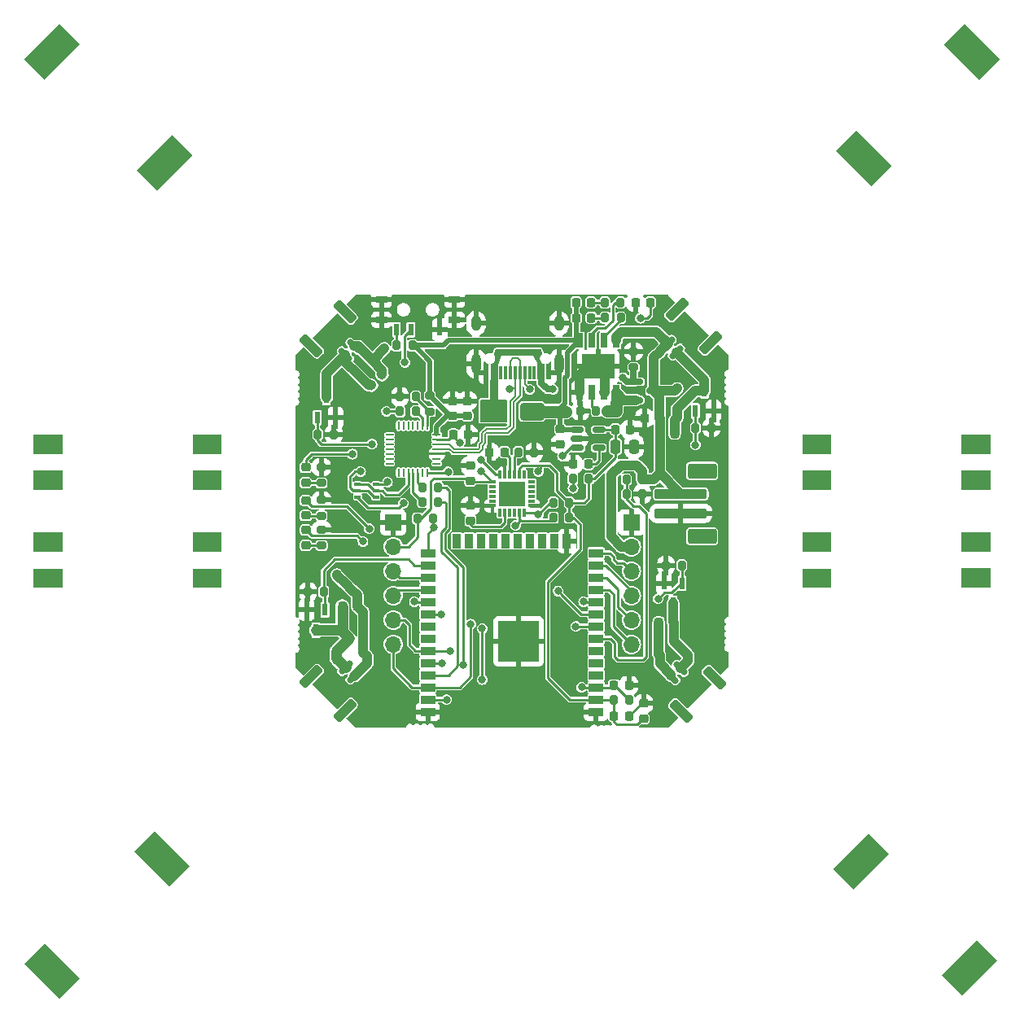
<source format=gbr>
%TF.GenerationSoftware,KiCad,Pcbnew,8.0.1*%
%TF.CreationDate,2024-05-11T18:36:51+02:00*%
%TF.ProjectId,Dron Wi-Fi ESP32,44726f6e-2057-4692-9d46-692045535033,rev?*%
%TF.SameCoordinates,Original*%
%TF.FileFunction,Copper,L1,Top*%
%TF.FilePolarity,Positive*%
%FSLAX46Y46*%
G04 Gerber Fmt 4.6, Leading zero omitted, Abs format (unit mm)*
G04 Created by KiCad (PCBNEW 8.0.1) date 2024-05-11 18:36:51*
%MOMM*%
%LPD*%
G01*
G04 APERTURE LIST*
G04 Aperture macros list*
%AMRoundRect*
0 Rectangle with rounded corners*
0 $1 Rounding radius*
0 $2 $3 $4 $5 $6 $7 $8 $9 X,Y pos of 4 corners*
0 Add a 4 corners polygon primitive as box body*
4,1,4,$2,$3,$4,$5,$6,$7,$8,$9,$2,$3,0*
0 Add four circle primitives for the rounded corners*
1,1,$1+$1,$2,$3*
1,1,$1+$1,$4,$5*
1,1,$1+$1,$6,$7*
1,1,$1+$1,$8,$9*
0 Add four rect primitives between the rounded corners*
20,1,$1+$1,$2,$3,$4,$5,0*
20,1,$1+$1,$4,$5,$6,$7,0*
20,1,$1+$1,$6,$7,$8,$9,0*
20,1,$1+$1,$8,$9,$2,$3,0*%
G04 Aperture macros list end*
%TA.AperFunction,NonConductor*%
%ADD10C,0.000000*%
%TD*%
%TA.AperFunction,SMDPad,CuDef*%
%ADD11RoundRect,0.225000X-0.225000X-0.250000X0.225000X-0.250000X0.225000X0.250000X-0.225000X0.250000X0*%
%TD*%
%TA.AperFunction,SMDPad,CuDef*%
%ADD12RoundRect,0.200000X0.200000X0.275000X-0.200000X0.275000X-0.200000X-0.275000X0.200000X-0.275000X0*%
%TD*%
%TA.AperFunction,SMDPad,CuDef*%
%ADD13RoundRect,0.112500X0.212132X-0.053033X-0.053033X0.212132X-0.212132X0.053033X0.053033X-0.212132X0*%
%TD*%
%TA.AperFunction,ComponentPad*%
%ADD14R,1.700000X1.700000*%
%TD*%
%TA.AperFunction,ComponentPad*%
%ADD15O,1.700000X1.700000*%
%TD*%
%TA.AperFunction,SMDPad,CuDef*%
%ADD16RoundRect,0.150000X0.388909X-0.601041X0.601041X-0.388909X-0.388909X0.601041X-0.601041X0.388909X0*%
%TD*%
%TA.AperFunction,SMDPad,CuDef*%
%ADD17RoundRect,0.250000X0.601041X-0.954594X0.954594X-0.601041X-0.601041X0.954594X-0.954594X0.601041X0*%
%TD*%
%TA.AperFunction,SMDPad,CuDef*%
%ADD18R,0.600000X1.450000*%
%TD*%
%TA.AperFunction,SMDPad,CuDef*%
%ADD19R,0.300000X1.450000*%
%TD*%
%TA.AperFunction,ComponentPad*%
%ADD20O,1.000000X2.100000*%
%TD*%
%TA.AperFunction,ComponentPad*%
%ADD21O,1.000000X1.600000*%
%TD*%
%TA.AperFunction,SMDPad,CuDef*%
%ADD22RoundRect,0.200000X-0.275000X0.200000X-0.275000X-0.200000X0.275000X-0.200000X0.275000X0.200000X0*%
%TD*%
%TA.AperFunction,SMDPad,CuDef*%
%ADD23RoundRect,0.150000X-0.512500X-0.150000X0.512500X-0.150000X0.512500X0.150000X-0.512500X0.150000X0*%
%TD*%
%TA.AperFunction,SMDPad,CuDef*%
%ADD24RoundRect,0.225000X0.250000X-0.225000X0.250000X0.225000X-0.250000X0.225000X-0.250000X-0.225000X0*%
%TD*%
%TA.AperFunction,SMDPad,CuDef*%
%ADD25R,0.600000X1.300000*%
%TD*%
%TA.AperFunction,SMDPad,CuDef*%
%ADD26R,1.150000X0.700000*%
%TD*%
%TA.AperFunction,SMDPad,CuDef*%
%ADD27RoundRect,0.112500X0.053033X0.212132X-0.212132X-0.053033X-0.053033X-0.212132X0.212132X0.053033X0*%
%TD*%
%TA.AperFunction,SMDPad,CuDef*%
%ADD28RoundRect,0.200000X-0.200000X-0.275000X0.200000X-0.275000X0.200000X0.275000X-0.200000X0.275000X0*%
%TD*%
%TA.AperFunction,SMDPad,CuDef*%
%ADD29RoundRect,0.250000X-2.500000X0.250000X-2.500000X-0.250000X2.500000X-0.250000X2.500000X0.250000X0*%
%TD*%
%TA.AperFunction,SMDPad,CuDef*%
%ADD30RoundRect,0.250000X-1.250000X0.550000X-1.250000X-0.550000X1.250000X-0.550000X1.250000X0.550000X0*%
%TD*%
%TA.AperFunction,SMDPad,CuDef*%
%ADD31RoundRect,0.218750X-0.218750X-0.256250X0.218750X-0.256250X0.218750X0.256250X-0.218750X0.256250X0*%
%TD*%
%TA.AperFunction,SMDPad,CuDef*%
%ADD32RoundRect,0.150000X0.601041X0.388909X0.388909X0.601041X-0.601041X-0.388909X-0.388909X-0.601041X0*%
%TD*%
%TA.AperFunction,SMDPad,CuDef*%
%ADD33RoundRect,0.250000X0.954594X0.601041X0.601041X0.954594X-0.954594X-0.601041X-0.601041X-0.954594X0*%
%TD*%
%TA.AperFunction,SMDPad,CuDef*%
%ADD34RoundRect,0.225000X0.225000X0.250000X-0.225000X0.250000X-0.225000X-0.250000X0.225000X-0.250000X0*%
%TD*%
%TA.AperFunction,SMDPad,CuDef*%
%ADD35R,1.500000X0.900000*%
%TD*%
%TA.AperFunction,SMDPad,CuDef*%
%ADD36R,0.900000X1.500000*%
%TD*%
%TA.AperFunction,SMDPad,CuDef*%
%ADD37R,1.050000X1.050000*%
%TD*%
%TA.AperFunction,HeatsinkPad*%
%ADD38C,0.600000*%
%TD*%
%TA.AperFunction,SMDPad,CuDef*%
%ADD39R,4.200000X4.200000*%
%TD*%
%TA.AperFunction,SMDPad,CuDef*%
%ADD40RoundRect,0.150000X-0.601041X-0.388909X-0.388909X-0.601041X0.601041X0.388909X0.388909X0.601041X0*%
%TD*%
%TA.AperFunction,SMDPad,CuDef*%
%ADD41RoundRect,0.250000X-0.954594X-0.601041X-0.601041X-0.954594X0.954594X0.601041X0.601041X0.954594X0*%
%TD*%
%TA.AperFunction,SMDPad,CuDef*%
%ADD42RoundRect,0.062500X0.337500X0.062500X-0.337500X0.062500X-0.337500X-0.062500X0.337500X-0.062500X0*%
%TD*%
%TA.AperFunction,SMDPad,CuDef*%
%ADD43RoundRect,0.062500X0.062500X0.337500X-0.062500X0.337500X-0.062500X-0.337500X0.062500X-0.337500X0*%
%TD*%
%TA.AperFunction,HeatsinkPad*%
%ADD44R,3.350000X3.350000*%
%TD*%
%TA.AperFunction,SMDPad,CuDef*%
%ADD45RoundRect,0.200000X0.275000X-0.200000X0.275000X0.200000X-0.275000X0.200000X-0.275000X-0.200000X0*%
%TD*%
%TA.AperFunction,SMDPad,CuDef*%
%ADD46RoundRect,0.150000X-0.587500X-0.150000X0.587500X-0.150000X0.587500X0.150000X-0.587500X0.150000X0*%
%TD*%
%TA.AperFunction,SMDPad,CuDef*%
%ADD47RoundRect,0.150000X-0.388909X0.601041X-0.601041X0.388909X0.388909X-0.601041X0.601041X-0.388909X0*%
%TD*%
%TA.AperFunction,SMDPad,CuDef*%
%ADD48RoundRect,0.250000X-0.601041X0.954594X-0.954594X0.601041X0.601041X-0.954594X0.954594X-0.601041X0*%
%TD*%
%TA.AperFunction,SMDPad,CuDef*%
%ADD49R,0.800000X0.350000*%
%TD*%
%TA.AperFunction,SMDPad,CuDef*%
%ADD50R,0.350000X0.850000*%
%TD*%
%TA.AperFunction,SMDPad,CuDef*%
%ADD51R,2.700000X2.600000*%
%TD*%
%TA.AperFunction,SMDPad,CuDef*%
%ADD52RoundRect,0.112500X-0.053033X-0.212132X0.212132X0.053033X0.053033X0.212132X-0.212132X-0.053033X0*%
%TD*%
%TA.AperFunction,SMDPad,CuDef*%
%ADD53RoundRect,0.218750X0.256250X-0.218750X0.256250X0.218750X-0.256250X0.218750X-0.256250X-0.218750X0*%
%TD*%
%TA.AperFunction,SMDPad,CuDef*%
%ADD54R,0.700000X1.525000*%
%TD*%
%TA.AperFunction,SMDPad,CuDef*%
%ADD55R,3.402000X2.513000*%
%TD*%
%TA.AperFunction,SMDPad,CuDef*%
%ADD56RoundRect,0.218750X0.218750X0.256250X-0.218750X0.256250X-0.218750X-0.256250X0.218750X-0.256250X0*%
%TD*%
%TA.AperFunction,SMDPad,CuDef*%
%ADD57RoundRect,0.225000X-0.017678X0.335876X-0.335876X0.017678X0.017678X-0.335876X0.335876X-0.017678X0*%
%TD*%
%TA.AperFunction,SMDPad,CuDef*%
%ADD58RoundRect,0.112500X-0.112500X0.187500X-0.112500X-0.187500X0.112500X-0.187500X0.112500X0.187500X0*%
%TD*%
%TA.AperFunction,SMDPad,CuDef*%
%ADD59RoundRect,0.100000X-0.225000X-0.100000X0.225000X-0.100000X0.225000X0.100000X-0.225000X0.100000X0*%
%TD*%
%TA.AperFunction,SMDPad,CuDef*%
%ADD60RoundRect,0.250000X-0.250000X-0.475000X0.250000X-0.475000X0.250000X0.475000X-0.250000X0.475000X0*%
%TD*%
%TA.AperFunction,SMDPad,CuDef*%
%ADD61RoundRect,0.225000X-0.250000X0.225000X-0.250000X-0.225000X0.250000X-0.225000X0.250000X0.225000X0*%
%TD*%
%TA.AperFunction,SMDPad,CuDef*%
%ADD62RoundRect,0.250000X1.000000X0.650000X-1.000000X0.650000X-1.000000X-0.650000X1.000000X-0.650000X0*%
%TD*%
%TA.AperFunction,ViaPad*%
%ADD63C,0.800000*%
%TD*%
%TA.AperFunction,Conductor*%
%ADD64C,0.250000*%
%TD*%
%TA.AperFunction,Conductor*%
%ADD65C,1.106000*%
%TD*%
%TA.AperFunction,Conductor*%
%ADD66C,1.016000*%
%TD*%
%TA.AperFunction,Conductor*%
%ADD67C,0.500000*%
%TD*%
%TA.AperFunction,Conductor*%
%ADD68C,0.508000*%
%TD*%
%TA.AperFunction,Conductor*%
%ADD69C,1.270000*%
%TD*%
%TA.AperFunction,Conductor*%
%ADD70C,0.635000*%
%TD*%
%TA.AperFunction,Conductor*%
%ADD71C,0.200000*%
%TD*%
G04 APERTURE END LIST*
D10*
%TA.AperFunction,NonConductor*%
G36*
X178041988Y-101881781D02*
G01*
X175041998Y-101881781D01*
X175041998Y-99881781D01*
X178041988Y-99881781D01*
X178041988Y-101881781D01*
G37*
%TD.AperFunction*%
%TA.AperFunction,NonConductor*%
G36*
X184300503Y-71892768D02*
G01*
X182183413Y-74018748D01*
X178519463Y-70353528D01*
X180641633Y-68231358D01*
X184300503Y-71892768D01*
G37*
%TD.AperFunction*%
%TA.AperFunction,NonConductor*%
G36*
X98082788Y-101881781D02*
G01*
X95082798Y-101881781D01*
X95082798Y-99881781D01*
X98082788Y-99881781D01*
X98082788Y-101881781D01*
G37*
%TD.AperFunction*%
%TA.AperFunction,NonConductor*%
G36*
X98082788Y-112067181D02*
G01*
X95082798Y-112067181D01*
X95082798Y-110067181D01*
X98082788Y-110067181D01*
X98082788Y-112067181D01*
G37*
%TD.AperFunction*%
%TA.AperFunction,NonConductor*%
G36*
X98082788Y-105615581D02*
G01*
X95082798Y-105615581D01*
X95082798Y-103615581D01*
X98082788Y-103615581D01*
X98082788Y-105615581D01*
G37*
%TD.AperFunction*%
%TA.AperFunction,NonConductor*%
G36*
X178041988Y-105615581D02*
G01*
X175041998Y-105615581D01*
X175041998Y-103615581D01*
X178041988Y-103615581D01*
X178041988Y-105615581D01*
G37*
%TD.AperFunction*%
%TA.AperFunction,NonConductor*%
G36*
X178041988Y-115800981D02*
G01*
X175041998Y-115800981D01*
X175041998Y-113800981D01*
X178041988Y-113800981D01*
X178041988Y-115800981D01*
G37*
%TD.AperFunction*%
%TA.AperFunction,NonConductor*%
G36*
X194602788Y-101881781D02*
G01*
X191602798Y-101881781D01*
X191602798Y-99881781D01*
X194602788Y-99881781D01*
X194602788Y-101881781D01*
G37*
%TD.AperFunction*%
%TA.AperFunction,NonConductor*%
G36*
X114642828Y-115800981D02*
G01*
X111642838Y-115800981D01*
X111642838Y-113800981D01*
X114642828Y-113800981D01*
X114642828Y-115800981D01*
G37*
%TD.AperFunction*%
%TA.AperFunction,NonConductor*%
G36*
X98082788Y-115800981D02*
G01*
X95082798Y-115800981D01*
X95082798Y-113800981D01*
X98082788Y-113800981D01*
X98082788Y-115800981D01*
G37*
%TD.AperFunction*%
%TA.AperFunction,NonConductor*%
G36*
X194602788Y-115794631D02*
G01*
X191602798Y-115794631D01*
X191602798Y-113794631D01*
X194602788Y-113794631D01*
X194602788Y-115794631D01*
G37*
%TD.AperFunction*%
%TA.AperFunction,NonConductor*%
G36*
X114642828Y-105615581D02*
G01*
X111642838Y-105615581D01*
X111642838Y-103615581D01*
X114642828Y-103615581D01*
X114642828Y-105615581D01*
G37*
%TD.AperFunction*%
%TA.AperFunction,NonConductor*%
G36*
X184033801Y-143502927D02*
G01*
X180372391Y-147161797D01*
X178246411Y-145044707D01*
X181911631Y-141380757D01*
X184033801Y-143502927D01*
G37*
%TD.AperFunction*%
%TA.AperFunction,NonConductor*%
G36*
X99934578Y-156425231D02*
G01*
X97812408Y-158547401D01*
X94153538Y-154885991D01*
X96270628Y-152760011D01*
X99934578Y-156425231D01*
G37*
%TD.AperFunction*%
%TA.AperFunction,NonConductor*%
G36*
X195355330Y-154583033D02*
G01*
X191693920Y-158241903D01*
X189567940Y-156124813D01*
X193233160Y-152460863D01*
X195355330Y-154583033D01*
G37*
%TD.AperFunction*%
%TA.AperFunction,NonConductor*%
G36*
X194602788Y-112067181D02*
G01*
X191602798Y-112067181D01*
X191602798Y-110067181D01*
X194602788Y-110067181D01*
X194602788Y-112067181D01*
G37*
%TD.AperFunction*%
%TA.AperFunction,NonConductor*%
G36*
X114642828Y-112067181D02*
G01*
X111642838Y-112067181D01*
X111642838Y-110067181D01*
X114642828Y-110067181D01*
X114642828Y-112067181D01*
G37*
%TD.AperFunction*%
%TA.AperFunction,NonConductor*%
G36*
X114642828Y-101881781D02*
G01*
X111642838Y-101881781D01*
X111642838Y-99881781D01*
X114642828Y-99881781D01*
X114642828Y-101881781D01*
G37*
%TD.AperFunction*%
%TA.AperFunction,NonConductor*%
G36*
X194602788Y-105634631D02*
G01*
X191602798Y-105634631D01*
X191602798Y-103634631D01*
X194602788Y-103634631D01*
X194602788Y-105634631D01*
G37*
%TD.AperFunction*%
%TA.AperFunction,NonConductor*%
G36*
X111624349Y-70844255D02*
G01*
X107959129Y-74508205D01*
X105836959Y-72386035D01*
X109498369Y-68727165D01*
X111624349Y-70844255D01*
G37*
%TD.AperFunction*%
%TA.AperFunction,NonConductor*%
G36*
X111357335Y-144770242D02*
G01*
X109235165Y-146892412D01*
X105576295Y-143231002D01*
X107693385Y-141105022D01*
X111357335Y-144770242D01*
G37*
%TD.AperFunction*%
%TA.AperFunction,NonConductor*%
G36*
X195566398Y-60811313D02*
G01*
X193449308Y-62937293D01*
X189785358Y-59272073D01*
X191907528Y-57149903D01*
X195566398Y-60811313D01*
G37*
%TD.AperFunction*%
%TA.AperFunction,NonConductor*%
G36*
X178041988Y-112067181D02*
G01*
X175041998Y-112067181D01*
X175041998Y-110067181D01*
X178041988Y-110067181D01*
X178041988Y-112067181D01*
G37*
%TD.AperFunction*%
%TA.AperFunction,NonConductor*%
G36*
X99920608Y-59265151D02*
G01*
X96255388Y-62929101D01*
X94133218Y-60806931D01*
X97794628Y-57148061D01*
X99920608Y-59265151D01*
G37*
%TD.AperFunction*%
D11*
%TO.P,C15,1*%
%TO.N,+BATT*%
X160110000Y-119410000D03*
%TO.P,C15,2*%
%TO.N,Net-(D5-A)*%
X161660000Y-119410000D03*
%TD*%
D12*
%TO.P,R4,1*%
%TO.N,Net-(U3-~{RST})*%
X134852407Y-97441822D03*
%TO.P,R4,2*%
%TO.N,Net-(U3-VDD)*%
X133202407Y-97441822D03*
%TD*%
D13*
%TO.P,D1,1,K*%
%TO.N,+BATT*%
X129400000Y-122550000D03*
%TO.P,D1,2,A*%
%TO.N,Net-(D1-A)*%
X127915076Y-121065076D03*
%TD*%
D12*
%TO.P,R18,1*%
%TO.N,GND*%
X147160000Y-101705000D03*
%TO.P,R18,2*%
%TO.N,Net-(U9-AD0)*%
X145510000Y-101705000D03*
%TD*%
D14*
%TO.P,J7,1,Pin_1*%
%TO.N,GND*%
X132500000Y-109000000D03*
D15*
%TO.P,J7,2,Pin_2*%
%TO.N,+3V3*%
X132500000Y-111540000D03*
%TO.P,J7,3,Pin_3*%
%TO.N,/RXD2*%
X132500000Y-114080000D03*
%TO.P,J7,4,Pin_4*%
%TO.N,/TXD2*%
X132500000Y-116620000D03*
%TO.P,J7,5,Pin_5*%
%TO.N,/SDA*%
X132500000Y-119160000D03*
%TO.P,J7,6,Pin_6*%
%TO.N,/SCL*%
X132500000Y-121700000D03*
%TD*%
D16*
%TO.P,J6,1,Pin_1*%
%TO.N,+BATT*%
X161475000Y-125075000D03*
%TO.P,J6,2,Pin_2*%
%TO.N,Net-(D5-A)*%
X162358883Y-124191117D03*
D17*
%TO.P,J6,MP*%
%TO.N,N/C*%
X162429594Y-128645889D03*
X165929772Y-125145711D03*
%TD*%
D18*
%TO.P,J1,A1,GND*%
%TO.N,GND*%
X148680000Y-93395000D03*
%TO.P,J1,A4,VBUS*%
%TO.N,+5V*%
X147880000Y-93395000D03*
D19*
%TO.P,J1,A5,CC1*%
%TO.N,unconnected-(J1-CC1-PadA5)*%
X146680000Y-93395000D03*
%TO.P,J1,A6,D+*%
%TO.N,/D+*%
X145680000Y-93395000D03*
%TO.P,J1,A7,D-*%
%TO.N,/D-*%
X145180000Y-93395000D03*
%TO.P,J1,A8,SBU1*%
%TO.N,unconnected-(J1-SBU1-PadA8)*%
X144180000Y-93395000D03*
D18*
%TO.P,J1,A9,VBUS*%
%TO.N,+5V*%
X142980000Y-93395000D03*
%TO.P,J1,A12,GND*%
%TO.N,GND*%
X142180000Y-93395000D03*
%TO.P,J1,B1,GND*%
X142180000Y-93395000D03*
%TO.P,J1,B4,VBUS*%
%TO.N,+5V*%
X142980000Y-93395000D03*
D19*
%TO.P,J1,B5,CC2*%
%TO.N,unconnected-(J1-CC2-PadB5)*%
X143680000Y-93395000D03*
%TO.P,J1,B6,D+*%
%TO.N,/D+*%
X144680000Y-93395000D03*
%TO.P,J1,B7,D-*%
%TO.N,/D-*%
X146180000Y-93395000D03*
%TO.P,J1,B8,SBU2*%
%TO.N,unconnected-(J1-SBU2-PadB8)*%
X147180000Y-93395000D03*
D18*
%TO.P,J1,B9,VBUS*%
%TO.N,+5V*%
X147880000Y-93395000D03*
%TO.P,J1,B12,GND*%
%TO.N,GND*%
X148680000Y-93395000D03*
D20*
%TO.P,J1,S1,SHIELD*%
X149750000Y-92480000D03*
D21*
X149750000Y-88300000D03*
D20*
X141110000Y-92480000D03*
D21*
X141110000Y-88300000D03*
%TD*%
D22*
%TO.P,R19,1*%
%TO.N,GND*%
X125040000Y-106675000D03*
%TO.P,R19,2*%
%TO.N,Net-(LED5-K)*%
X125040000Y-108325000D03*
%TD*%
D23*
%TO.P,U5,1,IN*%
%TO.N,VBUS*%
X151625000Y-99350000D03*
%TO.P,U5,2,GND*%
%TO.N,GND*%
X151625000Y-100300000D03*
%TO.P,U5,3,EN*%
%TO.N,LDO_EN*%
X151625000Y-101250000D03*
%TO.P,U5,4,BP*%
%TO.N,Net-(U5-BP)*%
X153900000Y-101250000D03*
%TO.P,U5,5,OUT*%
%TO.N,+3V3*%
X153900000Y-99350000D03*
%TD*%
D12*
%TO.P,R14,1*%
%TO.N,/IO0*%
X136675000Y-108600000D03*
%TO.P,R14,2*%
%TO.N,+3V3*%
X135025000Y-108600000D03*
%TD*%
%TO.P,R5,1*%
%TO.N,GND*%
X126300000Y-99840000D03*
%TO.P,R5,2*%
%TO.N,/MOT_2*%
X124650000Y-99840000D03*
%TD*%
D24*
%TO.P,C1,1*%
%TO.N,VBUS*%
X140205000Y-97910000D03*
%TO.P,C1,2*%
%TO.N,GND*%
X140205000Y-96360000D03*
%TD*%
D25*
%TO.P,SW1,1,A*%
%TO.N,GND*%
X137325000Y-88950000D03*
%TO.P,SW1,2,B*%
%TO.N,LDO_EN*%
X134325000Y-88950000D03*
%TO.P,SW1,3,C*%
%TO.N,/LDO_H*%
X132825000Y-88950000D03*
D26*
%TO.P,SW1,4*%
%TO.N,GND*%
X138875000Y-87925000D03*
X138875000Y-85825000D03*
X131275000Y-87925000D03*
X131275000Y-85825000D03*
%TD*%
D27*
%TO.P,D3,1,K*%
%TO.N,+BATT*%
X130332462Y-92157538D03*
%TO.P,D3,2,A*%
%TO.N,Net-(D3-A)*%
X128847538Y-93642462D03*
%TD*%
D11*
%TO.P,C12,1*%
%TO.N,+3V3*%
X155455000Y-129150000D03*
%TO.P,C12,2*%
%TO.N,GND*%
X157005000Y-129150000D03*
%TD*%
D28*
%TO.P,R6,1*%
%TO.N,Net-(U3-TXD)*%
X135535000Y-105355000D03*
%TO.P,R6,2*%
%TO.N,/RX*%
X137185000Y-105355000D03*
%TD*%
D29*
%TO.P,J5,1,Pin_1*%
%TO.N,+BATT*%
X162400000Y-106050000D03*
%TO.P,J5,2,Pin_2*%
%TO.N,GND*%
X162400000Y-108050000D03*
D30*
%TO.P,J5,MP*%
%TO.N,N/C*%
X164650000Y-103650000D03*
X164650000Y-110450000D03*
%TD*%
D31*
%TO.P,LED1,1,K*%
%TO.N,GND*%
X157680000Y-86120000D03*
%TO.P,LED1,2,A*%
%TO.N,Net-(LED1-A)*%
X159255000Y-86120000D03*
%TD*%
D25*
%TO.P,T2,1,G*%
%TO.N,/MOT_2*%
X124600000Y-98100000D03*
%TO.P,T2,2,S*%
%TO.N,GND*%
X126500000Y-98100000D03*
%TO.P,T2,3,D*%
%TO.N,Net-(D3-A)*%
X125550000Y-96000000D03*
%TD*%
D32*
%TO.P,J4,1,Pin_1*%
%TO.N,Net-(D4-A)*%
X161954111Y-91279594D03*
%TO.P,J4,2,Pin_2*%
%TO.N,+BATT*%
X161070227Y-90395712D03*
D33*
%TO.P,J4,MP*%
%TO.N,N/C*%
X165525000Y-90325000D03*
X162024822Y-86824822D03*
%TD*%
D12*
%TO.P,R15,1*%
%TO.N,VBUS*%
X134500000Y-90575000D03*
%TO.P,R15,2*%
%TO.N,/LDO_H*%
X132850000Y-90575000D03*
%TD*%
D25*
%TO.P,T3,1,G*%
%TO.N,/MOT_3*%
X163915000Y-97405000D03*
%TO.P,T3,2,S*%
%TO.N,GND*%
X165815000Y-97405000D03*
%TO.P,T3,3,D*%
%TO.N,Net-(D4-A)*%
X164865000Y-95305000D03*
%TD*%
D12*
%TO.P,R10,1*%
%TO.N,/EN*%
X157055000Y-127500000D03*
%TO.P,R10,2*%
%TO.N,+3V3*%
X155405000Y-127500000D03*
%TD*%
D34*
%TO.P,C16,1*%
%TO.N,Net-(U9-REGOUT)*%
X144060000Y-101705000D03*
%TO.P,C16,2*%
%TO.N,GND*%
X142510000Y-101705000D03*
%TD*%
D35*
%TO.P,U6,1,GND*%
%TO.N,GND*%
X153592407Y-128700000D03*
%TO.P,U6,2,VDD*%
%TO.N,+3V3*%
X153592407Y-127430000D03*
%TO.P,U6,3,EN*%
%TO.N,/EN*%
X153592407Y-126160000D03*
%TO.P,U6,4,SENSOR_VP*%
%TO.N,unconnected-(U6-SENSOR_VP-Pad4)*%
X153592407Y-124890000D03*
%TO.P,U6,5,SENSOR_VN*%
%TO.N,unconnected-(U6-SENSOR_VN-Pad5)*%
X153592407Y-123620000D03*
%TO.P,U6,6,IO34*%
%TO.N,/EXI5*%
X153592407Y-122350000D03*
%TO.P,U6,7,IO35*%
%TO.N,/ADC_BAT*%
X153592407Y-121080000D03*
%TO.P,U6,8,IO32*%
%TO.N,/MOT_3*%
X153592407Y-119810000D03*
%TO.P,U6,9,IO33*%
%TO.N,/MOT_2*%
X153592407Y-118540000D03*
%TO.P,U6,10,IO25*%
%TO.N,/MOT_4*%
X153592407Y-117270000D03*
%TO.P,U6,11,IO26*%
%TO.N,/SRV_4*%
X153592407Y-116000000D03*
%TO.P,U6,12,IO27*%
%TO.N,/SRV_3*%
X153592407Y-114730000D03*
%TO.P,U6,13,IO14*%
%TO.N,/SRV_2*%
X153592407Y-113460000D03*
%TO.P,U6,14,IO12*%
%TO.N,/SRV_1*%
X153592407Y-112190000D03*
D36*
%TO.P,U6,15,GND*%
%TO.N,GND*%
X150552407Y-110940000D03*
%TO.P,U6,16,IO13*%
%TO.N,/EXIO1*%
X149282407Y-110940000D03*
%TO.P,U6,17,SHD/SD2*%
%TO.N,unconnected-(U6-SHD{slash}SD2-Pad17)*%
X148012407Y-110940000D03*
%TO.P,U6,18,SWP/SD3*%
%TO.N,unconnected-(U6-SWP{slash}SD3-Pad18)*%
X146742407Y-110940000D03*
%TO.P,U6,19,SCS/CMD*%
%TO.N,unconnected-(U6-SCS{slash}CMD-Pad19)*%
X145472407Y-110940000D03*
%TO.P,U6,20,SCK/CLK*%
%TO.N,unconnected-(U6-SCK{slash}CLK-Pad20)*%
X144202407Y-110940000D03*
%TO.P,U6,21,SDO/SD0*%
%TO.N,unconnected-(U6-SDO{slash}SD0-Pad21)*%
X142932407Y-110940000D03*
%TO.P,U6,22,SDI/SD1*%
%TO.N,unconnected-(U6-SDI{slash}SD1-Pad22)*%
X141662407Y-110940000D03*
%TO.P,U6,23,IO15*%
%TO.N,/EXIO2*%
X140392407Y-110940000D03*
%TO.P,U6,24,IO2*%
%TO.N,/EXIO3*%
X139122407Y-110940000D03*
D35*
%TO.P,U6,25,IO0*%
%TO.N,/IO0*%
X136092407Y-112190000D03*
%TO.P,U6,26,IO4*%
%TO.N,/MOT_1*%
X136092407Y-113460000D03*
%TO.P,U6,27,IO16*%
%TO.N,/RXD2*%
X136092407Y-114730000D03*
%TO.P,U6,28,IO17*%
%TO.N,/TXD2*%
X136092407Y-116000000D03*
%TO.P,U6,29,IO5*%
%TO.N,/LED_2*%
X136092407Y-117270000D03*
%TO.P,U6,30,IO18*%
%TO.N,/LED_3*%
X136092407Y-118540000D03*
%TO.P,U6,31,IO19*%
%TO.N,/EXIO4*%
X136092407Y-119810000D03*
%TO.P,U6,32,NC*%
%TO.N,unconnected-(U6-NC-Pad32)*%
X136092407Y-121080000D03*
%TO.P,U6,33,IO21*%
%TO.N,/SDA*%
X136092407Y-122350000D03*
%TO.P,U6,34,RXD0/IO3*%
%TO.N,/RX*%
X136092407Y-123620000D03*
%TO.P,U6,35,TXD0/IO1*%
%TO.N,/TX*%
X136092407Y-124890000D03*
%TO.P,U6,36,IO22*%
%TO.N,/SCL*%
X136092407Y-126160000D03*
%TO.P,U6,37,IO23*%
%TO.N,/LED_1*%
X136092407Y-127430000D03*
%TO.P,U6,38,GND*%
%TO.N,GND*%
X136092407Y-128700000D03*
D37*
%TO.P,U6,39,GND*%
X147047407Y-122885000D03*
D38*
X147047407Y-122122500D03*
D37*
X147047407Y-121360000D03*
D38*
X147047407Y-120597500D03*
D37*
X147047407Y-119835000D03*
X145522407Y-122885000D03*
D38*
X145522407Y-122122500D03*
D37*
X145522407Y-121360000D03*
D39*
X145522407Y-121360000D03*
D38*
X145522407Y-120597500D03*
D37*
X145522407Y-119835000D03*
X143997407Y-122885000D03*
D38*
X143997407Y-122122500D03*
D37*
X143997407Y-121360000D03*
D38*
X143997407Y-120597500D03*
D37*
X143997407Y-119835000D03*
%TD*%
D11*
%TO.P,C5,1*%
%TO.N,Net-(U3-VDD)*%
X138765000Y-99860000D03*
%TO.P,C5,2*%
%TO.N,GND*%
X140315000Y-99860000D03*
%TD*%
D28*
%TO.P,R13,1*%
%TO.N,GND*%
X160870000Y-113475000D03*
%TO.P,R13,2*%
%TO.N,/MOT_4*%
X162520000Y-113475000D03*
%TD*%
D40*
%TO.P,J2,1,Pin_1*%
%TO.N,Net-(D1-A)*%
X127541206Y-124099911D03*
%TO.P,J2,2,Pin_2*%
%TO.N,+BATT*%
X128425089Y-124983794D03*
D41*
%TO.P,J2,MP*%
%TO.N,N/C*%
X123970317Y-125054505D03*
X127470495Y-128554683D03*
%TD*%
D24*
%TO.P,C17,1*%
%TO.N,Net-(U9-CPOUT)*%
X140530000Y-108805000D03*
%TO.P,C17,2*%
%TO.N,GND*%
X140530000Y-107255000D03*
%TD*%
D42*
%TO.P,U3,1,~{DCD}*%
%TO.N,unconnected-(U3-~{DCD}-Pad1)*%
X137012407Y-102886822D03*
%TO.P,U3,2,~{RI}/CLK*%
%TO.N,unconnected-(U3-~{RI}{slash}CLK-Pad2)*%
X137012407Y-102386822D03*
%TO.P,U3,3,GND*%
%TO.N,GND*%
X137012407Y-101886822D03*
%TO.P,U3,4,D+*%
%TO.N,/D+*%
X137012407Y-101386822D03*
%TO.P,U3,5,D-*%
%TO.N,/D-*%
X137012407Y-100886822D03*
%TO.P,U3,6,VDD*%
%TO.N,Net-(U3-VDD)*%
X137012407Y-100386822D03*
%TO.P,U3,7,VREGIN*%
%TO.N,VBUS*%
X137012407Y-99886822D03*
D43*
%TO.P,U3,8,VBUS*%
%TO.N,Net-(U3-VBUS)*%
X136062407Y-98936822D03*
%TO.P,U3,9,~{RST}*%
%TO.N,Net-(U3-~{RST})*%
X135562407Y-98936822D03*
%TO.P,U3,10,NC*%
%TO.N,unconnected-(U3-NC-Pad10)*%
X135062407Y-98936822D03*
%TO.P,U3,11,~{SUSPEND}*%
%TO.N,unconnected-(U3-~{SUSPEND}-Pad11)*%
X134562407Y-98936822D03*
%TO.P,U3,12,SUSPEND*%
%TO.N,unconnected-(U3-SUSPEND-Pad12)*%
X134062407Y-98936822D03*
%TO.P,U3,13,CHREN*%
%TO.N,unconnected-(U3-CHREN-Pad13)*%
X133562407Y-98936822D03*
%TO.P,U3,14,CHR1*%
%TO.N,unconnected-(U3-CHR1-Pad14)*%
X133062407Y-98936822D03*
D42*
%TO.P,U3,15,CHR0*%
%TO.N,unconnected-(U3-CHR0-Pad15)*%
X132112407Y-99886822D03*
%TO.P,U3,16,~{WAKEUP}/GPIO.3*%
%TO.N,unconnected-(U3-~{WAKEUP}{slash}GPIO.3-Pad16)*%
X132112407Y-100386822D03*
%TO.P,U3,17,RS485/GPIO.2*%
%TO.N,unconnected-(U3-RS485{slash}GPIO.2-Pad17)*%
X132112407Y-100886822D03*
%TO.P,U3,18,~{RXT}/GPIO.1*%
%TO.N,unconnected-(U3-~{RXT}{slash}GPIO.1-Pad18)*%
X132112407Y-101386822D03*
%TO.P,U3,19,~{TXT}/GPIO.0*%
%TO.N,unconnected-(U3-~{TXT}{slash}GPIO.0-Pad19)*%
X132112407Y-101886822D03*
%TO.P,U3,20,GPIO.6*%
%TO.N,unconnected-(U3-GPIO.6-Pad20)*%
X132112407Y-102386822D03*
%TO.P,U3,21,GPIO.5*%
%TO.N,unconnected-(U3-GPIO.5-Pad21)*%
X132112407Y-102886822D03*
D43*
%TO.P,U3,22,GPIO.4*%
%TO.N,unconnected-(U3-GPIO.4-Pad22)*%
X133062407Y-103836822D03*
%TO.P,U3,23,~{CTS}*%
%TO.N,unconnected-(U3-~{CTS}-Pad23)*%
X133562407Y-103836822D03*
%TO.P,U3,24,~{RTS}*%
%TO.N,/RTS*%
X134062407Y-103836822D03*
%TO.P,U3,25,RXD*%
%TO.N,Net-(U3-RXD)*%
X134562407Y-103836822D03*
%TO.P,U3,26,TXD*%
%TO.N,Net-(U3-TXD)*%
X135062407Y-103836822D03*
%TO.P,U3,27,~{DSR}*%
%TO.N,unconnected-(U3-~{DSR}-Pad27)*%
X135562407Y-103836822D03*
%TO.P,U3,28,~{DTR}*%
%TO.N,/DTR*%
X136062407Y-103836822D03*
D44*
%TO.P,U3,29,GND*%
%TO.N,GND*%
X134562407Y-101386822D03*
%TD*%
D25*
%TO.P,T1,1,G*%
%TO.N,/MOT_1*%
X125400000Y-118100000D03*
%TO.P,T1,2,S*%
%TO.N,GND*%
X123500000Y-118100000D03*
%TO.P,T1,3,D*%
%TO.N,Net-(D1-A)*%
X124450000Y-120200000D03*
%TD*%
D28*
%TO.P,R1,1*%
%TO.N,GND*%
X123625000Y-116225000D03*
%TO.P,R1,2*%
%TO.N,/MOT_1*%
X125275000Y-116225000D03*
%TD*%
%TO.P,U8,1*%
%TO.N,/ADC_BAT*%
X156750000Y-106070000D03*
%TO.P,U8,2*%
%TO.N,GND*%
X158400000Y-106070000D03*
%TD*%
%TO.P,R12,1*%
%TO.N,Net-(LED3-K)*%
X154520000Y-87700000D03*
%TO.P,R12,2*%
%TO.N,Net-(IC1-~{STDBY})*%
X156170000Y-87700000D03*
%TD*%
%TO.P,R17,1*%
%TO.N,/SDA*%
X149160000Y-106955000D03*
%TO.P,R17,2*%
%TO.N,+3V3*%
X150810000Y-106955000D03*
%TD*%
%TO.P,R20,1*%
%TO.N,/SCL*%
X149165000Y-108510000D03*
%TO.P,R20,2*%
%TO.N,+3V3*%
X150815000Y-108510000D03*
%TD*%
D45*
%TO.P,U2,1*%
%TO.N,+5V*%
X157500000Y-92875000D03*
%TO.P,U2,2*%
%TO.N,GND*%
X157500000Y-91225000D03*
%TD*%
D46*
%TO.P,U4,1,G*%
%TO.N,+5V*%
X157725000Y-94375000D03*
%TO.P,U4,2,S*%
%TO.N,VBUS*%
X157725000Y-96275000D03*
%TO.P,U4,3,D*%
%TO.N,+BATT*%
X159600000Y-95325000D03*
%TD*%
D47*
%TO.P,J3,1,Pin_1*%
%TO.N,+BATT*%
X128414594Y-90670889D03*
%TO.P,J3,2,Pin_2*%
%TO.N,Net-(D3-A)*%
X127530711Y-91554772D03*
D48*
%TO.P,J3,MP*%
%TO.N,N/C*%
X127460000Y-87100000D03*
X123959822Y-90600178D03*
%TD*%
D34*
%TO.P,C7,1*%
%TO.N,Net-(U5-BP)*%
X152782500Y-102930000D03*
%TO.P,C7,2*%
%TO.N,GND*%
X151232500Y-102930000D03*
%TD*%
D11*
%TO.P,C13,1*%
%TO.N,/EN*%
X155455000Y-125950000D03*
%TO.P,C13,2*%
%TO.N,GND*%
X157005000Y-125950000D03*
%TD*%
D14*
%TO.P,J8,1,Pin_1*%
%TO.N,GND*%
X157275000Y-109000000D03*
D15*
%TO.P,J8,2,Pin_2*%
%TO.N,+BATT*%
X157275000Y-111540000D03*
%TO.P,J8,3,Pin_3*%
%TO.N,/SRV_1*%
X157275000Y-114080000D03*
%TO.P,J8,4,Pin_4*%
%TO.N,/SRV_2*%
X157275000Y-116620000D03*
%TO.P,J8,5,Pin_5*%
%TO.N,/SRV_3*%
X157275000Y-119160000D03*
%TO.P,J8,6,Pin_6*%
%TO.N,/SRV_4*%
X157275000Y-121700000D03*
%TD*%
D22*
%TO.P,R16,1*%
%TO.N,GND*%
X125050000Y-109750000D03*
%TO.P,R16,2*%
%TO.N,Net-(LED4-K)*%
X125050000Y-111400000D03*
%TD*%
D28*
%TO.P,R2,1*%
%TO.N,GND*%
X133187407Y-95911822D03*
%TO.P,R2,2*%
%TO.N,Net-(U3-VBUS)*%
X134837407Y-95911822D03*
%TD*%
D34*
%TO.P,C14,1*%
%TO.N,+BATT*%
X160180000Y-98140000D03*
%TO.P,C14,2*%
%TO.N,GND*%
X158630000Y-98140000D03*
%TD*%
D22*
%TO.P,R21,1*%
%TO.N,GND*%
X125030000Y-103250000D03*
%TO.P,R21,2*%
%TO.N,Net-(LED6-K)*%
X125030000Y-104900000D03*
%TD*%
D45*
%TO.P,R3,1*%
%TO.N,Net-(U3-VBUS)*%
X136307407Y-97486822D03*
%TO.P,R3,2*%
%TO.N,VBUS*%
X136307407Y-95836822D03*
%TD*%
D24*
%TO.P,C4,1*%
%TO.N,VBUS*%
X138665000Y-97920000D03*
%TO.P,C4,2*%
%TO.N,GND*%
X138665000Y-96370000D03*
%TD*%
D28*
%TO.P,R7,1*%
%TO.N,Net-(U3-RXD)*%
X135535000Y-106880000D03*
%TO.P,R7,2*%
%TO.N,/TX*%
X137185000Y-106880000D03*
%TD*%
%TO.P,R8,1*%
%TO.N,Net-(LED1-A)*%
X151187500Y-104460000D03*
%TO.P,R8,2*%
%TO.N,+3V3*%
X152837500Y-104460000D03*
%TD*%
D49*
%TO.P,U9,1,CLKIN*%
%TO.N,GND*%
X146850000Y-107275000D03*
%TO.P,U9,2,NC_1*%
%TO.N,unconnected-(U9-NC_1-Pad2)*%
X146850000Y-106775000D03*
%TO.P,U9,3,NC_2*%
%TO.N,unconnected-(U9-NC_2-Pad3)*%
X146850000Y-106275000D03*
%TO.P,U9,4,NC_3*%
%TO.N,unconnected-(U9-NC_3-Pad4)*%
X146850000Y-105775000D03*
%TO.P,U9,5,NC_4*%
%TO.N,unconnected-(U9-NC_4-Pad5)*%
X146850000Y-105275000D03*
%TO.P,U9,6,AUX_DA*%
%TO.N,unconnected-(U9-AUX_DA-Pad6)*%
X146850000Y-104775000D03*
D50*
%TO.P,U9,7,AUX_CL*%
%TO.N,unconnected-(U9-AUX_CL-Pad7)*%
X146100000Y-104050000D03*
%TO.P,U9,8,VLOGIC*%
%TO.N,+3V3*%
X145600000Y-104050000D03*
%TO.P,U9,9,AD0*%
%TO.N,Net-(U9-AD0)*%
X145100000Y-104050000D03*
%TO.P,U9,10,REGOUT*%
%TO.N,Net-(U9-REGOUT)*%
X144600000Y-104050000D03*
%TO.P,U9,11,FSYNC*%
%TO.N,GND*%
X144100000Y-104050000D03*
%TO.P,U9,12,INT*%
%TO.N,/SRV_2*%
X143600000Y-104050000D03*
D49*
%TO.P,U9,13,VDD*%
%TO.N,+3V3*%
X142850000Y-104775000D03*
%TO.P,U9,14,NC_5*%
%TO.N,unconnected-(U9-NC_5-Pad14)*%
X142850000Y-105275000D03*
%TO.P,U9,15,NC_6*%
%TO.N,unconnected-(U9-NC_6-Pad15)*%
X142850000Y-105775000D03*
%TO.P,U9,16,NC_7*%
%TO.N,unconnected-(U9-NC_7-Pad16)*%
X142850000Y-106275000D03*
%TO.P,U9,17,NC_8*%
%TO.N,unconnected-(U9-NC_8-Pad17)*%
X142850000Y-106775000D03*
%TO.P,U9,18,GND*%
%TO.N,GND*%
X142850000Y-107275000D03*
D50*
%TO.P,U9,19,RESV_1*%
%TO.N,unconnected-(U9-RESV_1-Pad19)*%
X143600000Y-108000000D03*
%TO.P,U9,20,CPOUT*%
%TO.N,Net-(U9-CPOUT)*%
X144100000Y-108000000D03*
%TO.P,U9,21,RESV_2*%
%TO.N,unconnected-(U9-RESV_2-Pad21)*%
X144600000Y-108000000D03*
%TO.P,U9,22,RESV_3*%
%TO.N,unconnected-(U9-RESV_3-Pad22)*%
X145100000Y-108000000D03*
%TO.P,U9,23,SCL*%
%TO.N,/SCL*%
X145600000Y-108000000D03*
%TO.P,U9,24,SDA*%
%TO.N,/SDA*%
X146100000Y-108000000D03*
D51*
%TO.P,U9,25,EP*%
%TO.N,unconnected-(U9-EP-Pad25)*%
X144850000Y-106025000D03*
%TD*%
D52*
%TO.P,D5,1,K*%
%TO.N,+BATT*%
X160225000Y-122825000D03*
%TO.P,D5,2,A*%
%TO.N,Net-(D5-A)*%
X161709924Y-121340076D03*
%TD*%
D53*
%TO.P,LED4,1,K*%
%TO.N,Net-(LED4-K)*%
X123420000Y-111365000D03*
%TO.P,LED4,2,A*%
%TO.N,/LED_1*%
X123420000Y-109790000D03*
%TD*%
D54*
%TO.P,IC1,1,TEMP*%
%TO.N,GND*%
X151890000Y-95500000D03*
%TO.P,IC1,2,PROG*%
%TO.N,Net-(IC1-PROG)*%
X153160000Y-95500000D03*
%TO.P,IC1,3,GND*%
%TO.N,GND*%
X154430000Y-95500000D03*
%TO.P,IC1,4,VCC*%
%TO.N,VBUS*%
X155700000Y-95500000D03*
%TO.P,IC1,5,BAT*%
%TO.N,+BATT*%
X155700000Y-90076000D03*
%TO.P,IC1,6,~{STDBY}*%
%TO.N,Net-(IC1-~{STDBY})*%
X154430000Y-90076000D03*
%TO.P,IC1,7,~{CHRG}*%
%TO.N,Net-(IC1-~{CHRG})*%
X153160000Y-90076000D03*
%TO.P,IC1,8,CE*%
%TO.N,VBUS*%
X151890000Y-90076000D03*
D55*
%TO.P,IC1,9,EP*%
%TO.N,GND*%
X153795000Y-92788000D03*
%TD*%
D11*
%TO.P,C11,1*%
%TO.N,+BATT*%
X160225000Y-99750000D03*
%TO.P,C11,2*%
%TO.N,Net-(D4-A)*%
X161775000Y-99750000D03*
%TD*%
D24*
%TO.P,C10,1*%
%TO.N,+3V3*%
X158540000Y-129400000D03*
%TO.P,C10,2*%
%TO.N,GND*%
X158540000Y-127850000D03*
%TD*%
D56*
%TO.P,LED2,1,K*%
%TO.N,Net-(LED2-K)*%
X153080000Y-86120000D03*
%TO.P,LED2,2,A*%
%TO.N,VBUS*%
X151505000Y-86120000D03*
%TD*%
D12*
%TO.P,Rprog1,1*%
%TO.N,Net-(IC1-PROG)*%
X153600000Y-97400000D03*
%TO.P,Rprog1,2*%
%TO.N,GND*%
X151950000Y-97400000D03*
%TD*%
D57*
%TO.P,C6,1*%
%TO.N,+BATT*%
X131318008Y-93641992D03*
%TO.P,C6,2*%
%TO.N,Net-(D3-A)*%
X130221992Y-94738008D03*
%TD*%
D24*
%TO.P,C18,1*%
%TO.N,+3V3*%
X140510000Y-104655000D03*
%TO.P,C18,2*%
%TO.N,GND*%
X140510000Y-103105000D03*
%TD*%
D53*
%TO.P,LED6,1,K*%
%TO.N,Net-(LED6-K)*%
X123410000Y-104860000D03*
%TO.P,LED6,2,A*%
%TO.N,/LED_3*%
X123410000Y-103285000D03*
%TD*%
D58*
%TO.P,D4,1,K*%
%TO.N,+BATT*%
X162025000Y-95075000D03*
%TO.P,D4,2,A*%
%TO.N,Net-(D4-A)*%
X162025000Y-97175000D03*
%TD*%
D59*
%TO.P,U1,1,1*%
%TO.N,/RTS*%
X128800000Y-105050000D03*
%TO.P,U1,2,2*%
%TO.N,/DTR*%
X128800000Y-105700000D03*
%TO.P,U1,3,3*%
%TO.N,/IO0*%
X128800000Y-106350000D03*
%TO.P,U1,4,4*%
%TO.N,/DTR*%
X130700000Y-106350000D03*
%TO.P,U1,5,5*%
%TO.N,/RTS*%
X130700000Y-105700000D03*
%TO.P,U1,6,6*%
%TO.N,/EN*%
X130700000Y-105050000D03*
%TD*%
D34*
%TO.P,C2,1*%
%TO.N,+BATT*%
X128750000Y-117700000D03*
%TO.P,C2,2*%
%TO.N,Net-(D1-A)*%
X127200000Y-117700000D03*
%TD*%
D60*
%TO.P,C8,1*%
%TO.N,+3V3*%
X155622500Y-101100000D03*
%TO.P,C8,2*%
%TO.N,GND*%
X157522500Y-101100000D03*
%TD*%
D53*
%TO.P,LED5,1,K*%
%TO.N,Net-(LED5-K)*%
X123410000Y-108285000D03*
%TO.P,LED5,2,A*%
%TO.N,/LED_2*%
X123410000Y-106710000D03*
%TD*%
D12*
%TO.P,R9,1*%
%TO.N,GND*%
X165590000Y-99155000D03*
%TO.P,R9,2*%
%TO.N,/MOT_3*%
X163940000Y-99155000D03*
%TD*%
%TO.P,U7,1*%
%TO.N,+BATT*%
X158400000Y-104550000D03*
%TO.P,U7,2*%
%TO.N,/ADC_BAT*%
X156750000Y-104550000D03*
%TD*%
D61*
%TO.P,C3,1*%
%TO.N,VBUS*%
X149862500Y-99305000D03*
%TO.P,C3,2*%
%TO.N,GND*%
X149862500Y-100855000D03*
%TD*%
D11*
%TO.P,C9,1*%
%TO.N,+3V3*%
X155592500Y-99330000D03*
%TO.P,C9,2*%
%TO.N,GND*%
X157142500Y-99330000D03*
%TD*%
D56*
%TO.P,LED3,1,K*%
%TO.N,Net-(LED3-K)*%
X153100000Y-87730000D03*
%TO.P,LED3,2,A*%
%TO.N,VBUS*%
X151525000Y-87730000D03*
%TD*%
D62*
%TO.P,D2,1,K*%
%TO.N,VBUS*%
X146950000Y-97475000D03*
%TO.P,D2,2,A*%
%TO.N,+5V*%
X142950000Y-97475000D03*
%TD*%
D25*
%TO.P,T4,1,G*%
%TO.N,/MOT_4*%
X162550000Y-115325000D03*
%TO.P,T4,2,S*%
%TO.N,GND*%
X160650000Y-115325000D03*
%TO.P,T4,3,D*%
%TO.N,Net-(D5-A)*%
X161600000Y-117425000D03*
%TD*%
D28*
%TO.P,R11,1*%
%TO.N,Net-(LED2-K)*%
X154505000Y-86120000D03*
%TO.P,R11,2*%
%TO.N,Net-(IC1-~{CHRG})*%
X156155000Y-86120000D03*
%TD*%
D63*
%TO.N,/SDA*%
X141740000Y-120060000D03*
%TO.N,GND*%
X159940000Y-129160000D03*
X146050000Y-99250000D03*
X152900000Y-92660000D03*
X154490000Y-92640000D03*
X130400000Y-102850000D03*
X147800000Y-99250000D03*
X148860000Y-104170000D03*
X143500000Y-102650000D03*
X156890000Y-124190000D03*
X139160000Y-103540000D03*
%TO.N,/MOT_4*%
X160050000Y-116950000D03*
X152300000Y-117250000D03*
%TO.N,/MOT_3*%
X163940000Y-100930000D03*
X151490000Y-119810000D03*
%TO.N,/MOT_2*%
X130300000Y-100850000D03*
X149652000Y-116140000D03*
%TO.N,VBUS*%
X155700000Y-96580000D03*
X148720000Y-97460000D03*
X149590000Y-97450000D03*
X155700000Y-97380000D03*
X150460000Y-97460000D03*
X154790000Y-97380000D03*
%TO.N,+BATT*%
X161400000Y-124940000D03*
X129790000Y-123040000D03*
X160120000Y-120400000D03*
X160100000Y-121300000D03*
X126660000Y-114480000D03*
X156780000Y-89220000D03*
X131590000Y-90910000D03*
X130430000Y-92030000D03*
X160240000Y-91190000D03*
X129520000Y-123900000D03*
X160220000Y-123690000D03*
X158560000Y-89200000D03*
X160660000Y-90080000D03*
X127450000Y-115290000D03*
X160110000Y-122430000D03*
X157700000Y-89200000D03*
X159600000Y-92370000D03*
X131000000Y-91490000D03*
X128190000Y-116010000D03*
%TO.N,LDO_EN*%
X150100000Y-102100000D03*
X133700000Y-92350000D03*
%TO.N,+5V*%
X156400000Y-93950000D03*
X149120000Y-95170000D03*
%TO.N,/SCL*%
X140550000Y-119600000D03*
X145213966Y-109323966D03*
%TO.N,+3V3*%
X141660000Y-103650000D03*
X147600000Y-103700000D03*
%TO.N,/SDA*%
X141740000Y-125360000D03*
X138450000Y-122350000D03*
X147600000Y-108200000D03*
%TO.N,/IO0*%
X133550000Y-107000000D03*
X136700000Y-109550000D03*
%TO.N,/EN*%
X131900000Y-104800000D03*
X152100000Y-126150000D03*
%TO.N,Net-(LED1-A)*%
X151200000Y-105450000D03*
X158190000Y-87760000D03*
%TO.N,/RX*%
X137600000Y-123650000D03*
X139802000Y-123791867D03*
%TO.N,Net-(U3-VDD)*%
X139400000Y-100750000D03*
X131800000Y-97450000D03*
%TO.N,/LED_3*%
X128250000Y-101900000D03*
X137450000Y-118550000D03*
%TO.N,/LED_2*%
X130000000Y-109650000D03*
X134700000Y-117250000D03*
%TO.N,/LED_1*%
X138050000Y-127450000D03*
X129350000Y-111000000D03*
%TO.N,/SRV_2*%
X141650000Y-102500000D03*
%TO.N,/DTR*%
X129100000Y-103700000D03*
X138220000Y-103750000D03*
%TO.N,/D-*%
X146700000Y-95150000D03*
X144580000Y-95100000D03*
%TD*%
D64*
%TO.N,/SDA*%
X141740000Y-125360000D02*
X141740000Y-120060000D01*
D65*
%TO.N,Net-(D1-A)*%
X126600000Y-122380152D02*
X127915076Y-121065076D01*
X127915076Y-121065076D02*
X127200000Y-120350000D01*
X127200000Y-120350000D02*
X127200000Y-117700000D01*
X127541206Y-124099911D02*
X126600000Y-123158705D01*
X127050000Y-120200000D02*
X124450000Y-120200000D01*
X127200000Y-120350000D02*
X127050000Y-120200000D01*
X126600000Y-123158705D02*
X126600000Y-122380152D01*
D64*
%TO.N,/MOT_1*%
X134100000Y-112850000D02*
X134710000Y-113460000D01*
X125400000Y-118100000D02*
X125400000Y-116350000D01*
X125275000Y-113995000D02*
X126420000Y-112850000D01*
X134710000Y-113460000D02*
X136092407Y-113460000D01*
X125275000Y-116225000D02*
X125275000Y-113995000D01*
X126420000Y-112850000D02*
X134100000Y-112850000D01*
X125400000Y-116350000D02*
X125275000Y-116225000D01*
%TO.N,GND*%
X134562407Y-101386822D02*
X132399229Y-103550000D01*
X142510000Y-102460000D02*
X142700000Y-102650000D01*
X142510000Y-101705000D02*
X142510000Y-102460000D01*
X132399229Y-103550000D02*
X131100000Y-103550000D01*
D66*
X154490000Y-92640000D02*
X154490000Y-95440000D01*
D64*
X158305000Y-127850000D02*
X157005000Y-129150000D01*
X144100000Y-104050000D02*
X144100000Y-103250000D01*
D67*
X149750000Y-92480000D02*
X149750000Y-93080000D01*
X149430000Y-93400000D02*
X148685000Y-93400000D01*
D66*
X154490000Y-95440000D02*
X154430000Y-95500000D01*
D64*
X142700000Y-102650000D02*
X143500000Y-102650000D01*
D66*
X152900000Y-92660000D02*
X151890000Y-93670000D01*
D64*
X144100000Y-103250000D02*
X143500000Y-102650000D01*
D67*
X148685000Y-93400000D02*
X148680000Y-93395000D01*
D64*
X158540000Y-127850000D02*
X158305000Y-127850000D01*
D66*
X151890000Y-93670000D02*
X151890000Y-95500000D01*
D67*
X149750000Y-93080000D02*
X149430000Y-93400000D01*
D64*
X131100000Y-103550000D02*
X130400000Y-102850000D01*
%TO.N,/MOT_4*%
X161650000Y-116100000D02*
X161450000Y-116300000D01*
X152320000Y-117270000D02*
X152300000Y-117250000D01*
X162550000Y-115325000D02*
X162550000Y-113505000D01*
X153592407Y-117270000D02*
X152320000Y-117270000D01*
X160700000Y-116300000D02*
X160050000Y-116950000D01*
X162550000Y-115325000D02*
X162425000Y-115325000D01*
X162425000Y-115325000D02*
X161650000Y-116100000D01*
X162550000Y-113505000D02*
X162520000Y-113475000D01*
X161450000Y-116300000D02*
X160700000Y-116300000D01*
D66*
%TO.N,Net-(D5-A)*%
X162358883Y-124191117D02*
X163150000Y-123400000D01*
X161660000Y-121290152D02*
X161709924Y-121340076D01*
X163150000Y-122780152D02*
X161709924Y-121340076D01*
X161600000Y-117425000D02*
X161600000Y-119350000D01*
X161660000Y-119410000D02*
X161660000Y-121290152D01*
X161600000Y-119350000D02*
X161660000Y-119410000D01*
X163150000Y-123400000D02*
X163150000Y-122780152D01*
%TO.N,Net-(D4-A)*%
X164865000Y-95305000D02*
X163895000Y-95305000D01*
X161775000Y-98385000D02*
X161775000Y-99750000D01*
X164865000Y-94190483D02*
X161954111Y-91279594D01*
X163895000Y-95305000D02*
X162025000Y-97175000D01*
X162025000Y-97175000D02*
X162025000Y-98105000D01*
X164865000Y-95305000D02*
X164865000Y-94190483D01*
D64*
%TO.N,/MOT_3*%
X163940000Y-97430000D02*
X163915000Y-97405000D01*
X153592407Y-119810000D02*
X151490000Y-119810000D01*
X163940000Y-99155000D02*
X163940000Y-100540000D01*
X163940000Y-99155000D02*
X163940000Y-97430000D01*
X163940000Y-100540000D02*
X163940000Y-100930000D01*
D66*
%TO.N,Net-(D3-A)*%
X125550000Y-93535483D02*
X127530711Y-91554772D01*
X125550000Y-96000000D02*
X125550000Y-93535483D01*
X127530711Y-92325635D02*
X128847538Y-93642462D01*
X129943084Y-94738008D02*
X128847538Y-93642462D01*
X127530711Y-91554772D02*
X127530711Y-92325635D01*
X130221992Y-94738008D02*
X129943084Y-94738008D01*
D64*
%TO.N,/MOT_2*%
X124650000Y-100500000D02*
X125050000Y-100900000D01*
X149652000Y-116152000D02*
X149652000Y-116140000D01*
X150050000Y-116550000D02*
X149652000Y-116152000D01*
X124600000Y-99790000D02*
X124650000Y-99840000D01*
X152040000Y-118540000D02*
X150050000Y-116550000D01*
X153592407Y-118540000D02*
X152040000Y-118540000D01*
X124600000Y-98100000D02*
X124600000Y-99790000D01*
X130250000Y-100900000D02*
X130300000Y-100850000D01*
X124650000Y-99840000D02*
X124650000Y-100500000D01*
X125050000Y-100900000D02*
X130250000Y-100900000D01*
%TO.N,Net-(IC1-PROG)*%
X153160000Y-96960000D02*
X153600000Y-97400000D01*
X153160000Y-95500000D02*
X153160000Y-96960000D01*
D68*
%TO.N,VBUS*%
X138665000Y-97920000D02*
X138390585Y-97920000D01*
X148705000Y-97475000D02*
X146950000Y-97475000D01*
X149907500Y-99350000D02*
X149862500Y-99305000D01*
X150390000Y-96650000D02*
X149590000Y-97450000D01*
X151525000Y-87730000D02*
X151525000Y-89711000D01*
D69*
X155700000Y-97380000D02*
X154790000Y-97380000D01*
D68*
X148735000Y-97475000D02*
X148720000Y-97460000D01*
X134500000Y-90575000D02*
X134675000Y-90575000D01*
X151525000Y-89711000D02*
X151890000Y-90076000D01*
X149435000Y-97475000D02*
X148815000Y-97475000D01*
X151890000Y-90076000D02*
X150631000Y-91335000D01*
X149862500Y-99305000D02*
X149862500Y-97902500D01*
X148745000Y-97475000D02*
X148735000Y-97475000D01*
X150631000Y-91335000D02*
X150631000Y-93739000D01*
X149862500Y-97902500D02*
X149435000Y-97475000D01*
X151505000Y-87710000D02*
X151525000Y-87730000D01*
X138224000Y-90076000D02*
X137725000Y-90575000D01*
X151505000Y-86120000D02*
X151505000Y-87710000D01*
X151625000Y-99350000D02*
X149907500Y-99350000D01*
D69*
X146950000Y-97475000D02*
X148750000Y-97475000D01*
D68*
X148720000Y-97460000D02*
X148705000Y-97475000D01*
X137725000Y-90575000D02*
X134500000Y-90575000D01*
X134675000Y-90575000D02*
X136307407Y-92207407D01*
X136307407Y-92207407D02*
X136307407Y-95836822D01*
D69*
X148750000Y-97475000D02*
X150445000Y-97475000D01*
D68*
X150390000Y-93980000D02*
X150390000Y-96650000D01*
X151505000Y-87680000D02*
X151525000Y-87700000D01*
X140195000Y-97920000D02*
X140205000Y-97910000D01*
X138665000Y-97920000D02*
X140195000Y-97920000D01*
D66*
X155700000Y-95500000D02*
X155700000Y-96580000D01*
D69*
X155700000Y-96580000D02*
X155700000Y-97380000D01*
D68*
X151890000Y-90076000D02*
X138224000Y-90076000D01*
X138390585Y-97920000D02*
X136307407Y-95836822D01*
X150631000Y-93739000D02*
X150390000Y-93980000D01*
X138665000Y-97920000D02*
X138090000Y-97920000D01*
X138090000Y-97920000D02*
X137010000Y-99000000D01*
X137010000Y-99000000D02*
X137010000Y-99750000D01*
D66*
X157725000Y-96275000D02*
X156475000Y-96275000D01*
X156475000Y-96275000D02*
X155700000Y-95500000D01*
D64*
%TO.N,Net-(IC1-~{CHRG})*%
X154539766Y-88800000D02*
X155350000Y-87989766D01*
X155630000Y-86120000D02*
X156155000Y-86120000D01*
X153750000Y-88800000D02*
X154539766Y-88800000D01*
X155350000Y-87989766D02*
X155350000Y-86400000D01*
X153160000Y-89390000D02*
X153750000Y-88800000D01*
X155350000Y-86400000D02*
X155630000Y-86120000D01*
X153160000Y-90076000D02*
X153160000Y-89390000D01*
%TO.N,Net-(IC1-~{STDBY})*%
X154430000Y-90076000D02*
X154430000Y-89663500D01*
X154430000Y-89663500D02*
X156170000Y-87923500D01*
X154430000Y-90076000D02*
X154430000Y-89620000D01*
X156170000Y-87923500D02*
X156170000Y-87700000D01*
D66*
%TO.N,+BATT*%
X160110000Y-122430000D02*
X160110000Y-122710000D01*
X159550000Y-104550000D02*
X160225000Y-103875000D01*
X126660000Y-114480000D02*
X126630000Y-114450000D01*
X129400000Y-118350000D02*
X128750000Y-117700000D01*
X131318008Y-93641992D02*
X131318008Y-93143084D01*
X157820000Y-103060000D02*
X158400000Y-103640000D01*
X128436206Y-124983794D02*
X129520000Y-123900000D01*
X160225000Y-103875000D02*
X162400000Y-106050000D01*
X160110000Y-120410000D02*
X160110000Y-121290000D01*
X129790000Y-123040000D02*
X129790000Y-122940000D01*
X161400000Y-124870000D02*
X160220000Y-123690000D01*
X157275000Y-111540000D02*
X156230000Y-111540000D01*
X128845813Y-90670889D02*
X130332462Y-92157538D01*
X160110000Y-121310000D02*
X160110000Y-122430000D01*
X159864515Y-89190000D02*
X158640000Y-89190000D01*
X160220000Y-123690000D02*
X160225000Y-123685000D01*
X159600000Y-95325000D02*
X159600000Y-92370000D01*
X160664515Y-89990000D02*
X160600000Y-89990000D01*
X128425089Y-124983794D02*
X128436206Y-124983794D01*
X131318008Y-93143084D02*
X130332462Y-92157538D01*
X160600000Y-89990000D02*
X160600000Y-89925485D01*
X160110000Y-119410000D02*
X160110000Y-120390000D01*
X155170000Y-104060000D02*
X156170000Y-103060000D01*
X160225000Y-99750000D02*
X160225000Y-98185000D01*
X159600000Y-95325000D02*
X161775000Y-95325000D01*
X160110000Y-120390000D02*
X160120000Y-120400000D01*
X159600000Y-92370000D02*
X159600000Y-91865939D01*
X128750000Y-116570000D02*
X128190000Y-116010000D01*
X129520000Y-123900000D02*
X129790000Y-123630000D01*
X156170000Y-103060000D02*
X157820000Y-103060000D01*
X160600000Y-89925485D02*
X159864515Y-89190000D01*
X160100000Y-121300000D02*
X160110000Y-121310000D01*
X159600000Y-95325000D02*
X160180000Y-95905000D01*
X128414594Y-90670889D02*
X128845813Y-90670889D01*
X157700000Y-89200000D02*
X156800000Y-89200000D01*
X128190000Y-116010000D02*
X127560000Y-115380000D01*
X129400000Y-122550000D02*
X129400000Y-118350000D01*
X127550000Y-115380000D02*
X127550000Y-115370000D01*
X160120000Y-120400000D02*
X160110000Y-120410000D01*
X129790000Y-122940000D02*
X129400000Y-122550000D01*
X160110000Y-122710000D02*
X160225000Y-122825000D01*
X130370000Y-92050000D02*
X130450000Y-92050000D01*
X127550000Y-115370000D02*
X126660000Y-114480000D01*
X128750000Y-117700000D02*
X128750000Y-116570000D01*
X155700000Y-89740000D02*
X156220000Y-89220000D01*
X158400000Y-103640000D02*
X158400000Y-104550000D01*
X161775000Y-95325000D02*
X162025000Y-95075000D01*
X129790000Y-123630000D02*
X129790000Y-123040000D01*
X155700000Y-90076000D02*
X155700000Y-89740000D01*
X156220000Y-89220000D02*
X156780000Y-89220000D01*
X130450000Y-92050000D02*
X131590000Y-90910000D01*
X160275939Y-91190000D02*
X161070227Y-90395712D01*
X127560000Y-115380000D02*
X127550000Y-115380000D01*
X160225000Y-99750000D02*
X160225000Y-103875000D01*
X160180000Y-95905000D02*
X160180000Y-98140000D01*
X160110000Y-121290000D02*
X160100000Y-121300000D01*
X160225000Y-98185000D02*
X160180000Y-98140000D01*
X155170000Y-110480000D02*
X155170000Y-104060000D01*
X159600000Y-91865939D02*
X160240000Y-91225939D01*
X158400000Y-104550000D02*
X159550000Y-104550000D01*
X158560000Y-89200000D02*
X157700000Y-89200000D01*
X156230000Y-111540000D02*
X155170000Y-110480000D01*
X161070227Y-90395712D02*
X160664515Y-89990000D01*
X160225000Y-123685000D02*
X160225000Y-122825000D01*
X161400000Y-124940000D02*
X161400000Y-124870000D01*
D64*
%TO.N,/LDO_H*%
X132850000Y-90575000D02*
X132850000Y-88975000D01*
X132850000Y-88975000D02*
X132825000Y-88950000D01*
%TO.N,LDO_EN*%
X151625000Y-101250000D02*
X150950000Y-101250000D01*
X134325000Y-88950000D02*
X133650000Y-89625000D01*
X133650000Y-89900000D02*
X133650000Y-92300000D01*
X133650000Y-92300000D02*
X133700000Y-92350000D01*
X150950000Y-101250000D02*
X150100000Y-102100000D01*
X133650000Y-89625000D02*
X133650000Y-89900000D01*
%TO.N,Net-(LED3-K)*%
X153100000Y-87730000D02*
X154490000Y-87730000D01*
X154490000Y-87730000D02*
X154520000Y-87700000D01*
D70*
%TO.N,+5V*%
X157725000Y-94375000D02*
X156825000Y-94375000D01*
X147880000Y-94509000D02*
X148541000Y-95170000D01*
X157500000Y-94150000D02*
X157725000Y-94375000D01*
X148541000Y-95170000D02*
X149120000Y-95170000D01*
X147880000Y-93395000D02*
X147880000Y-94509000D01*
X157500000Y-92875000D02*
X157500000Y-94150000D01*
X156825000Y-94375000D02*
X156400000Y-93950000D01*
D64*
%TO.N,Net-(U9-AD0)*%
X145100000Y-102115000D02*
X145100000Y-104050000D01*
X145510000Y-101705000D02*
X145100000Y-102115000D01*
%TO.N,Net-(LED6-K)*%
X125030000Y-104900000D02*
X123450000Y-104900000D01*
X123450000Y-104900000D02*
X123410000Y-104860000D01*
%TO.N,/SCL*%
X145600000Y-108675000D02*
X145777000Y-108852000D01*
X139440000Y-126160000D02*
X140550000Y-125050000D01*
X145600000Y-108937932D02*
X145213966Y-109323966D01*
X145600000Y-108750000D02*
X145600000Y-108937932D01*
X136092407Y-126160000D02*
X139440000Y-126160000D01*
X132500000Y-124200000D02*
X132500000Y-121700000D01*
X148823000Y-108852000D02*
X149165000Y-108510000D01*
X145777000Y-108852000D02*
X148823000Y-108852000D01*
X140550000Y-125050000D02*
X140550000Y-119600000D01*
X145600000Y-108000000D02*
X145600000Y-108750000D01*
X145600000Y-108000000D02*
X145600000Y-108675000D01*
X136092407Y-126160000D02*
X134460000Y-126160000D01*
X134460000Y-126160000D02*
X132500000Y-124200000D01*
%TO.N,+3V3*%
X151940000Y-111810000D02*
X151940000Y-109220000D01*
X148570000Y-125170000D02*
X148570000Y-115180000D01*
X134060000Y-111540000D02*
X135025000Y-110575000D01*
X153662407Y-127500000D02*
X153592407Y-127430000D01*
X136390000Y-104720000D02*
X136708000Y-104402000D01*
X155622500Y-101100000D02*
X155622500Y-99360000D01*
X135025000Y-108600000D02*
X135370000Y-108600000D01*
X153440000Y-104460000D02*
X155622500Y-102277500D01*
X155750000Y-130050000D02*
X157850000Y-130050000D01*
X140630000Y-104775000D02*
X140510000Y-104655000D01*
X155622500Y-99360000D02*
X155592500Y-99330000D01*
X152195000Y-106955000D02*
X150810000Y-106955000D01*
X147850000Y-103050000D02*
X147850000Y-103450000D01*
X145925000Y-103050000D02*
X145600000Y-103375000D01*
X152837500Y-106512500D02*
X152400000Y-106950000D01*
X147850000Y-103050000D02*
X145925000Y-103050000D01*
X136708000Y-104402000D02*
X140257000Y-104402000D01*
X155455000Y-129150000D02*
X155455000Y-129755000D01*
X148750000Y-103050000D02*
X147850000Y-103050000D01*
X135370000Y-108600000D02*
X136390000Y-107580000D01*
X150830000Y-127430000D02*
X148570000Y-125170000D01*
X136390000Y-107580000D02*
X136390000Y-104720000D01*
X157850000Y-130050000D02*
X158500000Y-129400000D01*
X140257000Y-104402000D02*
X140510000Y-104655000D01*
X149550000Y-105695000D02*
X149550000Y-103850000D01*
X151940000Y-109220000D02*
X151230000Y-108510000D01*
X152837500Y-104460000D02*
X153440000Y-104460000D01*
X150810000Y-106955000D02*
X149550000Y-105695000D01*
X142850000Y-104775000D02*
X140630000Y-104775000D01*
X153920000Y-99330000D02*
X153900000Y-99350000D01*
X132500000Y-111540000D02*
X134060000Y-111540000D01*
X142785000Y-104775000D02*
X141660000Y-103650000D01*
X148570000Y-115180000D02*
X151940000Y-111810000D01*
X152400000Y-106950000D02*
X152200000Y-106950000D01*
X158500000Y-129400000D02*
X158540000Y-129400000D01*
X152200000Y-106950000D02*
X152195000Y-106955000D01*
X155405000Y-127500000D02*
X155405000Y-129100000D01*
X155455000Y-129755000D02*
X155750000Y-130050000D01*
X151230000Y-108510000D02*
X150815000Y-108510000D01*
X135025000Y-110575000D02*
X135025000Y-108600000D01*
X152837500Y-104460000D02*
X152837500Y-106512500D01*
X155622500Y-102277500D02*
X155622500Y-101100000D01*
X150815000Y-108510000D02*
X150815000Y-106960000D01*
X153592407Y-127430000D02*
X150830000Y-127430000D01*
X149550000Y-103850000D02*
X148750000Y-103050000D01*
X155592500Y-99330000D02*
X153920000Y-99330000D01*
X147850000Y-103450000D02*
X147600000Y-103700000D01*
X142850000Y-104775000D02*
X142785000Y-104775000D01*
X155405000Y-129100000D02*
X155455000Y-129150000D01*
X155405000Y-127500000D02*
X153662407Y-127500000D01*
X145600000Y-103375000D02*
X145600000Y-104050000D01*
X150815000Y-106960000D02*
X150810000Y-106955000D01*
%TO.N,Net-(LED5-K)*%
X125040000Y-108325000D02*
X123450000Y-108325000D01*
X123450000Y-108325000D02*
X123410000Y-108285000D01*
%TO.N,/SDA*%
X134200000Y-121750000D02*
X134800000Y-122350000D01*
X148845000Y-106955000D02*
X147600000Y-108200000D01*
X132500000Y-119160000D02*
X133710000Y-119160000D01*
X133710000Y-119160000D02*
X134200000Y-119650000D01*
X134200000Y-119650000D02*
X134200000Y-121750000D01*
X147400000Y-108000000D02*
X147600000Y-108200000D01*
X136092407Y-122350000D02*
X138450000Y-122350000D01*
X134800000Y-122350000D02*
X136092407Y-122350000D01*
X146100000Y-108000000D02*
X147400000Y-108000000D01*
X149160000Y-106955000D02*
X148845000Y-106955000D01*
%TO.N,Net-(LED4-K)*%
X123455000Y-111400000D02*
X123420000Y-111365000D01*
X125050000Y-111400000D02*
X123455000Y-111400000D01*
%TO.N,/IO0*%
X129950000Y-107450000D02*
X133100000Y-107450000D01*
X136092407Y-110157593D02*
X136700000Y-109550000D01*
X136675000Y-109525000D02*
X136700000Y-109550000D01*
X129900000Y-107450000D02*
X129950000Y-107450000D01*
X136675000Y-108600000D02*
X136675000Y-109525000D01*
X128800000Y-106350000D02*
X129900000Y-107450000D01*
X133100000Y-107450000D02*
X133550000Y-107000000D01*
X136092407Y-112190000D02*
X136092407Y-110157593D01*
%TO.N,Net-(LED2-K)*%
X153260000Y-86120000D02*
X154685000Y-86120000D01*
%TO.N,/EN*%
X152110000Y-126160000D02*
X152100000Y-126150000D01*
X155245000Y-126160000D02*
X155455000Y-125950000D01*
X130700000Y-105050000D02*
X131650000Y-105050000D01*
X155505000Y-125950000D02*
X157055000Y-127500000D01*
X155455000Y-125950000D02*
X155505000Y-125950000D01*
X153592407Y-126160000D02*
X155245000Y-126160000D01*
X131650000Y-105050000D02*
X131900000Y-104800000D01*
X153592407Y-126160000D02*
X152110000Y-126160000D01*
%TO.N,Net-(LED1-A)*%
X151187500Y-104460000D02*
X151187500Y-105437500D01*
X151187500Y-105437500D02*
X151200000Y-105450000D01*
X159255000Y-86120000D02*
X159255000Y-87385000D01*
X158880000Y-87760000D02*
X158190000Y-87760000D01*
X159255000Y-87385000D02*
X158880000Y-87760000D01*
%TO.N,Net-(U3-RXD)*%
X134562407Y-103836822D02*
X134562407Y-105907407D01*
X134562407Y-105907407D02*
X135535000Y-106880000D01*
%TO.N,/TX*%
X138210000Y-124890000D02*
X139150000Y-123950000D01*
X137500000Y-110000000D02*
X137973000Y-109527000D01*
X137853000Y-106880000D02*
X137185000Y-106880000D01*
X139150000Y-113683158D02*
X137500000Y-112033158D01*
X139150000Y-123950000D02*
X139150000Y-113683158D01*
X136092407Y-124890000D02*
X138210000Y-124890000D01*
X137973000Y-109527000D02*
X137973000Y-107000000D01*
X137500000Y-112033158D02*
X137500000Y-110000000D01*
X137973000Y-107000000D02*
X137853000Y-106880000D01*
%TO.N,Net-(U3-TXD)*%
X135062407Y-103836822D02*
X135062407Y-104882407D01*
X135062407Y-104882407D02*
X135535000Y-105355000D01*
%TO.N,/RX*%
X138350000Y-105700000D02*
X138005000Y-105355000D01*
X139802000Y-123791867D02*
X139802000Y-113692000D01*
X139700000Y-123689867D02*
X139802000Y-123791867D01*
X139802000Y-113692000D02*
X137880000Y-111770000D01*
X136092407Y-123620000D02*
X137570000Y-123620000D01*
X137880000Y-111770000D02*
X137880000Y-110153158D01*
X138005000Y-105355000D02*
X137185000Y-105355000D01*
X137570000Y-123620000D02*
X137600000Y-123650000D01*
X138350000Y-109683158D02*
X138350000Y-105700000D01*
X137880000Y-110153158D02*
X138350000Y-109683158D01*
%TO.N,Net-(U3-VDD)*%
X138238178Y-100386822D02*
X138765000Y-99860000D01*
X133202407Y-97441822D02*
X131808178Y-97441822D01*
X137012407Y-100386822D02*
X138238178Y-100386822D01*
X131808178Y-97441822D02*
X131800000Y-97450000D01*
X138765000Y-99860000D02*
X138765000Y-100115000D01*
X138765000Y-100115000D02*
X139400000Y-100750000D01*
%TO.N,Net-(U3-~{RST})*%
X135562407Y-98936822D02*
X135562407Y-98151822D01*
X135562407Y-98151822D02*
X134852407Y-97441822D01*
%TO.N,Net-(U3-VBUS)*%
X134837407Y-96016822D02*
X136307407Y-97486822D01*
X134837407Y-95911822D02*
X134837407Y-96016822D01*
X136062407Y-98936822D02*
X136062407Y-97731822D01*
X136062407Y-97731822D02*
X136307407Y-97486822D01*
%TO.N,/ADC_BAT*%
X155850000Y-123300000D02*
X155550000Y-123000000D01*
X158050000Y-107300000D02*
X158800000Y-108050000D01*
X157450000Y-107300000D02*
X158050000Y-107300000D01*
X158800000Y-122950000D02*
X158450000Y-123300000D01*
X156750000Y-106600000D02*
X157450000Y-107300000D01*
X158450000Y-123300000D02*
X155850000Y-123300000D01*
X156750000Y-104550000D02*
X156750000Y-106070000D01*
X155550000Y-121550000D02*
X155080000Y-121080000D01*
X155080000Y-121080000D02*
X153592407Y-121080000D01*
X158800000Y-108050000D02*
X158800000Y-122950000D01*
X156750000Y-106070000D02*
X156750000Y-106600000D01*
X155550000Y-123000000D02*
X155550000Y-121550000D01*
%TO.N,/LED_3*%
X123700000Y-102200000D02*
X124000000Y-101900000D01*
X123410000Y-102490000D02*
X123700000Y-102200000D01*
X136092407Y-118540000D02*
X137440000Y-118540000D01*
X137440000Y-118540000D02*
X137450000Y-118550000D01*
X123410000Y-103285000D02*
X123410000Y-102490000D01*
X124000000Y-101900000D02*
X128250000Y-101900000D01*
%TO.N,/SRV_3*%
X153592407Y-114730000D02*
X154650000Y-114730000D01*
X155900000Y-115980000D02*
X155900000Y-117785000D01*
X155900000Y-117785000D02*
X157275000Y-119160000D01*
X154650000Y-114730000D02*
X155900000Y-115980000D01*
%TO.N,/LED_2*%
X123410000Y-106710000D02*
X124050000Y-107350000D01*
X134720000Y-117270000D02*
X134700000Y-117250000D01*
X136092407Y-117270000D02*
X134720000Y-117270000D01*
X127700000Y-107350000D02*
X130000000Y-109650000D01*
X126350000Y-107350000D02*
X127700000Y-107350000D01*
X124050000Y-107350000D02*
X126350000Y-107350000D01*
%TO.N,/RXD2*%
X133150000Y-114730000D02*
X136092407Y-114730000D01*
X132500000Y-114080000D02*
X133150000Y-114730000D01*
%TO.N,/SRV_1*%
X153592407Y-112190000D02*
X155020000Y-112190000D01*
X155790000Y-113220000D02*
X155420000Y-112850000D01*
X157275000Y-114080000D02*
X156415000Y-113220000D01*
X155420000Y-112850000D02*
X155420000Y-112590000D01*
X156415000Y-113220000D02*
X155790000Y-113220000D01*
X155020000Y-112190000D02*
X155420000Y-112590000D01*
%TO.N,/SRV_4*%
X155400000Y-116450000D02*
X154950000Y-116000000D01*
X154950000Y-116000000D02*
X153592407Y-116000000D01*
X155400000Y-119825000D02*
X155400000Y-116450000D01*
X157275000Y-121700000D02*
X155400000Y-119825000D01*
%TO.N,/TXD2*%
X133120000Y-116000000D02*
X136092407Y-116000000D01*
X132500000Y-116620000D02*
X133120000Y-116000000D01*
%TO.N,/LED_1*%
X128752000Y-110402000D02*
X129200000Y-110850000D01*
X129200000Y-110850000D02*
X129350000Y-111000000D01*
X136092407Y-127430000D02*
X138030000Y-127430000D01*
X124032000Y-110402000D02*
X128752000Y-110402000D01*
X123420000Y-109790000D02*
X124032000Y-110402000D01*
X138030000Y-127430000D02*
X138050000Y-127450000D01*
%TO.N,/SRV_2*%
X143600000Y-104050000D02*
X143200000Y-104050000D01*
X157275000Y-116620000D02*
X157275000Y-116155000D01*
X143200000Y-104050000D02*
X141650000Y-102500000D01*
X154580000Y-113460000D02*
X153592407Y-113460000D01*
X157275000Y-116155000D02*
X154580000Y-113460000D01*
%TO.N,/RTS*%
X134062407Y-105087593D02*
X134062407Y-103836822D01*
X129874426Y-105050000D02*
X130524426Y-105700000D01*
X134062407Y-105087593D02*
X133050000Y-106100000D01*
X130524426Y-105700000D02*
X130700000Y-105700000D01*
X128800000Y-105050000D02*
X129874426Y-105050000D01*
X131750000Y-106100000D02*
X131350000Y-105700000D01*
X133050000Y-106100000D02*
X131750000Y-106100000D01*
X131350000Y-105700000D02*
X130700000Y-105700000D01*
%TO.N,/DTR*%
X128000000Y-105200000D02*
X128000000Y-104250000D01*
X130524426Y-106350000D02*
X130700000Y-106350000D01*
X138133178Y-103836822D02*
X138220000Y-103750000D01*
X136062407Y-103836822D02*
X138133178Y-103836822D01*
X128000000Y-105400000D02*
X128000000Y-105200000D01*
X128550000Y-103700000D02*
X129100000Y-103700000D01*
X129874426Y-105700000D02*
X130524426Y-106350000D01*
X128300000Y-105700000D02*
X128000000Y-105400000D01*
X128000000Y-104250000D02*
X128550000Y-103700000D01*
X128800000Y-105700000D02*
X129874426Y-105700000D01*
X128800000Y-105700000D02*
X128300000Y-105700000D01*
%TO.N,Net-(U5-BP)*%
X153900000Y-102600000D02*
X153900000Y-101250000D01*
X153570000Y-102930000D02*
X153900000Y-102600000D01*
X152782500Y-102930000D02*
X153570000Y-102930000D01*
D71*
%TO.N,/D-*%
X144650000Y-98900000D02*
X144650000Y-96400000D01*
X144300000Y-99250000D02*
X144650000Y-98900000D01*
X138827000Y-101377000D02*
X141348000Y-101377000D01*
X141473000Y-101252000D02*
X141473000Y-100889552D01*
X145180000Y-95080000D02*
X145180000Y-93395000D01*
X146180000Y-94630000D02*
X146700000Y-95150000D01*
X142187552Y-99250000D02*
X144300000Y-99250000D01*
X146180000Y-93395000D02*
X146180000Y-94630000D01*
X137012407Y-100886822D02*
X138336822Y-100886822D01*
X144600000Y-95080000D02*
X144580000Y-95100000D01*
X141473000Y-100889552D02*
X141748000Y-100614552D01*
X141748000Y-100614552D02*
X141748000Y-99689552D01*
X138336822Y-100886822D02*
X138827000Y-101377000D01*
X141348000Y-101377000D02*
X141473000Y-101252000D01*
X145180000Y-95080000D02*
X144600000Y-95080000D01*
X144650000Y-96400000D02*
X145180000Y-95870000D01*
X145180000Y-95870000D02*
X145180000Y-95080000D01*
X141748000Y-99689552D02*
X142187552Y-99250000D01*
%TO.N,/D+*%
X142200000Y-99700000D02*
X144400000Y-99700000D01*
X145450000Y-91950000D02*
X145680000Y-92180000D01*
X138737552Y-101750000D02*
X141475000Y-101750000D01*
X142075000Y-100750000D02*
X142075000Y-99825000D01*
X145680000Y-92180000D02*
X145680000Y-93395000D01*
X137012407Y-101386822D02*
X138374374Y-101386822D01*
X141800000Y-101425000D02*
X141800000Y-101025000D01*
X142075000Y-99825000D02*
X142200000Y-99700000D01*
X141475000Y-101750000D02*
X141800000Y-101425000D01*
X144400000Y-99700000D02*
X145000000Y-99100000D01*
X144680000Y-92220000D02*
X144950000Y-91950000D01*
X145000000Y-99100000D02*
X145000000Y-96512448D01*
X141800000Y-101025000D02*
X142075000Y-100750000D01*
X138374374Y-101386822D02*
X138737552Y-101750000D01*
X145680000Y-95832448D02*
X145680000Y-93395000D01*
X145000000Y-96512448D02*
X145680000Y-95832448D01*
X144680000Y-93395000D02*
X144680000Y-92220000D01*
X144950000Y-91950000D02*
X145450000Y-91950000D01*
D64*
%TO.N,Net-(U9-CPOUT)*%
X140530000Y-109230000D02*
X140750000Y-109450000D01*
X144100000Y-109050000D02*
X144100000Y-108000000D01*
X140530000Y-108805000D02*
X140530000Y-109230000D01*
X143700000Y-109450000D02*
X144100000Y-109050000D01*
X140750000Y-109450000D02*
X143700000Y-109450000D01*
%TO.N,Net-(U9-REGOUT)*%
X144600000Y-102245000D02*
X144600000Y-104050000D01*
X144060000Y-101705000D02*
X144600000Y-102245000D01*
%TD*%
%TA.AperFunction,Conductor*%
%TO.N,+5V*%
G36*
X147847889Y-90979124D02*
G01*
X147872129Y-91016872D01*
X147982719Y-91419657D01*
X147978552Y-91470927D01*
X147963378Y-91492741D01*
X147859483Y-91596636D01*
X147783722Y-91727857D01*
X147783719Y-91727865D01*
X147744500Y-91874234D01*
X147744500Y-92025766D01*
X147783065Y-92169695D01*
X147783719Y-92172134D01*
X147783722Y-92172142D01*
X147859484Y-92303365D01*
X147966634Y-92410515D01*
X148097857Y-92486277D01*
X148097860Y-92486278D01*
X148097865Y-92486281D01*
X148185602Y-92509789D01*
X148227738Y-92539294D01*
X148241052Y-92588981D01*
X148236605Y-92607156D01*
X148227100Y-92654942D01*
X148227101Y-94064800D01*
X148209508Y-94113138D01*
X148164959Y-94138858D01*
X148151901Y-94140000D01*
X147564764Y-94140000D01*
X147516426Y-94122407D01*
X147490706Y-94077858D01*
X147489565Y-94065237D01*
X147489562Y-94064800D01*
X147482899Y-92918781D01*
X147482899Y-92918392D01*
X147482899Y-92654946D01*
X147482899Y-92654944D01*
X147482721Y-92654051D01*
X147481278Y-92639828D01*
X147480000Y-92420000D01*
X147079167Y-91640000D01*
X143766512Y-91640000D01*
X143386039Y-92576041D01*
X143385994Y-92602949D01*
X143384549Y-92617492D01*
X143377100Y-92654941D01*
X143377100Y-94135054D01*
X143377101Y-94135057D01*
X143381924Y-94159311D01*
X143383368Y-94174103D01*
X143380000Y-96190000D01*
X143710000Y-96190000D01*
X144157423Y-96190000D01*
X144205761Y-96207593D01*
X144221906Y-96226510D01*
X144339283Y-96422138D01*
X144350000Y-96460828D01*
X144350000Y-98484800D01*
X144332407Y-98533138D01*
X144287858Y-98558858D01*
X144274800Y-98560000D01*
X141585200Y-98560000D01*
X141536862Y-98542407D01*
X141511142Y-98497858D01*
X141510000Y-98484800D01*
X141510000Y-96371148D01*
X141527593Y-96322810D01*
X141532026Y-96317974D01*
X141637974Y-96212026D01*
X141684594Y-96190286D01*
X141691148Y-96190000D01*
X142580000Y-96190000D01*
X142580000Y-94268360D01*
X142592672Y-94226584D01*
X142624028Y-94179658D01*
X142632900Y-94135057D01*
X142632899Y-92654944D01*
X142624028Y-92610342D01*
X142624027Y-92610341D01*
X142622583Y-92603078D01*
X142624017Y-92602792D01*
X142622143Y-92559810D01*
X142653460Y-92519002D01*
X142674393Y-92509791D01*
X142762135Y-92486281D01*
X142893365Y-92410515D01*
X143000515Y-92303365D01*
X143076281Y-92172135D01*
X143115500Y-92025766D01*
X143115500Y-91874234D01*
X143076281Y-91727865D01*
X143076278Y-91727860D01*
X143076277Y-91727857D01*
X143000515Y-91596634D01*
X142982028Y-91578147D01*
X142960288Y-91531527D01*
X142964916Y-91498236D01*
X143148795Y-91014906D01*
X143182425Y-90975985D01*
X143218995Y-90966447D01*
X147799535Y-90961582D01*
X147847889Y-90979124D01*
G37*
%TD.AperFunction*%
%TD*%
%TA.AperFunction,Conductor*%
%TO.N,GND*%
G36*
X130165770Y-85358894D02*
G01*
X130191490Y-85403443D01*
X130192202Y-85424532D01*
X130192000Y-85426407D01*
X130192000Y-85571000D01*
X132358000Y-85571000D01*
X132358000Y-85426418D01*
X132357999Y-85426407D01*
X132357798Y-85424532D01*
X132370129Y-85374592D01*
X132411675Y-85344262D01*
X132432568Y-85341301D01*
X137192828Y-85341301D01*
X137717432Y-85341301D01*
X137765770Y-85358894D01*
X137791490Y-85403443D01*
X137792202Y-85424532D01*
X137792000Y-85426407D01*
X137792000Y-85571000D01*
X139958000Y-85571000D01*
X139958000Y-85426418D01*
X139957999Y-85426407D01*
X139957798Y-85424532D01*
X139970129Y-85374592D01*
X140011675Y-85344262D01*
X140032568Y-85341301D01*
X152493028Y-85341301D01*
X156794885Y-85341301D01*
X156843223Y-85358894D01*
X156868943Y-85403443D01*
X156860010Y-85454101D01*
X156858889Y-85455979D01*
X156798108Y-85554517D01*
X156777821Y-85615741D01*
X156745916Y-85656090D01*
X156695538Y-85666492D01*
X156650261Y-85642078D01*
X156646723Y-85637645D01*
X156562900Y-85553822D01*
X156562898Y-85553821D01*
X156457088Y-85502094D01*
X156388502Y-85492100D01*
X156388494Y-85492100D01*
X155921506Y-85492100D01*
X155921497Y-85492100D01*
X155852911Y-85502094D01*
X155747099Y-85553822D01*
X155663822Y-85637099D01*
X155612094Y-85742911D01*
X155604950Y-85791938D01*
X155580570Y-85837233D01*
X155550001Y-85853731D01*
X155522738Y-85861036D01*
X155522736Y-85861037D01*
X155459360Y-85897628D01*
X155186274Y-86170715D01*
X155139654Y-86192455D01*
X155089967Y-86179141D01*
X155060462Y-86137004D01*
X155057900Y-86117541D01*
X155057900Y-85811507D01*
X155057899Y-85811497D01*
X155053593Y-85781944D01*
X155047906Y-85742912D01*
X154996179Y-85637102D01*
X154996177Y-85637100D01*
X154996177Y-85637099D01*
X154912900Y-85553822D01*
X154912898Y-85553821D01*
X154807088Y-85502094D01*
X154738502Y-85492100D01*
X154738494Y-85492100D01*
X154271506Y-85492100D01*
X154271497Y-85492100D01*
X154202911Y-85502094D01*
X154097099Y-85553822D01*
X154013822Y-85637099D01*
X153962094Y-85742911D01*
X153957019Y-85777743D01*
X153932640Y-85823038D01*
X153884849Y-85842067D01*
X153882605Y-85842100D01*
X153737422Y-85842100D01*
X153689084Y-85824507D01*
X153663364Y-85779958D01*
X153663008Y-85777742D01*
X153659875Y-85756238D01*
X153610915Y-85656090D01*
X153605399Y-85644807D01*
X153605397Y-85644805D01*
X153605397Y-85644804D01*
X153517695Y-85557102D01*
X153406261Y-85502624D01*
X153334032Y-85492100D01*
X153334022Y-85492100D01*
X152825978Y-85492100D01*
X152825967Y-85492100D01*
X152753738Y-85502624D01*
X152642304Y-85557102D01*
X152554602Y-85644804D01*
X152500124Y-85756238D01*
X152489600Y-85828467D01*
X152489600Y-86411532D01*
X152500124Y-86483761D01*
X152554602Y-86595195D01*
X152642304Y-86682897D01*
X152642305Y-86682897D01*
X152642307Y-86682899D01*
X152753738Y-86737375D01*
X152825967Y-86747899D01*
X152825975Y-86747899D01*
X152825978Y-86747900D01*
X152825980Y-86747900D01*
X153334020Y-86747900D01*
X153334022Y-86747900D01*
X153334024Y-86747899D01*
X153334032Y-86747899D01*
X153402617Y-86737906D01*
X153406262Y-86737375D01*
X153517693Y-86682899D01*
X153605399Y-86595193D01*
X153659875Y-86483762D01*
X153663008Y-86462257D01*
X153687386Y-86416962D01*
X153735177Y-86397934D01*
X153737422Y-86397900D01*
X153882605Y-86397900D01*
X153930943Y-86415493D01*
X153956663Y-86460042D01*
X153957019Y-86462257D01*
X153962094Y-86497088D01*
X154012262Y-86599710D01*
X154013822Y-86602900D01*
X154097099Y-86686177D01*
X154097100Y-86686177D01*
X154097102Y-86686179D01*
X154202912Y-86737906D01*
X154247628Y-86744421D01*
X154271497Y-86747899D01*
X154271502Y-86747899D01*
X154271506Y-86747900D01*
X154271508Y-86747900D01*
X154738492Y-86747900D01*
X154738494Y-86747900D01*
X154738498Y-86747899D01*
X154738502Y-86747899D01*
X154748245Y-86746479D01*
X154807088Y-86737906D01*
X154912898Y-86686179D01*
X154925973Y-86673104D01*
X154943726Y-86655352D01*
X154990346Y-86633612D01*
X155040033Y-86646926D01*
X155069538Y-86689063D01*
X155072100Y-86708526D01*
X155072100Y-87096474D01*
X155054507Y-87144812D01*
X155009958Y-87170532D01*
X154959300Y-87161599D01*
X154943726Y-87149648D01*
X154927900Y-87133822D01*
X154908944Y-87124555D01*
X154822088Y-87082094D01*
X154753502Y-87072100D01*
X154753494Y-87072100D01*
X154286506Y-87072100D01*
X154286497Y-87072100D01*
X154217911Y-87082094D01*
X154112099Y-87133822D01*
X154028822Y-87217099D01*
X153977094Y-87322912D01*
X153977093Y-87322912D01*
X153967648Y-87387742D01*
X153943269Y-87433038D01*
X153895478Y-87452067D01*
X153893234Y-87452100D01*
X153757422Y-87452100D01*
X153709084Y-87434507D01*
X153683364Y-87389958D01*
X153683008Y-87387742D01*
X153679875Y-87366238D01*
X153658693Y-87322911D01*
X153625399Y-87254807D01*
X153625397Y-87254805D01*
X153625397Y-87254804D01*
X153537695Y-87167102D01*
X153426261Y-87112624D01*
X153354032Y-87102100D01*
X153354022Y-87102100D01*
X152845978Y-87102100D01*
X152845967Y-87102100D01*
X152773738Y-87112624D01*
X152662304Y-87167102D01*
X152574602Y-87254804D01*
X152520124Y-87366238D01*
X152509600Y-87438467D01*
X152509600Y-88021532D01*
X152520124Y-88093761D01*
X152574602Y-88205195D01*
X152662304Y-88292897D01*
X152662305Y-88292897D01*
X152662307Y-88292899D01*
X152769888Y-88345493D01*
X152773738Y-88347375D01*
X152845967Y-88357899D01*
X152845975Y-88357899D01*
X152845978Y-88357900D01*
X152845980Y-88357900D01*
X153354020Y-88357900D01*
X153354022Y-88357900D01*
X153354024Y-88357899D01*
X153354032Y-88357899D01*
X153408798Y-88349919D01*
X153426262Y-88347375D01*
X153537693Y-88292899D01*
X153625399Y-88205193D01*
X153679875Y-88093762D01*
X153683008Y-88072257D01*
X153707386Y-88026962D01*
X153755177Y-88007934D01*
X153757422Y-88007900D01*
X153901976Y-88007900D01*
X153950314Y-88025493D01*
X153976034Y-88070042D01*
X153976389Y-88072255D01*
X153977094Y-88077088D01*
X154028536Y-88182316D01*
X154028822Y-88182900D01*
X154112099Y-88266177D01*
X154112100Y-88266177D01*
X154112102Y-88266179D01*
X154217912Y-88317906D01*
X154268180Y-88325230D01*
X154286497Y-88327899D01*
X154286502Y-88327899D01*
X154286506Y-88327900D01*
X154437308Y-88327900D01*
X154485646Y-88345493D01*
X154511366Y-88390042D01*
X154502433Y-88440700D01*
X154490482Y-88456274D01*
X154446682Y-88500074D01*
X154400062Y-88521814D01*
X154393508Y-88522100D01*
X153786586Y-88522100D01*
X153713414Y-88522100D01*
X153687545Y-88529031D01*
X153642736Y-88541037D01*
X153642734Y-88541037D01*
X153642734Y-88541038D01*
X153610931Y-88559400D01*
X153579360Y-88577628D01*
X153018414Y-89138574D01*
X152971794Y-89160314D01*
X152965240Y-89160600D01*
X152794944Y-89160600D01*
X152794942Y-89160601D01*
X152750340Y-89169472D01*
X152699767Y-89203264D01*
X152665972Y-89253842D01*
X152665971Y-89253843D01*
X152657100Y-89298442D01*
X152657100Y-90853555D01*
X152657101Y-90853557D01*
X152665972Y-90898159D01*
X152671560Y-90906522D01*
X152683786Y-90956488D01*
X152661034Y-91002622D01*
X152613950Y-91023339D01*
X152609033Y-91023500D01*
X152440966Y-91023500D01*
X152392628Y-91005907D01*
X152366908Y-90961358D01*
X152375841Y-90910700D01*
X152378439Y-90906522D01*
X152384028Y-90898158D01*
X152392900Y-90853557D01*
X152392899Y-89298444D01*
X152384028Y-89253842D01*
X152376572Y-89242684D01*
X152350235Y-89203267D01*
X152350231Y-89203264D01*
X152299658Y-89169472D01*
X152299656Y-89169471D01*
X152255057Y-89160600D01*
X152007100Y-89160600D01*
X151958762Y-89143007D01*
X151933042Y-89098458D01*
X151931900Y-89085400D01*
X151931900Y-88353593D01*
X151949493Y-88305255D01*
X151960713Y-88294879D01*
X152050397Y-88205195D01*
X152050399Y-88205193D01*
X152104875Y-88093762D01*
X152112877Y-88038839D01*
X152115399Y-88021532D01*
X152115400Y-88021520D01*
X152115400Y-87438479D01*
X152115399Y-87438467D01*
X152104875Y-87366238D01*
X152083693Y-87322911D01*
X152050399Y-87254807D01*
X151962693Y-87167101D01*
X151962691Y-87167100D01*
X151954070Y-87162885D01*
X151918372Y-87125848D01*
X151911900Y-87095327D01*
X151911900Y-86743593D01*
X151929493Y-86695255D01*
X151940713Y-86684879D01*
X152030397Y-86595195D01*
X152030399Y-86595193D01*
X152084875Y-86483762D01*
X152091958Y-86435146D01*
X152095399Y-86411532D01*
X152095400Y-86411520D01*
X152095400Y-85828479D01*
X152095399Y-85828467D01*
X152084875Y-85756238D01*
X152035915Y-85656090D01*
X152030399Y-85644807D01*
X152030397Y-85644805D01*
X152030397Y-85644804D01*
X151942695Y-85557102D01*
X151831261Y-85502624D01*
X151759032Y-85492100D01*
X151759022Y-85492100D01*
X151250978Y-85492100D01*
X151250967Y-85492100D01*
X151178738Y-85502624D01*
X151067304Y-85557102D01*
X150979602Y-85644804D01*
X150925124Y-85756238D01*
X150914600Y-85828467D01*
X150914600Y-86411532D01*
X150925124Y-86483761D01*
X150979602Y-86595195D01*
X151071713Y-86687306D01*
X151070679Y-86688339D01*
X151095711Y-86724790D01*
X151098100Y-86743593D01*
X151098100Y-87125159D01*
X151080507Y-87173497D01*
X151076074Y-87178333D01*
X150999602Y-87254804D01*
X150945124Y-87366238D01*
X150934600Y-87438467D01*
X150934600Y-88021532D01*
X150945124Y-88093761D01*
X150999602Y-88205195D01*
X151091713Y-88297306D01*
X151090679Y-88298339D01*
X151115711Y-88334790D01*
X151118100Y-88353593D01*
X151118100Y-89593900D01*
X151100507Y-89642238D01*
X151055958Y-89667958D01*
X151042900Y-89669100D01*
X150181052Y-89669100D01*
X150132714Y-89651507D01*
X150106994Y-89606958D01*
X150115927Y-89556300D01*
X150152274Y-89524424D01*
X150227465Y-89493278D01*
X150392564Y-89382962D01*
X150392567Y-89382960D01*
X150532960Y-89242567D01*
X150532962Y-89242564D01*
X150643278Y-89077465D01*
X150719261Y-88894026D01*
X150719262Y-88894025D01*
X150758000Y-88699279D01*
X150758000Y-88554000D01*
X150050000Y-88554000D01*
X150050000Y-88046000D01*
X150758000Y-88046000D01*
X150758000Y-87900720D01*
X150719262Y-87705974D01*
X150719261Y-87705973D01*
X150643278Y-87522534D01*
X150532962Y-87357435D01*
X150532960Y-87357432D01*
X150392567Y-87217039D01*
X150392564Y-87217037D01*
X150227465Y-87106721D01*
X150044020Y-87030736D01*
X150044021Y-87030736D01*
X150004000Y-87022775D01*
X150004000Y-87839939D01*
X149990060Y-87815795D01*
X149934205Y-87759940D01*
X149865796Y-87720444D01*
X149789496Y-87700000D01*
X149710504Y-87700000D01*
X149634204Y-87720444D01*
X149565795Y-87759940D01*
X149509940Y-87815795D01*
X149496000Y-87839939D01*
X149496000Y-87022775D01*
X149495999Y-87022775D01*
X149455979Y-87030736D01*
X149272534Y-87106721D01*
X149107435Y-87217037D01*
X149107432Y-87217039D01*
X148967039Y-87357432D01*
X148967037Y-87357435D01*
X148856721Y-87522534D01*
X148780738Y-87705973D01*
X148780737Y-87705974D01*
X148742000Y-87900720D01*
X148742000Y-88046000D01*
X149450000Y-88046000D01*
X149450000Y-88554000D01*
X148742000Y-88554000D01*
X148742000Y-88699279D01*
X148780737Y-88894025D01*
X148780738Y-88894026D01*
X148856721Y-89077465D01*
X148967037Y-89242564D01*
X148967039Y-89242567D01*
X149107432Y-89382960D01*
X149107435Y-89382962D01*
X149272534Y-89493278D01*
X149347726Y-89524424D01*
X149385651Y-89559177D01*
X149392365Y-89610177D01*
X149364727Y-89653560D01*
X149318948Y-89669100D01*
X141541052Y-89669100D01*
X141492714Y-89651507D01*
X141466994Y-89606958D01*
X141475927Y-89556300D01*
X141512274Y-89524424D01*
X141587465Y-89493278D01*
X141752564Y-89382962D01*
X141752567Y-89382960D01*
X141892960Y-89242567D01*
X141892962Y-89242564D01*
X142003278Y-89077465D01*
X142079261Y-88894026D01*
X142079262Y-88894025D01*
X142118000Y-88699279D01*
X142118000Y-88554000D01*
X141410000Y-88554000D01*
X141410000Y-88046000D01*
X142118000Y-88046000D01*
X142118000Y-87900720D01*
X142079262Y-87705974D01*
X142079261Y-87705973D01*
X142003278Y-87522534D01*
X141892962Y-87357435D01*
X141892960Y-87357432D01*
X141752567Y-87217039D01*
X141752564Y-87217037D01*
X141587465Y-87106721D01*
X141404020Y-87030736D01*
X141404021Y-87030736D01*
X141364000Y-87022775D01*
X141364000Y-87839939D01*
X141350060Y-87815795D01*
X141294205Y-87759940D01*
X141225796Y-87720444D01*
X141149496Y-87700000D01*
X141070504Y-87700000D01*
X140994204Y-87720444D01*
X140925795Y-87759940D01*
X140869940Y-87815795D01*
X140856000Y-87839939D01*
X140856000Y-87022775D01*
X140855999Y-87022775D01*
X140815979Y-87030736D01*
X140632534Y-87106721D01*
X140467435Y-87217037D01*
X140467432Y-87217039D01*
X140327039Y-87357432D01*
X140327037Y-87357435D01*
X140216721Y-87522534D01*
X140140738Y-87705973D01*
X140140737Y-87705974D01*
X140102000Y-87900720D01*
X140102000Y-88141451D01*
X140084407Y-88189789D01*
X140039858Y-88215509D01*
X139989200Y-88206576D01*
X139973626Y-88194625D01*
X139958001Y-88179000D01*
X139129000Y-88179000D01*
X139129000Y-88783000D01*
X139498582Y-88783000D01*
X139498593Y-88782999D01*
X139559092Y-88776495D01*
X139559095Y-88776494D01*
X139695963Y-88725444D01*
X139695965Y-88725443D01*
X139812903Y-88637903D01*
X139900443Y-88520965D01*
X139900444Y-88520963D01*
X139951494Y-88384095D01*
X139951495Y-88384092D01*
X139952031Y-88379107D01*
X139974690Y-88332927D01*
X140021732Y-88312116D01*
X140071146Y-88326412D01*
X140099809Y-88369125D01*
X140102000Y-88387145D01*
X140102000Y-88699279D01*
X140140737Y-88894025D01*
X140140738Y-88894026D01*
X140216721Y-89077465D01*
X140327037Y-89242564D01*
X140327039Y-89242567D01*
X140467432Y-89382960D01*
X140467435Y-89382962D01*
X140632534Y-89493278D01*
X140707726Y-89524424D01*
X140745651Y-89559177D01*
X140752365Y-89610177D01*
X140724727Y-89653560D01*
X140678948Y-89669100D01*
X138208200Y-89669100D01*
X138159862Y-89651507D01*
X138134142Y-89606958D01*
X138133000Y-89593900D01*
X138133000Y-89204000D01*
X136517000Y-89204000D01*
X136517000Y-89648593D01*
X136523504Y-89709092D01*
X136523505Y-89709095D01*
X136574555Y-89845963D01*
X136574556Y-89845965D01*
X136662096Y-89962903D01*
X136755332Y-90032700D01*
X136783485Y-90075752D01*
X136777378Y-90126828D01*
X136739868Y-90162029D01*
X136710266Y-90168100D01*
X135075274Y-90168100D01*
X135026936Y-90150507D01*
X135007715Y-90125927D01*
X134991179Y-90092101D01*
X134907900Y-90008822D01*
X134907898Y-90008821D01*
X134802088Y-89957094D01*
X134733502Y-89947100D01*
X134733494Y-89947100D01*
X134266506Y-89947100D01*
X134266497Y-89947100D01*
X134197911Y-89957094D01*
X134092099Y-90008822D01*
X134056274Y-90044648D01*
X134009654Y-90066388D01*
X133959967Y-90053074D01*
X133930462Y-90010937D01*
X133927900Y-89991474D01*
X133927900Y-89827789D01*
X133945493Y-89779451D01*
X133990042Y-89753731D01*
X134006249Y-89753114D01*
X134006249Y-89752900D01*
X134009942Y-89752899D01*
X134009943Y-89752900D01*
X134640056Y-89752899D01*
X134684658Y-89744028D01*
X134735234Y-89710234D01*
X134769028Y-89659658D01*
X134777900Y-89615057D01*
X134777899Y-88696000D01*
X136517000Y-88696000D01*
X137071000Y-88696000D01*
X137579000Y-88696000D01*
X138100800Y-88696000D01*
X138149138Y-88713593D01*
X138174858Y-88758142D01*
X138175973Y-88770896D01*
X138176000Y-88770935D01*
X138190906Y-88776494D01*
X138251406Y-88782999D01*
X138251418Y-88783000D01*
X138621000Y-88783000D01*
X138621000Y-87067000D01*
X139129000Y-87067000D01*
X139129000Y-87671000D01*
X139958000Y-87671000D01*
X139958000Y-87526418D01*
X139957999Y-87526406D01*
X139951495Y-87465907D01*
X139951494Y-87465904D01*
X139900444Y-87329036D01*
X139900443Y-87329034D01*
X139812903Y-87212096D01*
X139695965Y-87124556D01*
X139695963Y-87124555D01*
X139559095Y-87073505D01*
X139559092Y-87073504D01*
X139498593Y-87067000D01*
X139129000Y-87067000D01*
X138621000Y-87067000D01*
X138251406Y-87067000D01*
X138190907Y-87073504D01*
X138190904Y-87073505D01*
X138054036Y-87124555D01*
X138054034Y-87124556D01*
X137937096Y-87212096D01*
X137849556Y-87329034D01*
X137849555Y-87329036D01*
X137798505Y-87465904D01*
X137798504Y-87465907D01*
X137792000Y-87526406D01*
X137792000Y-87721012D01*
X137774407Y-87769350D01*
X137729858Y-87795070D01*
X137708763Y-87795781D01*
X137673596Y-87792000D01*
X137579000Y-87792000D01*
X137579000Y-88696000D01*
X137071000Y-88696000D01*
X137071000Y-87792000D01*
X136976406Y-87792000D01*
X136915907Y-87798504D01*
X136915904Y-87798505D01*
X136779036Y-87849555D01*
X136779034Y-87849556D01*
X136662096Y-87937096D01*
X136574556Y-88054034D01*
X136574555Y-88054036D01*
X136523505Y-88190904D01*
X136523504Y-88190907D01*
X136517000Y-88251406D01*
X136517000Y-88696000D01*
X134777899Y-88696000D01*
X134777899Y-88284944D01*
X134769028Y-88240342D01*
X134745543Y-88205195D01*
X134735235Y-88189767D01*
X134724084Y-88182316D01*
X134684658Y-88155972D01*
X134684656Y-88155971D01*
X134640057Y-88147100D01*
X134009944Y-88147100D01*
X134009942Y-88147101D01*
X133965340Y-88155972D01*
X133914767Y-88189764D01*
X133880972Y-88240342D01*
X133880971Y-88240343D01*
X133872100Y-88284942D01*
X133872100Y-88978741D01*
X133854507Y-89027079D01*
X133850074Y-89031915D01*
X133427627Y-89454362D01*
X133427624Y-89454364D01*
X133418222Y-89470649D01*
X133378815Y-89503712D01*
X133327375Y-89503710D01*
X133287972Y-89470643D01*
X133277899Y-89433049D01*
X133277899Y-88284944D01*
X133269028Y-88240342D01*
X133245543Y-88205195D01*
X133235235Y-88189767D01*
X133224084Y-88182316D01*
X133184658Y-88155972D01*
X133184656Y-88155971D01*
X133140057Y-88147100D01*
X132509944Y-88147100D01*
X132509942Y-88147101D01*
X132465342Y-88155972D01*
X132438505Y-88173904D01*
X132388539Y-88186130D01*
X132373675Y-88179000D01*
X131529000Y-88179000D01*
X131529000Y-88783000D01*
X131898582Y-88783000D01*
X131898593Y-88782999D01*
X131959092Y-88776495D01*
X131959095Y-88776494D01*
X132095963Y-88725444D01*
X132095965Y-88725443D01*
X132212903Y-88637904D01*
X132236699Y-88606116D01*
X132279750Y-88577963D01*
X132330827Y-88584069D01*
X132366028Y-88621578D01*
X132372100Y-88651181D01*
X132372100Y-89615055D01*
X132372101Y-89615057D01*
X132380972Y-89659659D01*
X132414764Y-89710232D01*
X132414765Y-89710232D01*
X132414766Y-89710234D01*
X132465342Y-89744028D01*
X132509943Y-89752900D01*
X132511572Y-89753224D01*
X132555548Y-89779910D01*
X132572100Y-89826979D01*
X132572100Y-89898326D01*
X132554507Y-89946664D01*
X132529928Y-89965885D01*
X132442099Y-90008822D01*
X132358822Y-90092099D01*
X132307094Y-90197911D01*
X132297100Y-90266497D01*
X132297100Y-90530761D01*
X132279507Y-90579099D01*
X132234958Y-90604819D01*
X132184300Y-90595886D01*
X132159373Y-90572540D01*
X132142467Y-90547238D01*
X132103354Y-90488701D01*
X132103351Y-90488698D01*
X132103349Y-90488695D01*
X132011304Y-90396650D01*
X132011301Y-90396648D01*
X132011299Y-90396646D01*
X131903054Y-90324319D01*
X131901033Y-90323482D01*
X131851704Y-90303049D01*
X131782777Y-90274498D01*
X131782774Y-90274497D01*
X131782773Y-90274497D01*
X131655094Y-90249100D01*
X131655093Y-90249100D01*
X131524906Y-90249100D01*
X131524904Y-90249100D01*
X131397226Y-90274497D01*
X131397223Y-90274498D01*
X131276947Y-90324318D01*
X131168698Y-90396648D01*
X131168695Y-90396650D01*
X130390635Y-91174709D01*
X130344015Y-91196449D01*
X130294328Y-91183135D01*
X130284287Y-91174709D01*
X129267117Y-90157538D01*
X129267114Y-90157536D01*
X129267113Y-90157535D01*
X129267112Y-90157534D01*
X129158867Y-90085207D01*
X129158865Y-90085206D01*
X129038593Y-90035388D01*
X129038591Y-90035387D01*
X128910907Y-90009989D01*
X128910906Y-90009989D01*
X128425339Y-90009989D01*
X128377001Y-89992396D01*
X128372175Y-89987973D01*
X128207888Y-89823686D01*
X128207887Y-89823685D01*
X128207884Y-89823682D01*
X128187902Y-89807855D01*
X128098703Y-89773300D01*
X128082307Y-89766948D01*
X127969064Y-89766948D01*
X127969061Y-89766948D01*
X127969061Y-89766949D01*
X127863467Y-89807855D01*
X127843482Y-89823684D01*
X127567389Y-90099777D01*
X127551560Y-90119762D01*
X127524736Y-90189006D01*
X127510653Y-90225359D01*
X127510653Y-90338602D01*
X127510654Y-90338604D01*
X127551560Y-90444197D01*
X127567387Y-90464179D01*
X127567390Y-90464182D01*
X127567391Y-90464183D01*
X127731668Y-90628460D01*
X127753408Y-90675080D01*
X127753694Y-90681634D01*
X127753694Y-90735982D01*
X127770942Y-90822694D01*
X127763117Y-90873535D01*
X127724442Y-90907452D01*
X127682516Y-90911120D01*
X127595805Y-90893872D01*
X127595804Y-90893872D01*
X127541456Y-90893872D01*
X127493118Y-90876279D01*
X127488292Y-90871856D01*
X127324005Y-90707569D01*
X127324004Y-90707568D01*
X127324001Y-90707565D01*
X127304019Y-90691738D01*
X127214820Y-90657183D01*
X127198424Y-90650831D01*
X127085181Y-90650831D01*
X127085178Y-90650831D01*
X127085178Y-90650832D01*
X126979584Y-90691738D01*
X126959599Y-90707567D01*
X126683506Y-90983660D01*
X126667677Y-91003645D01*
X126628277Y-91105352D01*
X126626770Y-91109242D01*
X126626770Y-91222485D01*
X126627716Y-91224926D01*
X126667677Y-91328080D01*
X126683506Y-91348065D01*
X126689960Y-91354519D01*
X126711700Y-91401139D01*
X126698386Y-91450826D01*
X126689960Y-91460867D01*
X125118124Y-93032704D01*
X125036649Y-93114178D01*
X125036647Y-93114181D01*
X124964317Y-93222430D01*
X124914499Y-93342702D01*
X124914498Y-93342704D01*
X124889100Y-93470389D01*
X124889100Y-96065093D01*
X124914498Y-96192778D01*
X124914499Y-96192780D01*
X124960798Y-96304556D01*
X124964318Y-96313054D01*
X125036645Y-96421299D01*
X125075074Y-96459728D01*
X125096814Y-96506347D01*
X125097100Y-96512902D01*
X125097100Y-96665055D01*
X125097101Y-96665057D01*
X125105972Y-96709659D01*
X125139764Y-96760232D01*
X125139765Y-96760232D01*
X125139766Y-96760234D01*
X125190342Y-96794028D01*
X125234943Y-96802900D01*
X125865056Y-96802899D01*
X125909658Y-96794028D01*
X125960234Y-96760234D01*
X125994028Y-96709658D01*
X126002900Y-96665057D01*
X126002899Y-96512901D01*
X126020492Y-96464565D01*
X126024910Y-96459743D01*
X126063355Y-96421299D01*
X126135682Y-96313054D01*
X126185502Y-96192777D01*
X126210900Y-96065093D01*
X126210900Y-95657822D01*
X132279407Y-95657822D01*
X132933407Y-95657822D01*
X132933407Y-94928822D01*
X133441407Y-94928822D01*
X133441407Y-95657822D01*
X134095406Y-95657822D01*
X134095406Y-95579591D01*
X134095405Y-95579587D01*
X134088924Y-95508263D01*
X134037775Y-95344118D01*
X133948825Y-95196976D01*
X133827252Y-95075403D01*
X133827253Y-95075403D01*
X133680110Y-94986453D01*
X133515967Y-94935304D01*
X133515963Y-94935303D01*
X133444640Y-94928822D01*
X133441407Y-94928822D01*
X132933407Y-94928822D01*
X132930189Y-94928823D01*
X132930183Y-94928823D01*
X132858843Y-94935305D01*
X132694703Y-94986453D01*
X132547561Y-95075403D01*
X132425988Y-95196976D01*
X132337038Y-95344118D01*
X132285889Y-95508261D01*
X132285888Y-95508265D01*
X132279407Y-95579588D01*
X132279407Y-95657822D01*
X126210900Y-95657822D01*
X126210900Y-93840384D01*
X126228493Y-93792046D01*
X126232926Y-93787210D01*
X127092105Y-92928031D01*
X127138725Y-92906291D01*
X127188412Y-92919605D01*
X127198453Y-92928031D01*
X128334183Y-94063761D01*
X129429729Y-95159307D01*
X129521785Y-95251363D01*
X129630030Y-95323690D01*
X129750307Y-95373510D01*
X129846285Y-95392601D01*
X129877990Y-95398908D01*
X129877991Y-95398908D01*
X130016380Y-95398908D01*
X130050958Y-95410374D01*
X130052157Y-95408105D01*
X130057319Y-95410830D01*
X130057322Y-95410832D01*
X130057325Y-95410833D01*
X130176604Y-95451783D01*
X130176608Y-95451783D01*
X130176609Y-95451784D01*
X130176610Y-95451784D01*
X130302729Y-95451784D01*
X130302730Y-95451784D01*
X130422018Y-95410832D01*
X130481526Y-95366458D01*
X130506111Y-95341871D01*
X130530516Y-95325565D01*
X130535046Y-95323690D01*
X130643291Y-95251363D01*
X130735347Y-95159307D01*
X130807674Y-95051062D01*
X130809552Y-95046527D01*
X130825856Y-95022127D01*
X130850436Y-94997547D01*
X130850436Y-94997546D01*
X130850441Y-94997542D01*
X130894816Y-94938034D01*
X130935768Y-94818746D01*
X130935768Y-94692625D01*
X130935767Y-94692624D01*
X130935767Y-94692620D01*
X130894817Y-94573341D01*
X130894816Y-94573338D01*
X130859453Y-94525913D01*
X130850447Y-94513835D01*
X130848664Y-94511773D01*
X130849007Y-94511476D01*
X130834552Y-94489844D01*
X130823945Y-94464237D01*
X130807674Y-94424954D01*
X130735347Y-94316709D01*
X130735344Y-94316706D01*
X130735342Y-94316703D01*
X130643296Y-94224657D01*
X130643293Y-94224655D01*
X130643291Y-94224653D01*
X130535046Y-94152326D01*
X130484412Y-94131353D01*
X130470152Y-94125446D01*
X130448516Y-94110988D01*
X130448394Y-94111129D01*
X130448353Y-94111186D01*
X130448348Y-94111182D01*
X130448220Y-94111332D01*
X130446174Y-94109562D01*
X130446171Y-94109559D01*
X130386662Y-94065184D01*
X130386658Y-94065182D01*
X130267379Y-94024233D01*
X130267376Y-94024232D01*
X130267375Y-94024232D01*
X130267374Y-94024232D01*
X130195110Y-94024232D01*
X130146772Y-94006639D01*
X130141936Y-94002206D01*
X128374938Y-92235208D01*
X128353198Y-92188588D01*
X128366512Y-92138901D01*
X128374937Y-92128860D01*
X128377914Y-92125884D01*
X128393743Y-92105900D01*
X128396570Y-92098604D01*
X128404698Y-92077622D01*
X128434652Y-92000302D01*
X128434652Y-91887059D01*
X128406927Y-91815493D01*
X128393744Y-91781463D01*
X128377915Y-91761478D01*
X128213637Y-91597200D01*
X128191897Y-91550580D01*
X128191611Y-91544026D01*
X128191611Y-91489678D01*
X128185880Y-91460867D01*
X128174362Y-91402964D01*
X128182187Y-91352125D01*
X128220861Y-91318208D01*
X128262785Y-91314540D01*
X128329468Y-91327804D01*
X128349500Y-91331789D01*
X128349501Y-91331789D01*
X128403849Y-91331789D01*
X128452187Y-91349382D01*
X128457012Y-91353804D01*
X128540359Y-91437151D01*
X128621303Y-91518095D01*
X128641285Y-91533922D01*
X128680142Y-91548975D01*
X128746881Y-91574830D01*
X128783952Y-91574830D01*
X128832290Y-91592423D01*
X128837126Y-91596856D01*
X129816470Y-92576199D01*
X129816491Y-92576222D01*
X130621459Y-93381189D01*
X130643199Y-93427809D01*
X130639411Y-93458780D01*
X130604232Y-93561252D01*
X130604232Y-93687379D01*
X130645182Y-93806658D01*
X130645183Y-93806660D01*
X130645184Y-93806662D01*
X130645187Y-93806666D01*
X130689552Y-93866164D01*
X130691336Y-93868227D01*
X130690990Y-93868526D01*
X130705446Y-93890152D01*
X130719167Y-93923278D01*
X130731550Y-93953174D01*
X130732326Y-93955046D01*
X130804653Y-94063291D01*
X130804655Y-94063293D01*
X130804657Y-94063296D01*
X130896703Y-94155342D01*
X130896706Y-94155344D01*
X130896709Y-94155347D01*
X131004954Y-94227674D01*
X131004955Y-94227674D01*
X131004956Y-94227675D01*
X131023307Y-94235276D01*
X131065518Y-94252760D01*
X131069845Y-94254552D01*
X131091483Y-94269010D01*
X131091605Y-94268870D01*
X131091647Y-94268814D01*
X131091651Y-94268817D01*
X131091780Y-94268668D01*
X131093824Y-94270436D01*
X131093829Y-94270441D01*
X131153338Y-94314816D01*
X131272625Y-94355768D01*
X131272626Y-94355768D01*
X131398745Y-94355768D01*
X131398746Y-94355768D01*
X131518034Y-94314816D01*
X131577542Y-94270442D01*
X131602127Y-94245855D01*
X131626532Y-94229549D01*
X131631062Y-94227674D01*
X131739307Y-94155347D01*
X131831363Y-94063291D01*
X131903690Y-93955046D01*
X131905568Y-93950511D01*
X131921872Y-93926111D01*
X131946452Y-93901531D01*
X131946452Y-93901530D01*
X131946457Y-93901526D01*
X131990832Y-93842018D01*
X132031784Y-93722730D01*
X132031784Y-93596609D01*
X132031783Y-93596608D01*
X132031783Y-93596604D01*
X131990833Y-93477325D01*
X131990832Y-93477322D01*
X131990830Y-93477319D01*
X131988106Y-93472159D01*
X131990378Y-93470959D01*
X131978908Y-93436381D01*
X131978908Y-93211902D01*
X131978909Y-93211881D01*
X131978909Y-93077990D01*
X131967797Y-93022127D01*
X131953511Y-92950307D01*
X131903690Y-92830030D01*
X131831363Y-92721785D01*
X131831360Y-92721782D01*
X131831358Y-92721779D01*
X131325289Y-92215711D01*
X131303549Y-92169091D01*
X131316863Y-92119404D01*
X131325289Y-92109363D01*
X131688858Y-91745795D01*
X132103354Y-91331299D01*
X132175681Y-91223054D01*
X132225502Y-91102777D01*
X132227619Y-91092129D01*
X132254302Y-91048155D01*
X132303011Y-91031618D01*
X132350954Y-91050259D01*
X132354548Y-91053626D01*
X132442099Y-91141177D01*
X132442100Y-91141177D01*
X132442102Y-91141179D01*
X132547912Y-91192906D01*
X132598180Y-91200230D01*
X132616497Y-91202899D01*
X132616502Y-91202899D01*
X132616506Y-91202900D01*
X132616508Y-91202900D01*
X133083492Y-91202900D01*
X133083494Y-91202900D01*
X133083498Y-91202899D01*
X133083502Y-91202899D01*
X133093245Y-91201479D01*
X133152088Y-91192906D01*
X133257898Y-91141179D01*
X133257898Y-91141178D01*
X133263496Y-91138442D01*
X133264891Y-91141296D01*
X133302694Y-91130756D01*
X133349533Y-91152021D01*
X133371744Y-91198419D01*
X133372100Y-91205732D01*
X133372100Y-91867606D01*
X133354507Y-91915944D01*
X133342679Y-91927266D01*
X133305667Y-91955666D01*
X133217044Y-92071162D01*
X133217044Y-92071163D01*
X133217043Y-92071164D01*
X133217043Y-92071165D01*
X133214367Y-92077625D01*
X133161331Y-92205662D01*
X133142329Y-92350000D01*
X133161331Y-92494337D01*
X133174435Y-92525972D01*
X133217043Y-92628836D01*
X133217044Y-92628838D01*
X133217045Y-92628839D01*
X133305666Y-92744333D01*
X133417349Y-92830030D01*
X133421164Y-92832957D01*
X133555664Y-92888669D01*
X133700000Y-92907671D01*
X133844336Y-92888669D01*
X133978836Y-92832957D01*
X134094333Y-92744333D01*
X134182957Y-92628836D01*
X134238669Y-92494336D01*
X134257671Y-92350000D01*
X134238669Y-92205664D01*
X134182957Y-92071165D01*
X134179891Y-92067169D01*
X134094333Y-91955666D01*
X133978838Y-91867044D01*
X133978835Y-91867042D01*
X133974316Y-91865170D01*
X133936394Y-91830415D01*
X133927900Y-91795697D01*
X133927900Y-91158526D01*
X133945493Y-91110188D01*
X133990042Y-91084468D01*
X134040700Y-91093401D01*
X134056274Y-91105352D01*
X134092099Y-91141177D01*
X134092100Y-91141177D01*
X134092102Y-91141179D01*
X134197912Y-91192906D01*
X134248180Y-91200230D01*
X134266497Y-91202899D01*
X134266502Y-91202899D01*
X134266506Y-91202900D01*
X134696308Y-91202900D01*
X134744646Y-91220493D01*
X134749482Y-91224926D01*
X135878481Y-92353925D01*
X135900221Y-92400545D01*
X135900507Y-92407099D01*
X135900507Y-95261547D01*
X135882914Y-95309885D01*
X135858336Y-95329105D01*
X135824509Y-95345642D01*
X135824506Y-95345644D01*
X135741229Y-95428921D01*
X135689501Y-95534733D01*
X135679507Y-95603319D01*
X135679507Y-96070324D01*
X135687331Y-96124018D01*
X135689501Y-96138910D01*
X135722456Y-96206322D01*
X135741229Y-96244722D01*
X135824506Y-96327999D01*
X135824507Y-96327999D01*
X135824509Y-96328001D01*
X135930319Y-96379728D01*
X135980587Y-96387052D01*
X135998904Y-96389721D01*
X135998909Y-96389721D01*
X135998913Y-96389722D01*
X136253715Y-96389722D01*
X136302053Y-96407315D01*
X136306889Y-96411748D01*
X136705151Y-96810010D01*
X136726891Y-96856630D01*
X136713577Y-96906317D01*
X136671440Y-96935822D01*
X136641135Y-96937598D01*
X136615911Y-96933922D01*
X136615901Y-96933922D01*
X136178665Y-96933922D01*
X136130327Y-96916329D01*
X136125491Y-96911896D01*
X135412333Y-96198738D01*
X135390593Y-96152118D01*
X135390307Y-96145564D01*
X135390307Y-95603329D01*
X135390306Y-95603319D01*
X135387339Y-95582954D01*
X135380313Y-95534734D01*
X135328586Y-95428924D01*
X135328584Y-95428922D01*
X135328584Y-95428921D01*
X135245307Y-95345644D01*
X135245303Y-95345642D01*
X135139495Y-95293916D01*
X135070909Y-95283922D01*
X135070901Y-95283922D01*
X134603913Y-95283922D01*
X134603904Y-95283922D01*
X134535318Y-95293916D01*
X134429506Y-95345644D01*
X134346229Y-95428921D01*
X134294501Y-95534733D01*
X134284507Y-95603319D01*
X134284507Y-96220324D01*
X134289814Y-96256743D01*
X134294501Y-96288910D01*
X134334921Y-96371592D01*
X134346229Y-96394722D01*
X134429506Y-96477999D01*
X134429507Y-96477999D01*
X134429509Y-96478001D01*
X134535319Y-96529728D01*
X134585587Y-96537052D01*
X134603904Y-96539721D01*
X134603909Y-96539721D01*
X134603913Y-96539722D01*
X134936149Y-96539722D01*
X134984487Y-96557315D01*
X134989323Y-96561748D01*
X135113123Y-96685548D01*
X135134863Y-96732168D01*
X135121549Y-96781855D01*
X135079412Y-96811360D01*
X135059949Y-96813922D01*
X134618904Y-96813922D01*
X134550318Y-96823916D01*
X134444506Y-96875644D01*
X134361229Y-96958921D01*
X134309501Y-97064733D01*
X134299507Y-97133319D01*
X134299507Y-97750324D01*
X134309501Y-97818910D01*
X134361229Y-97924722D01*
X134444506Y-98007999D01*
X134444507Y-98007999D01*
X134444509Y-98008001D01*
X134550319Y-98059728D01*
X134600587Y-98067052D01*
X134618904Y-98069721D01*
X134618909Y-98069721D01*
X134618913Y-98069722D01*
X134618915Y-98069722D01*
X135056149Y-98069722D01*
X135104487Y-98087315D01*
X135109323Y-98091748D01*
X135262481Y-98244906D01*
X135284221Y-98291526D01*
X135284507Y-98298080D01*
X135284507Y-98319817D01*
X135266914Y-98368155D01*
X135222365Y-98393875D01*
X135194636Y-98393572D01*
X135146123Y-98383922D01*
X134978691Y-98383922D01*
X134978690Y-98383923D01*
X134915860Y-98396420D01*
X134854184Y-98437630D01*
X134804218Y-98449856D01*
X134770628Y-98437630D01*
X134708952Y-98396420D01*
X134708950Y-98396419D01*
X134646122Y-98383922D01*
X134478691Y-98383922D01*
X134478690Y-98383923D01*
X134415860Y-98396420D01*
X134354184Y-98437630D01*
X134304218Y-98449856D01*
X134270628Y-98437630D01*
X134208952Y-98396420D01*
X134208950Y-98396419D01*
X134146122Y-98383922D01*
X133978691Y-98383922D01*
X133978690Y-98383923D01*
X133915860Y-98396420D01*
X133854184Y-98437630D01*
X133804218Y-98449856D01*
X133770628Y-98437630D01*
X133708952Y-98396420D01*
X133708950Y-98396419D01*
X133646122Y-98383922D01*
X133478691Y-98383922D01*
X133478690Y-98383923D01*
X133415860Y-98396420D01*
X133354184Y-98437630D01*
X133304218Y-98449856D01*
X133270628Y-98437630D01*
X133208952Y-98396420D01*
X133208950Y-98396419D01*
X133146122Y-98383922D01*
X132978691Y-98383922D01*
X132978690Y-98383923D01*
X132915862Y-98396420D01*
X132844611Y-98444027D01*
X132797005Y-98515276D01*
X132797004Y-98515278D01*
X132784507Y-98578106D01*
X132784507Y-99295537D01*
X132784508Y-99295538D01*
X132788260Y-99314399D01*
X132797005Y-99358367D01*
X132844612Y-99429617D01*
X132915862Y-99477224D01*
X132978692Y-99489722D01*
X133146121Y-99489721D01*
X133146122Y-99489721D01*
X133146122Y-99489720D01*
X133208952Y-99477224D01*
X133270628Y-99436013D01*
X133320594Y-99423787D01*
X133354183Y-99436012D01*
X133415862Y-99477224D01*
X133478692Y-99489722D01*
X133646121Y-99489721D01*
X133646122Y-99489721D01*
X133646122Y-99489720D01*
X133708952Y-99477224D01*
X133770628Y-99436013D01*
X133820594Y-99423787D01*
X133854183Y-99436012D01*
X133915862Y-99477224D01*
X133978692Y-99489722D01*
X134146121Y-99489721D01*
X134146122Y-99489721D01*
X134146122Y-99489720D01*
X134208952Y-99477224D01*
X134270628Y-99436013D01*
X134320594Y-99423787D01*
X134354183Y-99436012D01*
X134415862Y-99477224D01*
X134478692Y-99489722D01*
X134646121Y-99489721D01*
X134646122Y-99489721D01*
X134646122Y-99489720D01*
X134708952Y-99477224D01*
X134770628Y-99436013D01*
X134820594Y-99423787D01*
X134854183Y-99436012D01*
X134915862Y-99477224D01*
X134978692Y-99489722D01*
X135146121Y-99489721D01*
X135146122Y-99489721D01*
X135146122Y-99489720D01*
X135208952Y-99477224D01*
X135270628Y-99436013D01*
X135320594Y-99423787D01*
X135354183Y-99436012D01*
X135415862Y-99477224D01*
X135478692Y-99489722D01*
X135646121Y-99489721D01*
X135646122Y-99489721D01*
X135646122Y-99489720D01*
X135708952Y-99477224D01*
X135770628Y-99436013D01*
X135820594Y-99423787D01*
X135854183Y-99436012D01*
X135915862Y-99477224D01*
X135978692Y-99489722D01*
X136146121Y-99489721D01*
X136146122Y-99489721D01*
X136146122Y-99489720D01*
X136208952Y-99477224D01*
X136280202Y-99429617D01*
X136327809Y-99358367D01*
X136340307Y-99295537D01*
X136340307Y-98943100D01*
X136340307Y-98114922D01*
X136357900Y-98066584D01*
X136402449Y-98040864D01*
X136415507Y-98039722D01*
X136615899Y-98039722D01*
X136615901Y-98039722D01*
X136615905Y-98039721D01*
X136615909Y-98039721D01*
X136625652Y-98038301D01*
X136684495Y-98029728D01*
X136790305Y-97978001D01*
X136873586Y-97894720D01*
X136925313Y-97788910D01*
X136935307Y-97720316D01*
X136935307Y-97253328D01*
X136931630Y-97228093D01*
X136942069Y-97177726D01*
X136982442Y-97145851D01*
X137033859Y-97147384D01*
X137059218Y-97164077D01*
X137611674Y-97716532D01*
X137633414Y-97763152D01*
X137620100Y-97812839D01*
X137611674Y-97822880D01*
X136684402Y-98750152D01*
X136684398Y-98750158D01*
X136630830Y-98842940D01*
X136616010Y-98898250D01*
X136604515Y-98941154D01*
X136603996Y-98943090D01*
X136603993Y-98943098D01*
X136603100Y-98946426D01*
X136603100Y-99573047D01*
X136585507Y-99621385D01*
X136569679Y-99635574D01*
X136519611Y-99669027D01*
X136472005Y-99740276D01*
X136472004Y-99740278D01*
X136459507Y-99803106D01*
X136459507Y-99970537D01*
X136459508Y-99970538D01*
X136472005Y-100033368D01*
X136513215Y-100095044D01*
X136525441Y-100145009D01*
X136513215Y-100178600D01*
X136472005Y-100240276D01*
X136472004Y-100240278D01*
X136459507Y-100303106D01*
X136459507Y-100470537D01*
X136459508Y-100470538D01*
X136472005Y-100533368D01*
X136513215Y-100595044D01*
X136525441Y-100645009D01*
X136513215Y-100678600D01*
X136472005Y-100740276D01*
X136472004Y-100740278D01*
X136459507Y-100803106D01*
X136459507Y-100970537D01*
X136459508Y-100970538D01*
X136472005Y-101033368D01*
X136513215Y-101095044D01*
X136525441Y-101145009D01*
X136513215Y-101178600D01*
X136472004Y-101240278D01*
X136472003Y-101240281D01*
X136468879Y-101255984D01*
X136442192Y-101299960D01*
X136423904Y-101310785D01*
X136387193Y-101325991D01*
X136387191Y-101325992D01*
X136268020Y-101417435D01*
X136176577Y-101536608D01*
X136176575Y-101536611D01*
X136119091Y-101675390D01*
X136107713Y-101761822D01*
X137917101Y-101761822D01*
X137912219Y-101724738D01*
X137923353Y-101674517D01*
X137964162Y-101643203D01*
X137986776Y-101639722D01*
X138238472Y-101639722D01*
X138286810Y-101657315D01*
X138291646Y-101661748D01*
X138518858Y-101888960D01*
X138518875Y-101888980D01*
X138594293Y-101964398D01*
X138594295Y-101964399D01*
X138648744Y-101986952D01*
X138648746Y-101986952D01*
X138687247Y-102002901D01*
X138796609Y-102002901D01*
X138796617Y-102002900D01*
X140145660Y-102002900D01*
X140193998Y-102020493D01*
X140219718Y-102065042D01*
X140210785Y-102115700D01*
X140171380Y-102148765D01*
X140153303Y-102152911D01*
X140110763Y-102157256D01*
X139948113Y-102211153D01*
X139948112Y-102211154D01*
X139802273Y-102301107D01*
X139802267Y-102301112D01*
X139681112Y-102422267D01*
X139681107Y-102422273D01*
X139591154Y-102568112D01*
X139591153Y-102568113D01*
X139537256Y-102730763D01*
X139527000Y-102831162D01*
X139527000Y-102851000D01*
X140688800Y-102851000D01*
X140737138Y-102868593D01*
X140762858Y-102913142D01*
X140764000Y-102926200D01*
X140764000Y-103283800D01*
X140746407Y-103332138D01*
X140701858Y-103357858D01*
X140688800Y-103359000D01*
X139527000Y-103359000D01*
X139527000Y-103378837D01*
X139537256Y-103479236D01*
X139591153Y-103641886D01*
X139591154Y-103641887D01*
X139681107Y-103787726D01*
X139681112Y-103787732D01*
X139802267Y-103908887D01*
X139802273Y-103908892D01*
X139925496Y-103984896D01*
X139957401Y-104025246D01*
X139955905Y-104076664D01*
X139921708Y-104115091D01*
X139886018Y-104124100D01*
X138776042Y-104124100D01*
X138727704Y-104106507D01*
X138701984Y-104061958D01*
X138706566Y-104020122D01*
X138707602Y-104017621D01*
X138758669Y-103894336D01*
X138777671Y-103750000D01*
X138758669Y-103605664D01*
X138702957Y-103471165D01*
X138702955Y-103471162D01*
X138614333Y-103355666D01*
X138498839Y-103267045D01*
X138498838Y-103267044D01*
X138498836Y-103267043D01*
X138378131Y-103217045D01*
X138364337Y-103211331D01*
X138220000Y-103192329D01*
X138075662Y-103211331D01*
X137941163Y-103267044D01*
X137941162Y-103267044D01*
X137825666Y-103355666D01*
X137737044Y-103471162D01*
X137737041Y-103471167D01*
X137719920Y-103512501D01*
X137685167Y-103550426D01*
X137650445Y-103558922D01*
X136415506Y-103558922D01*
X136367168Y-103541329D01*
X136341448Y-103496780D01*
X136340306Y-103483722D01*
X136340306Y-103478106D01*
X136340305Y-103478105D01*
X136327809Y-103415277D01*
X136280202Y-103344027D01*
X136258065Y-103329236D01*
X136208952Y-103296420D01*
X136208950Y-103296419D01*
X136146122Y-103283922D01*
X135978691Y-103283922D01*
X135978690Y-103283923D01*
X135915860Y-103296420D01*
X135854184Y-103337630D01*
X135804218Y-103349856D01*
X135770628Y-103337630D01*
X135708952Y-103296420D01*
X135708950Y-103296419D01*
X135646122Y-103283922D01*
X135478691Y-103283922D01*
X135478690Y-103283923D01*
X135415860Y-103296420D01*
X135354184Y-103337630D01*
X135304218Y-103349856D01*
X135270628Y-103337630D01*
X135208952Y-103296420D01*
X135208950Y-103296419D01*
X135146122Y-103283922D01*
X134978691Y-103283922D01*
X134978690Y-103283923D01*
X134915860Y-103296420D01*
X134854184Y-103337630D01*
X134804218Y-103349856D01*
X134770628Y-103337630D01*
X134708952Y-103296420D01*
X134708950Y-103296419D01*
X134646122Y-103283922D01*
X134478691Y-103283922D01*
X134478690Y-103283923D01*
X134415860Y-103296420D01*
X134354184Y-103337630D01*
X134304218Y-103349856D01*
X134270628Y-103337630D01*
X134208952Y-103296420D01*
X134208950Y-103296419D01*
X134146122Y-103283922D01*
X133978691Y-103283922D01*
X133978690Y-103283923D01*
X133915860Y-103296420D01*
X133854184Y-103337630D01*
X133804218Y-103349856D01*
X133770628Y-103337630D01*
X133708952Y-103296420D01*
X133708950Y-103296419D01*
X133646122Y-103283922D01*
X133478691Y-103283922D01*
X133478690Y-103283923D01*
X133415860Y-103296420D01*
X133354184Y-103337630D01*
X133304218Y-103349856D01*
X133270628Y-103337630D01*
X133208952Y-103296420D01*
X133208950Y-103296419D01*
X133146122Y-103283922D01*
X132978691Y-103283922D01*
X132978690Y-103283923D01*
X132915862Y-103296420D01*
X132844611Y-103344027D01*
X132797005Y-103415276D01*
X132797004Y-103415278D01*
X132784507Y-103478106D01*
X132784507Y-104195537D01*
X132784508Y-104195538D01*
X132788064Y-104213414D01*
X132797005Y-104258367D01*
X132844612Y-104329617D01*
X132915862Y-104377224D01*
X132978692Y-104389722D01*
X133146121Y-104389721D01*
X133146122Y-104389721D01*
X133146122Y-104389720D01*
X133208952Y-104377224D01*
X133270628Y-104336013D01*
X133320594Y-104323787D01*
X133354183Y-104336012D01*
X133415862Y-104377224D01*
X133478692Y-104389722D01*
X133646121Y-104389721D01*
X133694637Y-104380071D01*
X133745477Y-104387896D01*
X133779394Y-104426571D01*
X133784507Y-104453826D01*
X133784507Y-104941335D01*
X133766914Y-104989673D01*
X133762481Y-104994509D01*
X132956916Y-105800074D01*
X132910296Y-105821814D01*
X132903742Y-105822100D01*
X131896258Y-105822100D01*
X131847920Y-105804507D01*
X131843094Y-105800084D01*
X131520635Y-105477625D01*
X131520634Y-105477624D01*
X131504353Y-105468224D01*
X131471289Y-105428819D01*
X131471290Y-105377379D01*
X131504355Y-105337974D01*
X131541954Y-105327900D01*
X131686582Y-105327900D01*
X131686586Y-105327900D01*
X131688085Y-105327498D01*
X131689122Y-105327566D01*
X131691470Y-105327257D01*
X131691531Y-105327724D01*
X131736325Y-105330658D01*
X131755664Y-105338669D01*
X131900000Y-105357671D01*
X132044336Y-105338669D01*
X132178836Y-105282957D01*
X132294333Y-105194333D01*
X132382957Y-105078836D01*
X132438669Y-104944336D01*
X132457671Y-104800000D01*
X132438669Y-104655664D01*
X132382957Y-104521165D01*
X132382955Y-104521162D01*
X132294333Y-104405666D01*
X132178839Y-104317045D01*
X132178838Y-104317044D01*
X132178836Y-104317043D01*
X132089706Y-104280124D01*
X132044337Y-104261331D01*
X131900000Y-104242329D01*
X131755662Y-104261331D01*
X131645954Y-104306775D01*
X131622322Y-104316564D01*
X131621163Y-104317044D01*
X131621162Y-104317044D01*
X131505666Y-104405666D01*
X131417044Y-104521162D01*
X131417044Y-104521163D01*
X131361331Y-104655662D01*
X131354610Y-104706716D01*
X131330857Y-104752344D01*
X131283332Y-104772028D01*
X131280053Y-104772100D01*
X131136774Y-104772100D01*
X131094995Y-104759426D01*
X131023680Y-104711774D01*
X131023675Y-104711772D01*
X130949911Y-104697100D01*
X130450088Y-104697100D01*
X130450087Y-104697101D01*
X130376326Y-104711772D01*
X130376324Y-104711772D01*
X130376323Y-104711773D01*
X130292669Y-104767669D01*
X130236773Y-104851323D01*
X130236771Y-104851326D01*
X130236343Y-104853482D01*
X130234882Y-104855888D01*
X130233939Y-104858166D01*
X130233588Y-104858020D01*
X130209653Y-104897456D01*
X130160942Y-104913987D01*
X130113001Y-104895339D01*
X130109429Y-104891993D01*
X130045061Y-104827625D01*
X129981692Y-104791038D01*
X129981689Y-104791037D01*
X129981690Y-104791037D01*
X129934592Y-104778418D01*
X129911012Y-104772100D01*
X129911011Y-104772100D01*
X129236774Y-104772100D01*
X129194995Y-104759426D01*
X129123680Y-104711774D01*
X129123675Y-104711772D01*
X129049911Y-104697100D01*
X128550088Y-104697100D01*
X128550087Y-104697101D01*
X128476326Y-104711772D01*
X128476321Y-104711774D01*
X128394878Y-104766192D01*
X128344912Y-104778418D01*
X128298778Y-104755666D01*
X128278061Y-104708582D01*
X128277900Y-104703665D01*
X128277900Y-104396258D01*
X128295493Y-104347920D01*
X128299914Y-104343095D01*
X128576873Y-104066135D01*
X128623492Y-104044397D01*
X128673179Y-104057711D01*
X128689706Y-104073532D01*
X128702615Y-104090355D01*
X128705667Y-104094333D01*
X128780164Y-104151497D01*
X128821164Y-104182957D01*
X128955664Y-104238669D01*
X129100000Y-104257671D01*
X129244336Y-104238669D01*
X129378836Y-104182957D01*
X129494333Y-104094333D01*
X129582957Y-103978836D01*
X129638669Y-103844336D01*
X129657671Y-103700000D01*
X129638669Y-103555664D01*
X129582957Y-103421165D01*
X129582955Y-103421162D01*
X129494333Y-103305666D01*
X129378839Y-103217045D01*
X129378838Y-103217044D01*
X129378836Y-103217043D01*
X129276264Y-103174556D01*
X129244337Y-103161331D01*
X129100000Y-103142329D01*
X128955662Y-103161331D01*
X128852436Y-103204090D01*
X128824017Y-103215862D01*
X128821163Y-103217044D01*
X128821162Y-103217044D01*
X128705665Y-103305668D01*
X128638901Y-103392678D01*
X128595518Y-103420317D01*
X128579241Y-103422100D01*
X128513414Y-103422100D01*
X128466294Y-103434725D01*
X128442734Y-103441038D01*
X128442733Y-103441038D01*
X128390559Y-103471162D01*
X128388933Y-103472101D01*
X128381926Y-103476146D01*
X128379363Y-103477626D01*
X128379360Y-103477628D01*
X127777628Y-104079360D01*
X127777625Y-104079364D01*
X127777625Y-104079365D01*
X127741038Y-104142734D01*
X127730490Y-104182100D01*
X127730490Y-104182101D01*
X127730489Y-104182100D01*
X127722100Y-104213413D01*
X127722100Y-104213414D01*
X127722100Y-105163414D01*
X127722100Y-105363414D01*
X127722100Y-105436586D01*
X127741038Y-105507266D01*
X127777625Y-105570635D01*
X127777626Y-105570636D01*
X127777628Y-105570639D01*
X128129360Y-105922371D01*
X128129362Y-105922372D01*
X128129365Y-105922375D01*
X128192734Y-105958962D01*
X128263414Y-105977900D01*
X128311961Y-105977900D01*
X128360299Y-105995493D01*
X128386019Y-106040042D01*
X128377086Y-106090700D01*
X128374490Y-106094874D01*
X128374489Y-106094878D01*
X128374488Y-106094879D01*
X128336773Y-106151323D01*
X128336772Y-106151324D01*
X128322100Y-106225088D01*
X128322100Y-106474911D01*
X128322101Y-106474912D01*
X128335039Y-106539958D01*
X128336773Y-106548677D01*
X128392669Y-106632331D01*
X128476323Y-106688227D01*
X128550089Y-106702900D01*
X128728741Y-106702899D01*
X128777078Y-106720492D01*
X128781915Y-106724925D01*
X129729360Y-107672371D01*
X129729362Y-107672372D01*
X129729365Y-107672375D01*
X129792734Y-107708962D01*
X129863414Y-107727900D01*
X129863415Y-107727900D01*
X131181179Y-107727900D01*
X131229517Y-107745493D01*
X131255237Y-107790042D01*
X131246304Y-107840700D01*
X131241380Y-107848166D01*
X131199554Y-107904037D01*
X131148505Y-108040904D01*
X131148504Y-108040907D01*
X131142000Y-108101406D01*
X131142000Y-108746000D01*
X132069297Y-108746000D01*
X132034075Y-108807007D01*
X132000000Y-108934174D01*
X132000000Y-109065826D01*
X132034075Y-109192993D01*
X132069297Y-109254000D01*
X131142000Y-109254000D01*
X131142000Y-109898593D01*
X131148504Y-109959092D01*
X131148505Y-109959095D01*
X131199555Y-110095963D01*
X131199556Y-110095965D01*
X131287096Y-110212903D01*
X131404034Y-110300443D01*
X131404036Y-110300444D01*
X131540904Y-110351494D01*
X131540907Y-110351495D01*
X131601406Y-110357999D01*
X131601418Y-110358000D01*
X132246000Y-110358000D01*
X132246000Y-109430702D01*
X132307007Y-109465925D01*
X132434174Y-109500000D01*
X132565826Y-109500000D01*
X132692993Y-109465925D01*
X132754000Y-109430702D01*
X132754000Y-110358000D01*
X133398582Y-110358000D01*
X133398593Y-110357999D01*
X133459092Y-110351495D01*
X133459095Y-110351494D01*
X133595963Y-110300444D01*
X133595965Y-110300443D01*
X133712903Y-110212903D01*
X133800443Y-110095965D01*
X133800444Y-110095963D01*
X133851494Y-109959095D01*
X133851495Y-109959092D01*
X133857999Y-109898593D01*
X133858000Y-109898582D01*
X133858000Y-109254000D01*
X132930703Y-109254000D01*
X132965925Y-109192993D01*
X133000000Y-109065826D01*
X133000000Y-108934174D01*
X132965925Y-108807007D01*
X132930703Y-108746000D01*
X133858000Y-108746000D01*
X133858000Y-108101418D01*
X133857999Y-108101406D01*
X133851495Y-108040907D01*
X133851494Y-108040904D01*
X133800444Y-107904036D01*
X133800443Y-107904034D01*
X133712903Y-107787096D01*
X133595965Y-107699556D01*
X133595961Y-107699554D01*
X133585883Y-107695795D01*
X133546741Y-107662419D01*
X133538210Y-107611691D01*
X133564283Y-107567348D01*
X133602344Y-107550779D01*
X133694336Y-107538669D01*
X133828836Y-107482957D01*
X133944333Y-107394333D01*
X134032957Y-107278836D01*
X134088669Y-107144336D01*
X134107671Y-107000000D01*
X134088669Y-106855664D01*
X134032957Y-106721165D01*
X134032441Y-106720492D01*
X133944333Y-106605666D01*
X133828839Y-106517045D01*
X133828838Y-106517044D01*
X133828836Y-106517043D01*
X133727126Y-106474913D01*
X133694337Y-106461331D01*
X133550000Y-106442329D01*
X133405662Y-106461331D01*
X133305282Y-106502911D01*
X133287372Y-106510330D01*
X133271163Y-106517044D01*
X133271162Y-106517044D01*
X133155666Y-106605666D01*
X133067044Y-106721162D01*
X133067044Y-106721163D01*
X133011331Y-106855662D01*
X132997064Y-106964032D01*
X132992329Y-107000000D01*
X133002548Y-107077625D01*
X133003794Y-107087085D01*
X132992660Y-107137305D01*
X132951850Y-107168620D01*
X132929237Y-107172100D01*
X130046258Y-107172100D01*
X129997920Y-107154507D01*
X129993084Y-107150074D01*
X129299925Y-106456915D01*
X129278185Y-106410295D01*
X129277899Y-106403741D01*
X129277899Y-106225088D01*
X129277898Y-106225087D01*
X129269846Y-106184602D01*
X129263227Y-106151323D01*
X129241099Y-106118206D01*
X129225512Y-106094878D01*
X129213286Y-106044912D01*
X129236038Y-105998778D01*
X129283122Y-105978061D01*
X129288039Y-105977900D01*
X129728168Y-105977900D01*
X129776506Y-105995493D01*
X129781342Y-105999926D01*
X130200074Y-106418658D01*
X130221814Y-106465278D01*
X130222100Y-106471821D01*
X130222100Y-106474904D01*
X130222101Y-106474913D01*
X130235039Y-106539958D01*
X130236773Y-106548677D01*
X130292669Y-106632331D01*
X130376323Y-106688227D01*
X130450089Y-106702900D01*
X130949910Y-106702899D01*
X130949911Y-106702899D01*
X130949911Y-106702898D01*
X131023677Y-106688227D01*
X131107331Y-106632331D01*
X131163227Y-106548677D01*
X131177900Y-106474911D01*
X131177899Y-106225090D01*
X131163227Y-106151323D01*
X131141099Y-106118206D01*
X131125512Y-106094878D01*
X131113286Y-106044912D01*
X131136038Y-105998778D01*
X131183122Y-105978061D01*
X131188039Y-105977900D01*
X131203742Y-105977900D01*
X131252080Y-105995493D01*
X131256916Y-105999926D01*
X131527624Y-106270634D01*
X131527625Y-106270635D01*
X131553990Y-106297000D01*
X131579366Y-106322376D01*
X131642727Y-106358958D01*
X131642730Y-106358959D01*
X131642735Y-106358962D01*
X131713414Y-106377900D01*
X131713416Y-106377900D01*
X133086585Y-106377900D01*
X133086586Y-106377900D01*
X133157266Y-106358962D01*
X133220635Y-106322375D01*
X134156133Y-105386877D01*
X134202753Y-105365137D01*
X134252440Y-105378451D01*
X134281945Y-105420588D01*
X134284507Y-105440051D01*
X134284507Y-105870821D01*
X134284507Y-105943993D01*
X134297502Y-105992491D01*
X134302280Y-106010327D01*
X134303445Y-106014673D01*
X134340032Y-106078042D01*
X134340033Y-106078043D01*
X134340035Y-106078046D01*
X134960074Y-106698084D01*
X134981814Y-106744704D01*
X134982100Y-106751258D01*
X134982100Y-107188502D01*
X134988934Y-107235399D01*
X134992094Y-107257088D01*
X135026103Y-107326656D01*
X135043822Y-107362900D01*
X135127099Y-107446177D01*
X135127100Y-107446177D01*
X135127102Y-107446179D01*
X135232912Y-107497906D01*
X135283180Y-107505230D01*
X135301497Y-107507899D01*
X135301502Y-107507899D01*
X135301506Y-107507900D01*
X135301508Y-107507900D01*
X135768492Y-107507900D01*
X135768494Y-107507900D01*
X135768498Y-107507899D01*
X135768502Y-107507899D01*
X135777162Y-107506637D01*
X135837088Y-107497906D01*
X135905683Y-107464371D01*
X135956835Y-107458948D01*
X135999507Y-107487673D01*
X136013732Y-107537108D01*
X135992853Y-107584119D01*
X135991884Y-107585105D01*
X135541207Y-108035781D01*
X135494587Y-108057521D01*
X135444900Y-108044207D01*
X135434859Y-108035781D01*
X135432900Y-108033822D01*
X135431628Y-108033200D01*
X135327088Y-107982094D01*
X135258502Y-107972100D01*
X135258494Y-107972100D01*
X134791506Y-107972100D01*
X134791497Y-107972100D01*
X134722911Y-107982094D01*
X134617099Y-108033822D01*
X134533822Y-108117099D01*
X134482094Y-108222911D01*
X134472100Y-108291497D01*
X134472100Y-108908502D01*
X134478450Y-108952080D01*
X134482094Y-108977088D01*
X134515356Y-109045128D01*
X134533822Y-109082900D01*
X134617101Y-109166179D01*
X134704927Y-109209114D01*
X134740627Y-109246149D01*
X134747100Y-109276673D01*
X134747100Y-110428742D01*
X134729507Y-110477080D01*
X134725074Y-110481916D01*
X133966916Y-111240074D01*
X133920296Y-111261814D01*
X133913742Y-111262100D01*
X133519500Y-111262100D01*
X133471162Y-111244507D01*
X133447538Y-111208730D01*
X133443070Y-111194000D01*
X133431042Y-111154350D01*
X133337916Y-110980122D01*
X133337913Y-110980118D01*
X133337910Y-110980114D01*
X133212589Y-110827410D01*
X133059885Y-110702089D01*
X133059881Y-110702086D01*
X133059879Y-110702085D01*
X133059878Y-110702084D01*
X132972764Y-110655521D01*
X132885647Y-110608956D01*
X132885643Y-110608955D01*
X132696600Y-110551610D01*
X132500000Y-110532247D01*
X132303400Y-110551610D01*
X132303398Y-110551610D01*
X132114356Y-110608955D01*
X132114352Y-110608956D01*
X131940118Y-110702086D01*
X131940114Y-110702089D01*
X131787410Y-110827410D01*
X131662089Y-110980114D01*
X131662086Y-110980118D01*
X131568956Y-111154352D01*
X131568955Y-111154356D01*
X131511610Y-111343398D01*
X131511610Y-111343400D01*
X131492247Y-111540000D01*
X131511610Y-111736599D01*
X131511610Y-111736601D01*
X131568955Y-111925643D01*
X131568956Y-111925647D01*
X131598348Y-111980635D01*
X131637214Y-112053350D01*
X131662086Y-112099881D01*
X131662089Y-112099885D01*
X131787410Y-112252589D01*
X131940114Y-112377910D01*
X131940118Y-112377913D01*
X131940122Y-112377916D01*
X132038649Y-112430579D01*
X132072985Y-112468882D01*
X132074669Y-112520294D01*
X132042911Y-112560760D01*
X132003200Y-112572100D01*
X126383414Y-112572100D01*
X126348073Y-112581568D01*
X126348074Y-112581569D01*
X126312734Y-112591038D01*
X126312733Y-112591038D01*
X126249363Y-112627625D01*
X126249363Y-112627626D01*
X125052628Y-113824360D01*
X125016038Y-113887734D01*
X125015313Y-113890440D01*
X124997239Y-113957898D01*
X124997100Y-113958415D01*
X124997100Y-115548326D01*
X124979507Y-115596664D01*
X124954928Y-115615885D01*
X124867099Y-115658822D01*
X124783822Y-115742099D01*
X124732094Y-115847911D01*
X124722100Y-115916497D01*
X124722100Y-116533502D01*
X124731779Y-116599925D01*
X124732094Y-116602088D01*
X124778749Y-116697524D01*
X124783822Y-116707900D01*
X124867099Y-116791177D01*
X124867100Y-116791177D01*
X124867102Y-116791179D01*
X124972912Y-116842906D01*
X125023180Y-116850230D01*
X125041497Y-116852899D01*
X125041502Y-116852899D01*
X125041506Y-116852900D01*
X125046900Y-116852900D01*
X125095238Y-116870493D01*
X125120958Y-116915042D01*
X125122100Y-116928100D01*
X125122100Y-117227994D01*
X125104507Y-117276332D01*
X125061572Y-117301749D01*
X125040339Y-117305972D01*
X124989767Y-117339764D01*
X124955972Y-117390342D01*
X124955971Y-117390343D01*
X124947100Y-117434942D01*
X124947100Y-118765055D01*
X124947101Y-118765057D01*
X124955972Y-118809659D01*
X124989764Y-118860232D01*
X124989765Y-118860232D01*
X124989766Y-118860234D01*
X125040342Y-118894028D01*
X125084943Y-118902900D01*
X125715056Y-118902899D01*
X125759658Y-118894028D01*
X125810234Y-118860234D01*
X125844028Y-118809658D01*
X125852900Y-118765057D01*
X125852899Y-117434944D01*
X125844028Y-117390342D01*
X125827517Y-117365632D01*
X125810235Y-117339767D01*
X125810231Y-117339764D01*
X125759658Y-117305972D01*
X125759656Y-117305971D01*
X125738428Y-117301749D01*
X125694452Y-117275063D01*
X125677900Y-117227994D01*
X125677900Y-116827325D01*
X125695493Y-116778987D01*
X125699915Y-116774161D01*
X125766179Y-116707898D01*
X125817906Y-116602088D01*
X125827900Y-116533494D01*
X125827900Y-115916506D01*
X125817906Y-115847912D01*
X125766179Y-115742102D01*
X125766177Y-115742100D01*
X125766177Y-115742099D01*
X125682900Y-115658822D01*
X125595072Y-115615885D01*
X125559373Y-115578849D01*
X125552900Y-115548326D01*
X125552900Y-114141258D01*
X125570493Y-114092920D01*
X125574926Y-114088084D01*
X126513084Y-113149926D01*
X126559704Y-113128186D01*
X126566258Y-113127900D01*
X131869085Y-113127900D01*
X131917423Y-113145493D01*
X131943143Y-113190042D01*
X131934210Y-113240700D01*
X131916792Y-113261230D01*
X131787408Y-113367413D01*
X131662089Y-113520114D01*
X131662086Y-113520118D01*
X131568956Y-113694352D01*
X131568955Y-113694356D01*
X131511610Y-113883398D01*
X131511610Y-113883400D01*
X131492247Y-114080000D01*
X131511610Y-114276599D01*
X131511610Y-114276601D01*
X131568955Y-114465643D01*
X131568956Y-114465647D01*
X131599131Y-114522100D01*
X131648969Y-114615342D01*
X131662086Y-114639881D01*
X131662089Y-114639885D01*
X131787410Y-114792589D01*
X131940114Y-114917910D01*
X131940118Y-114917913D01*
X131940122Y-114917916D01*
X132073039Y-114988961D01*
X132114352Y-115011043D01*
X132114356Y-115011044D01*
X132157593Y-115024159D01*
X132303397Y-115068389D01*
X132500000Y-115087753D01*
X132696603Y-115068389D01*
X132885650Y-115011042D01*
X132950221Y-114976527D01*
X133001142Y-114969257D01*
X133023266Y-114977722D01*
X133042734Y-114988962D01*
X133113414Y-115007900D01*
X133186586Y-115007900D01*
X135114308Y-115007900D01*
X135162646Y-115025493D01*
X135188366Y-115070042D01*
X135189508Y-115083100D01*
X135189508Y-115195057D01*
X135198379Y-115239659D01*
X135232171Y-115290233D01*
X135239470Y-115295110D01*
X135250489Y-115302472D01*
X135280906Y-115343954D01*
X135277543Y-115395284D01*
X135250492Y-115427524D01*
X135232174Y-115439764D01*
X135198379Y-115490342D01*
X135198378Y-115490343D01*
X135189507Y-115534942D01*
X135189507Y-115646900D01*
X135171914Y-115695238D01*
X135127365Y-115720958D01*
X135114307Y-115722100D01*
X133083414Y-115722100D01*
X133068367Y-115726131D01*
X133021689Y-115738638D01*
X132970445Y-115734154D01*
X132966779Y-115732321D01*
X132885652Y-115688959D01*
X132885651Y-115688958D01*
X132885650Y-115688958D01*
X132696603Y-115631611D01*
X132696600Y-115631610D01*
X132500000Y-115612247D01*
X132303400Y-115631610D01*
X132303398Y-115631610D01*
X132114356Y-115688955D01*
X132114352Y-115688956D01*
X131940118Y-115782086D01*
X131940114Y-115782089D01*
X131787410Y-115907410D01*
X131662089Y-116060114D01*
X131662086Y-116060118D01*
X131568956Y-116234352D01*
X131568955Y-116234356D01*
X131511613Y-116423390D01*
X131511610Y-116423400D01*
X131492247Y-116620000D01*
X131511610Y-116816599D01*
X131511610Y-116816601D01*
X131568955Y-117005643D01*
X131568956Y-117005647D01*
X131598766Y-117061417D01*
X131659904Y-117175800D01*
X131662086Y-117179881D01*
X131662089Y-117179885D01*
X131787410Y-117332589D01*
X131940114Y-117457910D01*
X131940118Y-117457913D01*
X131940122Y-117457916D01*
X132072811Y-117528839D01*
X132114352Y-117551043D01*
X132114356Y-117551044D01*
X132157593Y-117564159D01*
X132303397Y-117608389D01*
X132500000Y-117627753D01*
X132696603Y-117608389D01*
X132885650Y-117551042D01*
X133059878Y-117457916D01*
X133212589Y-117332589D01*
X133337916Y-117179878D01*
X133431042Y-117005650D01*
X133488389Y-116816603D01*
X133507753Y-116620000D01*
X133488389Y-116423397D01*
X133487005Y-116418836D01*
X133483705Y-116407955D01*
X133473686Y-116374927D01*
X133476490Y-116323566D01*
X133511654Y-116286022D01*
X133545648Y-116277900D01*
X135114308Y-116277900D01*
X135162646Y-116295493D01*
X135188366Y-116340042D01*
X135189508Y-116353100D01*
X135189508Y-116465057D01*
X135198379Y-116509659D01*
X135232171Y-116560233D01*
X135239470Y-116565110D01*
X135250489Y-116572472D01*
X135280906Y-116613954D01*
X135277543Y-116665284D01*
X135250492Y-116697524D01*
X135232174Y-116709764D01*
X135198379Y-116760342D01*
X135191742Y-116793704D01*
X135165054Y-116837679D01*
X135116344Y-116854212D01*
X135072208Y-116838690D01*
X135070890Y-116837679D01*
X135013581Y-116793704D01*
X134978839Y-116767045D01*
X134978838Y-116767044D01*
X134978836Y-116767043D01*
X134866798Y-116720635D01*
X134844337Y-116711331D01*
X134700000Y-116692329D01*
X134555662Y-116711331D01*
X134444238Y-116757485D01*
X134421168Y-116767042D01*
X134421163Y-116767044D01*
X134421162Y-116767044D01*
X134305666Y-116855666D01*
X134217044Y-116971162D01*
X134217044Y-116971163D01*
X134161331Y-117105662D01*
X134142329Y-117250000D01*
X134161331Y-117394337D01*
X134177327Y-117432954D01*
X134217043Y-117528836D01*
X134217044Y-117528838D01*
X134217045Y-117528839D01*
X134305666Y-117644333D01*
X134419330Y-117731550D01*
X134421164Y-117732957D01*
X134555664Y-117788669D01*
X134700000Y-117807671D01*
X134844336Y-117788669D01*
X134978836Y-117732957D01*
X135068529Y-117664132D01*
X135117588Y-117648665D01*
X135165112Y-117668349D01*
X135188865Y-117713977D01*
X135189508Y-117723793D01*
X135189508Y-117735057D01*
X135198379Y-117779659D01*
X135232171Y-117830233D01*
X135240196Y-117835595D01*
X135250489Y-117842472D01*
X135280906Y-117883954D01*
X135277543Y-117935284D01*
X135250492Y-117967524D01*
X135232174Y-117979764D01*
X135198379Y-118030342D01*
X135198378Y-118030343D01*
X135189507Y-118074942D01*
X135189507Y-119005055D01*
X135189508Y-119005057D01*
X135198379Y-119049659D01*
X135232171Y-119100233D01*
X135239252Y-119104964D01*
X135250489Y-119112472D01*
X135280906Y-119153954D01*
X135277543Y-119205284D01*
X135250492Y-119237524D01*
X135232174Y-119249764D01*
X135198379Y-119300342D01*
X135198378Y-119300343D01*
X135189507Y-119344942D01*
X135189507Y-120275055D01*
X135189508Y-120275057D01*
X135198379Y-120319659D01*
X135232171Y-120370233D01*
X135237932Y-120374082D01*
X135250489Y-120382472D01*
X135280906Y-120423954D01*
X135277543Y-120475284D01*
X135250492Y-120507524D01*
X135232174Y-120519764D01*
X135198379Y-120570342D01*
X135198378Y-120570343D01*
X135189507Y-120614942D01*
X135189507Y-121545055D01*
X135189508Y-121545057D01*
X135198379Y-121589659D01*
X135232171Y-121640233D01*
X135236438Y-121643084D01*
X135250489Y-121652472D01*
X135280906Y-121693954D01*
X135277543Y-121745284D01*
X135250492Y-121777524D01*
X135232174Y-121789764D01*
X135198379Y-121840342D01*
X135198378Y-121840343D01*
X135189507Y-121884942D01*
X135189507Y-121996900D01*
X135171914Y-122045238D01*
X135127365Y-122070958D01*
X135114307Y-122072100D01*
X134946258Y-122072100D01*
X134897920Y-122054507D01*
X134893084Y-122050074D01*
X134499926Y-121656916D01*
X134478186Y-121610296D01*
X134477900Y-121603742D01*
X134477900Y-119613415D01*
X134477653Y-119612495D01*
X134459743Y-119545650D01*
X134459743Y-119545649D01*
X134459742Y-119545644D01*
X134458974Y-119542778D01*
X134458962Y-119542734D01*
X134422375Y-119479365D01*
X134422372Y-119479362D01*
X134422371Y-119479360D01*
X133880639Y-118937628D01*
X133880636Y-118937626D01*
X133880635Y-118937625D01*
X133817266Y-118901038D01*
X133817263Y-118901037D01*
X133817264Y-118901037D01*
X133764101Y-118886793D01*
X133746586Y-118882100D01*
X133746585Y-118882100D01*
X133519500Y-118882100D01*
X133471162Y-118864507D01*
X133447538Y-118828730D01*
X133441753Y-118809659D01*
X133431042Y-118774350D01*
X133337916Y-118600122D01*
X133337913Y-118600118D01*
X133337910Y-118600114D01*
X133212589Y-118447410D01*
X133059885Y-118322089D01*
X133059881Y-118322086D01*
X133059879Y-118322085D01*
X133059878Y-118322084D01*
X132947105Y-118261806D01*
X132885647Y-118228956D01*
X132885643Y-118228955D01*
X132696600Y-118171610D01*
X132500000Y-118152247D01*
X132303400Y-118171610D01*
X132303398Y-118171610D01*
X132114356Y-118228955D01*
X132114352Y-118228956D01*
X131940118Y-118322086D01*
X131940114Y-118322089D01*
X131787410Y-118447410D01*
X131662089Y-118600114D01*
X131662086Y-118600118D01*
X131568956Y-118774352D01*
X131568955Y-118774356D01*
X131511610Y-118963398D01*
X131511610Y-118963400D01*
X131492247Y-119160000D01*
X131511610Y-119356599D01*
X131511610Y-119356601D01*
X131568955Y-119545643D01*
X131568956Y-119545647D01*
X131587575Y-119580480D01*
X131656745Y-119709890D01*
X131662086Y-119719881D01*
X131662089Y-119719885D01*
X131787410Y-119872589D01*
X131940114Y-119997910D01*
X131940118Y-119997913D01*
X131940122Y-119997916D01*
X132114350Y-120091042D01*
X132114352Y-120091043D01*
X132114356Y-120091044D01*
X132157593Y-120104159D01*
X132303397Y-120148389D01*
X132500000Y-120167753D01*
X132696603Y-120148389D01*
X132885650Y-120091042D01*
X133059878Y-119997916D01*
X133212589Y-119872589D01*
X133337916Y-119719878D01*
X133431042Y-119545650D01*
X133447538Y-119491269D01*
X133478406Y-119450121D01*
X133519500Y-119437900D01*
X133563742Y-119437900D01*
X133612080Y-119455493D01*
X133616916Y-119459926D01*
X133900074Y-119743084D01*
X133921814Y-119789704D01*
X133922100Y-119796258D01*
X133922100Y-121713414D01*
X133922100Y-121786586D01*
X133941038Y-121857266D01*
X133977625Y-121920635D01*
X133977626Y-121920636D01*
X133977628Y-121920639D01*
X134577625Y-122520635D01*
X134613208Y-122556218D01*
X134629366Y-122572376D01*
X134692727Y-122608958D01*
X134692730Y-122608959D01*
X134692735Y-122608962D01*
X134763414Y-122627900D01*
X135114308Y-122627900D01*
X135162646Y-122645493D01*
X135188366Y-122690042D01*
X135189508Y-122703100D01*
X135189508Y-122815057D01*
X135198379Y-122859659D01*
X135232171Y-122910233D01*
X135236932Y-122913414D01*
X135250489Y-122922472D01*
X135280906Y-122963954D01*
X135277543Y-123015284D01*
X135250492Y-123047524D01*
X135232174Y-123059764D01*
X135198379Y-123110342D01*
X135198378Y-123110343D01*
X135189507Y-123154942D01*
X135189507Y-124085055D01*
X135189508Y-124085057D01*
X135198379Y-124129659D01*
X135232171Y-124180233D01*
X135240196Y-124185595D01*
X135250489Y-124192472D01*
X135280906Y-124233954D01*
X135277543Y-124285284D01*
X135250492Y-124317524D01*
X135232174Y-124329764D01*
X135198379Y-124380342D01*
X135198378Y-124380343D01*
X135189507Y-124424942D01*
X135189507Y-125355055D01*
X135189508Y-125355057D01*
X135198379Y-125399659D01*
X135232171Y-125450233D01*
X135236836Y-125453350D01*
X135250489Y-125462472D01*
X135280906Y-125503954D01*
X135277543Y-125555284D01*
X135250492Y-125587524D01*
X135232174Y-125599764D01*
X135198379Y-125650342D01*
X135198378Y-125650343D01*
X135189507Y-125694942D01*
X135189507Y-125806900D01*
X135171914Y-125855238D01*
X135127365Y-125880958D01*
X135114307Y-125882100D01*
X134606257Y-125882100D01*
X134557919Y-125864507D01*
X134553083Y-125860074D01*
X132799926Y-124106916D01*
X132778186Y-124060296D01*
X132777900Y-124053742D01*
X132777900Y-122719499D01*
X132795493Y-122671161D01*
X132831272Y-122647537D01*
X132885650Y-122631042D01*
X133059878Y-122537916D01*
X133212589Y-122412589D01*
X133337916Y-122259878D01*
X133431042Y-122085650D01*
X133488389Y-121896603D01*
X133507753Y-121700000D01*
X133488389Y-121503397D01*
X133431042Y-121314350D01*
X133337916Y-121140122D01*
X133337913Y-121140118D01*
X133337910Y-121140114D01*
X133212589Y-120987410D01*
X133059885Y-120862089D01*
X133059881Y-120862086D01*
X133059879Y-120862085D01*
X133059878Y-120862084D01*
X132947655Y-120802100D01*
X132885647Y-120768956D01*
X132885643Y-120768955D01*
X132696600Y-120711610D01*
X132500000Y-120692247D01*
X132303400Y-120711610D01*
X132303398Y-120711610D01*
X132114356Y-120768955D01*
X132114352Y-120768956D01*
X131940118Y-120862086D01*
X131940114Y-120862089D01*
X131787410Y-120987410D01*
X131662089Y-121140114D01*
X131662086Y-121140118D01*
X131568956Y-121314352D01*
X131568955Y-121314356D01*
X131511610Y-121503398D01*
X131511610Y-121503400D01*
X131492247Y-121700000D01*
X131511610Y-121896599D01*
X131511610Y-121896601D01*
X131568955Y-122085643D01*
X131568956Y-122085647D01*
X131604603Y-122152337D01*
X131654183Y-122245097D01*
X131662086Y-122259881D01*
X131662089Y-122259885D01*
X131787410Y-122412589D01*
X131940114Y-122537910D01*
X131940118Y-122537913D01*
X131940122Y-122537916D01*
X132114350Y-122631042D01*
X132168728Y-122647537D01*
X132209878Y-122678404D01*
X132222100Y-122719499D01*
X132222100Y-124163414D01*
X132222100Y-124236586D01*
X132241038Y-124307266D01*
X132277625Y-124370635D01*
X132277626Y-124370636D01*
X132277628Y-124370639D01*
X134234988Y-126327997D01*
X134235009Y-126328020D01*
X134289361Y-126382372D01*
X134289363Y-126382373D01*
X134289365Y-126382375D01*
X134313073Y-126396063D01*
X134352734Y-126418962D01*
X134388074Y-126428431D01*
X134388073Y-126428431D01*
X134423414Y-126437900D01*
X134423415Y-126437900D01*
X134496586Y-126437900D01*
X135114308Y-126437900D01*
X135162646Y-126455493D01*
X135188366Y-126500042D01*
X135189508Y-126513100D01*
X135189508Y-126625057D01*
X135198379Y-126669659D01*
X135232171Y-126720233D01*
X135240196Y-126725595D01*
X135250489Y-126732472D01*
X135280906Y-126773954D01*
X135277543Y-126825284D01*
X135250492Y-126857524D01*
X135232174Y-126869764D01*
X135198379Y-126920342D01*
X135198378Y-126920343D01*
X135189507Y-126964942D01*
X135189507Y-127712631D01*
X135171914Y-127760969D01*
X135140587Y-127783089D01*
X135096449Y-127799551D01*
X135096441Y-127799556D01*
X134979503Y-127887096D01*
X134891963Y-128004034D01*
X134891962Y-128004036D01*
X134840912Y-128140904D01*
X134840911Y-128140907D01*
X134834407Y-128201406D01*
X134834407Y-128446000D01*
X137350407Y-128446000D01*
X137350407Y-128201418D01*
X137350406Y-128201406D01*
X137343902Y-128140907D01*
X137343901Y-128140904D01*
X137292851Y-128004036D01*
X137292850Y-128004034D01*
X137205310Y-127887096D01*
X137146807Y-127843300D01*
X137118654Y-127800248D01*
X137124762Y-127749172D01*
X137162271Y-127713971D01*
X137191873Y-127707900D01*
X137513893Y-127707900D01*
X137562231Y-127725493D01*
X137573553Y-127737321D01*
X137655666Y-127844333D01*
X137771160Y-127932954D01*
X137771164Y-127932957D01*
X137905664Y-127988669D01*
X138050000Y-128007671D01*
X138194336Y-127988669D01*
X138328836Y-127932957D01*
X138444333Y-127844333D01*
X138532957Y-127728836D01*
X138588669Y-127594336D01*
X138607671Y-127450000D01*
X138588669Y-127305664D01*
X138532957Y-127171165D01*
X138499747Y-127127884D01*
X138444333Y-127055666D01*
X138328839Y-126967045D01*
X138328838Y-126967044D01*
X138328836Y-126967043D01*
X138216093Y-126920343D01*
X138194337Y-126911331D01*
X138050000Y-126892329D01*
X137905662Y-126911331D01*
X137797455Y-126956153D01*
X137776233Y-126964944D01*
X137771163Y-126967044D01*
X137771162Y-126967044D01*
X137655666Y-127055666D01*
X137604247Y-127122679D01*
X137560863Y-127150317D01*
X137544587Y-127152100D01*
X137070506Y-127152100D01*
X137022168Y-127134507D01*
X136996448Y-127089958D01*
X136995306Y-127076900D01*
X136995306Y-126964944D01*
X136995306Y-126964943D01*
X136986435Y-126920342D01*
X136969009Y-126894263D01*
X136952641Y-126869766D01*
X136934324Y-126857527D01*
X136903906Y-126816044D01*
X136907270Y-126764714D01*
X136934324Y-126732473D01*
X136952641Y-126720234D01*
X136986435Y-126669658D01*
X136995307Y-126625057D01*
X136995307Y-126513100D01*
X137012900Y-126464762D01*
X137057449Y-126439042D01*
X137070507Y-126437900D01*
X139476585Y-126437900D01*
X139476586Y-126437900D01*
X139547266Y-126418962D01*
X139610635Y-126382375D01*
X140633010Y-125360000D01*
X141182329Y-125360000D01*
X141201331Y-125504337D01*
X141210173Y-125525682D01*
X141257043Y-125638836D01*
X141257044Y-125638838D01*
X141257045Y-125638839D01*
X141345666Y-125754333D01*
X141449843Y-125834270D01*
X141461164Y-125842957D01*
X141595664Y-125898669D01*
X141740000Y-125917671D01*
X141884336Y-125898669D01*
X142018836Y-125842957D01*
X142134333Y-125754333D01*
X142222957Y-125638836D01*
X142278669Y-125504336D01*
X142297671Y-125360000D01*
X142278669Y-125215664D01*
X142222957Y-125081165D01*
X142190083Y-125038323D01*
X142143225Y-124977256D01*
X142134333Y-124965667D01*
X142134332Y-124965666D01*
X142047321Y-124898899D01*
X142019682Y-124855515D01*
X142017900Y-124839239D01*
X142017900Y-121614000D01*
X142914407Y-121614000D01*
X142914407Y-123508593D01*
X142920911Y-123569092D01*
X142920912Y-123569095D01*
X142971962Y-123705963D01*
X142971963Y-123705965D01*
X143059503Y-123822903D01*
X143176441Y-123910443D01*
X143176443Y-123910444D01*
X143313311Y-123961494D01*
X143313314Y-123961495D01*
X143373813Y-123967999D01*
X143373825Y-123968000D01*
X145268407Y-123968000D01*
X145776407Y-123968000D01*
X147670989Y-123968000D01*
X147671000Y-123967999D01*
X147731499Y-123961495D01*
X147731502Y-123961494D01*
X147868370Y-123910444D01*
X147868372Y-123910443D01*
X147985310Y-123822903D01*
X148072850Y-123705965D01*
X148072851Y-123705963D01*
X148123901Y-123569095D01*
X148123902Y-123569092D01*
X148130406Y-123508593D01*
X148130407Y-123508582D01*
X148130407Y-121614000D01*
X147301407Y-121614000D01*
X147301407Y-123063800D01*
X147283814Y-123112138D01*
X147239265Y-123137858D01*
X147226207Y-123139000D01*
X145776407Y-123139000D01*
X145776407Y-123968000D01*
X145268407Y-123968000D01*
X145268407Y-123139000D01*
X143818607Y-123139000D01*
X143770269Y-123121407D01*
X143744549Y-123076858D01*
X143743407Y-123063800D01*
X143743407Y-122152337D01*
X143847407Y-122152337D01*
X143870243Y-122207468D01*
X143912439Y-122249664D01*
X143967570Y-122272500D01*
X144027244Y-122272500D01*
X144082375Y-122249664D01*
X144124571Y-122207468D01*
X144147407Y-122152337D01*
X144147407Y-122092663D01*
X144124571Y-122037532D01*
X144082375Y-121995336D01*
X144027244Y-121972500D01*
X143967570Y-121972500D01*
X143912439Y-121995336D01*
X143870243Y-122037532D01*
X143847407Y-122092663D01*
X143847407Y-122152337D01*
X143743407Y-122152337D01*
X143743407Y-121614000D01*
X144251407Y-121614000D01*
X144251407Y-122631000D01*
X145268407Y-122631000D01*
X145268407Y-122152337D01*
X145372407Y-122152337D01*
X145395243Y-122207468D01*
X145437439Y-122249664D01*
X145492570Y-122272500D01*
X145552244Y-122272500D01*
X145607375Y-122249664D01*
X145649571Y-122207468D01*
X145672407Y-122152337D01*
X145672407Y-122092663D01*
X145649571Y-122037532D01*
X145607375Y-121995336D01*
X145552244Y-121972500D01*
X145492570Y-121972500D01*
X145437439Y-121995336D01*
X145395243Y-122037532D01*
X145372407Y-122092663D01*
X145372407Y-122152337D01*
X145268407Y-122152337D01*
X145268407Y-121614000D01*
X145776407Y-121614000D01*
X145776407Y-122631000D01*
X146793407Y-122631000D01*
X146793407Y-122152337D01*
X146897407Y-122152337D01*
X146920243Y-122207468D01*
X146962439Y-122249664D01*
X147017570Y-122272500D01*
X147077244Y-122272500D01*
X147132375Y-122249664D01*
X147174571Y-122207468D01*
X147197407Y-122152337D01*
X147197407Y-122092663D01*
X147174571Y-122037532D01*
X147132375Y-121995336D01*
X147077244Y-121972500D01*
X147017570Y-121972500D01*
X146962439Y-121995336D01*
X146920243Y-122037532D01*
X146897407Y-122092663D01*
X146897407Y-122152337D01*
X146793407Y-122152337D01*
X146793407Y-121614000D01*
X145776407Y-121614000D01*
X145268407Y-121614000D01*
X144251407Y-121614000D01*
X143743407Y-121614000D01*
X142914407Y-121614000D01*
X142017900Y-121614000D01*
X142017900Y-121106000D01*
X142914407Y-121106000D01*
X143743407Y-121106000D01*
X143743407Y-120627337D01*
X143847407Y-120627337D01*
X143870243Y-120682468D01*
X143912439Y-120724664D01*
X143967570Y-120747500D01*
X144027244Y-120747500D01*
X144082375Y-120724664D01*
X144124571Y-120682468D01*
X144147407Y-120627337D01*
X144147407Y-120567663D01*
X144124571Y-120512532D01*
X144082375Y-120470336D01*
X144027244Y-120447500D01*
X143967570Y-120447500D01*
X143912439Y-120470336D01*
X143870243Y-120512532D01*
X143847407Y-120567663D01*
X143847407Y-120627337D01*
X143743407Y-120627337D01*
X143743407Y-120089000D01*
X144251407Y-120089000D01*
X144251407Y-121106000D01*
X145268407Y-121106000D01*
X145268407Y-120627337D01*
X145372407Y-120627337D01*
X145395243Y-120682468D01*
X145437439Y-120724664D01*
X145492570Y-120747500D01*
X145552244Y-120747500D01*
X145607375Y-120724664D01*
X145649571Y-120682468D01*
X145672407Y-120627337D01*
X145672407Y-120567663D01*
X145649571Y-120512532D01*
X145607375Y-120470336D01*
X145552244Y-120447500D01*
X145492570Y-120447500D01*
X145437439Y-120470336D01*
X145395243Y-120512532D01*
X145372407Y-120567663D01*
X145372407Y-120627337D01*
X145268407Y-120627337D01*
X145268407Y-120089000D01*
X145776407Y-120089000D01*
X145776407Y-121106000D01*
X146793407Y-121106000D01*
X146793407Y-120627337D01*
X146897407Y-120627337D01*
X146920243Y-120682468D01*
X146962439Y-120724664D01*
X147017570Y-120747500D01*
X147077244Y-120747500D01*
X147132375Y-120724664D01*
X147174571Y-120682468D01*
X147197407Y-120627337D01*
X147197407Y-120567663D01*
X147174571Y-120512532D01*
X147132375Y-120470336D01*
X147077244Y-120447500D01*
X147017570Y-120447500D01*
X146962439Y-120470336D01*
X146920243Y-120512532D01*
X146897407Y-120567663D01*
X146897407Y-120627337D01*
X146793407Y-120627337D01*
X146793407Y-120089000D01*
X145776407Y-120089000D01*
X145268407Y-120089000D01*
X144251407Y-120089000D01*
X143743407Y-120089000D01*
X143743407Y-119656200D01*
X143761000Y-119607862D01*
X143805549Y-119582142D01*
X143818607Y-119581000D01*
X145268407Y-119581000D01*
X145268407Y-118752000D01*
X145776407Y-118752000D01*
X145776407Y-119581000D01*
X147226207Y-119581000D01*
X147274545Y-119598593D01*
X147300265Y-119643142D01*
X147301407Y-119656200D01*
X147301407Y-121106000D01*
X148130407Y-121106000D01*
X148130407Y-119211418D01*
X148130406Y-119211406D01*
X148123902Y-119150907D01*
X148123901Y-119150904D01*
X148072851Y-119014036D01*
X148072850Y-119014034D01*
X147985310Y-118897096D01*
X147868372Y-118809556D01*
X147868370Y-118809555D01*
X147731502Y-118758505D01*
X147731499Y-118758504D01*
X147671000Y-118752000D01*
X145776407Y-118752000D01*
X145268407Y-118752000D01*
X143373813Y-118752000D01*
X143313314Y-118758504D01*
X143313311Y-118758505D01*
X143176443Y-118809555D01*
X143176441Y-118809556D01*
X143059503Y-118897096D01*
X142971963Y-119014034D01*
X142971962Y-119014036D01*
X142920912Y-119150904D01*
X142920911Y-119150907D01*
X142914407Y-119211406D01*
X142914407Y-121106000D01*
X142017900Y-121106000D01*
X142017900Y-120580759D01*
X142035493Y-120532421D01*
X142047322Y-120521099D01*
X142059279Y-120511923D01*
X142134333Y-120454333D01*
X142222957Y-120338836D01*
X142278669Y-120204336D01*
X142297671Y-120060000D01*
X142278669Y-119915664D01*
X142222957Y-119781165D01*
X142199055Y-119750015D01*
X142134333Y-119665666D01*
X142018839Y-119577045D01*
X142018838Y-119577044D01*
X142018836Y-119577043D01*
X141910335Y-119532100D01*
X141884337Y-119521331D01*
X141740000Y-119502329D01*
X141595662Y-119521331D01*
X141461163Y-119577044D01*
X141461162Y-119577044D01*
X141345666Y-119665666D01*
X141257044Y-119781162D01*
X141257044Y-119781163D01*
X141201331Y-119915662D01*
X141182329Y-120060000D01*
X141201330Y-120204333D01*
X141201331Y-120204336D01*
X141257043Y-120338836D01*
X141257044Y-120338838D01*
X141257045Y-120338839D01*
X141345668Y-120454334D01*
X141432678Y-120521099D01*
X141460317Y-120564482D01*
X141462100Y-120580759D01*
X141462100Y-124839241D01*
X141444507Y-124887579D01*
X141432678Y-124898901D01*
X141345668Y-124965665D01*
X141257044Y-125081162D01*
X141257044Y-125081163D01*
X141201331Y-125215662D01*
X141182329Y-125360000D01*
X140633010Y-125360000D01*
X140772375Y-125220635D01*
X140808962Y-125157266D01*
X140827900Y-125086586D01*
X140827900Y-125013414D01*
X140827900Y-120120759D01*
X140845493Y-120072421D01*
X140857322Y-120061099D01*
X140884366Y-120040347D01*
X140944333Y-119994333D01*
X141032957Y-119878836D01*
X141088669Y-119744336D01*
X141107671Y-119600000D01*
X141088669Y-119455664D01*
X141032957Y-119321165D01*
X141032955Y-119321162D01*
X140944333Y-119205666D01*
X140828839Y-119117045D01*
X140828838Y-119117044D01*
X140828836Y-119117043D01*
X140741891Y-119081029D01*
X140694337Y-119061331D01*
X140550000Y-119042329D01*
X140405662Y-119061331D01*
X140271163Y-119117044D01*
X140200878Y-119170975D01*
X140151819Y-119186442D01*
X140104295Y-119166757D01*
X140080543Y-119121129D01*
X140079900Y-119111314D01*
X140079900Y-113655416D01*
X140079900Y-113655414D01*
X140060962Y-113584735D01*
X140060959Y-113584730D01*
X140060958Y-113584727D01*
X140024376Y-113521366D01*
X140000910Y-113497900D01*
X139972635Y-113469625D01*
X138208065Y-111705055D01*
X138519507Y-111705055D01*
X138519508Y-111705057D01*
X138528379Y-111749659D01*
X138562171Y-111800232D01*
X138562172Y-111800232D01*
X138562173Y-111800234D01*
X138612749Y-111834028D01*
X138657350Y-111842900D01*
X139587463Y-111842899D01*
X139632065Y-111834028D01*
X139682641Y-111800234D01*
X139694880Y-111781915D01*
X139736360Y-111751500D01*
X139787690Y-111754862D01*
X139819932Y-111781915D01*
X139832172Y-111800233D01*
X139832173Y-111800234D01*
X139882749Y-111834028D01*
X139927350Y-111842900D01*
X140857463Y-111842899D01*
X140902065Y-111834028D01*
X140952641Y-111800234D01*
X140964880Y-111781915D01*
X141006360Y-111751500D01*
X141057690Y-111754862D01*
X141089932Y-111781915D01*
X141102172Y-111800233D01*
X141102173Y-111800234D01*
X141152749Y-111834028D01*
X141197350Y-111842900D01*
X142127463Y-111842899D01*
X142172065Y-111834028D01*
X142222641Y-111800234D01*
X142234880Y-111781915D01*
X142276360Y-111751500D01*
X142327690Y-111754862D01*
X142359932Y-111781915D01*
X142372172Y-111800233D01*
X142372173Y-111800234D01*
X142422749Y-111834028D01*
X142467350Y-111842900D01*
X143397463Y-111842899D01*
X143442065Y-111834028D01*
X143492641Y-111800234D01*
X143504880Y-111781915D01*
X143546360Y-111751500D01*
X143597690Y-111754862D01*
X143629932Y-111781915D01*
X143642172Y-111800233D01*
X143642173Y-111800234D01*
X143692749Y-111834028D01*
X143737350Y-111842900D01*
X144667463Y-111842899D01*
X144712065Y-111834028D01*
X144762641Y-111800234D01*
X144774880Y-111781915D01*
X144816360Y-111751500D01*
X144867690Y-111754862D01*
X144899932Y-111781915D01*
X144912172Y-111800233D01*
X144912173Y-111800234D01*
X144962749Y-111834028D01*
X145007350Y-111842900D01*
X145937463Y-111842899D01*
X145982065Y-111834028D01*
X146032641Y-111800234D01*
X146044880Y-111781915D01*
X146086360Y-111751500D01*
X146137690Y-111754862D01*
X146169932Y-111781915D01*
X146182172Y-111800233D01*
X146182173Y-111800234D01*
X146232749Y-111834028D01*
X146277350Y-111842900D01*
X147207463Y-111842899D01*
X147252065Y-111834028D01*
X147302641Y-111800234D01*
X147314880Y-111781915D01*
X147356360Y-111751500D01*
X147407690Y-111754862D01*
X147439932Y-111781915D01*
X147452172Y-111800233D01*
X147452173Y-111800234D01*
X147502749Y-111834028D01*
X147547350Y-111842900D01*
X148477463Y-111842899D01*
X148522065Y-111834028D01*
X148572641Y-111800234D01*
X148584880Y-111781915D01*
X148626360Y-111751500D01*
X148677690Y-111754862D01*
X148709932Y-111781915D01*
X148722172Y-111800233D01*
X148722173Y-111800234D01*
X148772749Y-111834028D01*
X148817350Y-111842900D01*
X149565037Y-111842899D01*
X149613375Y-111860492D01*
X149635495Y-111891818D01*
X149651959Y-111935959D01*
X149651963Y-111935965D01*
X149739503Y-112052903D01*
X149856441Y-112140443D01*
X149856443Y-112140444D01*
X149993311Y-112191494D01*
X149993314Y-112191495D01*
X150053813Y-112197999D01*
X150053825Y-112198000D01*
X150298407Y-112198000D01*
X150298407Y-109682000D01*
X150806407Y-109682000D01*
X150806407Y-110686000D01*
X151510407Y-110686000D01*
X151510407Y-110141418D01*
X151510406Y-110141406D01*
X151503902Y-110080907D01*
X151503901Y-110080904D01*
X151452851Y-109944036D01*
X151452850Y-109944034D01*
X151365310Y-109827096D01*
X151248372Y-109739556D01*
X151248370Y-109739555D01*
X151111502Y-109688505D01*
X151111499Y-109688504D01*
X151051000Y-109682000D01*
X150806407Y-109682000D01*
X150298407Y-109682000D01*
X150053813Y-109682000D01*
X149993314Y-109688504D01*
X149993311Y-109688505D01*
X149856443Y-109739555D01*
X149856441Y-109739556D01*
X149739503Y-109827096D01*
X149651963Y-109944034D01*
X149651958Y-109944042D01*
X149635496Y-109988180D01*
X149602120Y-110027322D01*
X149565038Y-110037100D01*
X148817351Y-110037100D01*
X148817349Y-110037101D01*
X148772747Y-110045972D01*
X148722172Y-110079765D01*
X148709933Y-110098083D01*
X148668449Y-110128500D01*
X148617120Y-110125135D01*
X148584881Y-110098083D01*
X148572642Y-110079767D01*
X148572641Y-110079766D01*
X148522065Y-110045972D01*
X148522063Y-110045971D01*
X148477464Y-110037100D01*
X147547351Y-110037100D01*
X147547349Y-110037101D01*
X147502747Y-110045972D01*
X147452172Y-110079765D01*
X147439933Y-110098083D01*
X147398449Y-110128500D01*
X147347120Y-110125135D01*
X147314881Y-110098083D01*
X147302642Y-110079767D01*
X147302641Y-110079766D01*
X147252065Y-110045972D01*
X147252063Y-110045971D01*
X147207464Y-110037100D01*
X146277351Y-110037100D01*
X146277349Y-110037101D01*
X146232747Y-110045972D01*
X146182172Y-110079765D01*
X146169933Y-110098083D01*
X146128449Y-110128500D01*
X146077120Y-110125135D01*
X146044881Y-110098083D01*
X146032642Y-110079767D01*
X146032641Y-110079766D01*
X145982065Y-110045972D01*
X145982063Y-110045971D01*
X145937464Y-110037100D01*
X145007351Y-110037100D01*
X145007349Y-110037101D01*
X144962747Y-110045972D01*
X144912172Y-110079765D01*
X144899933Y-110098083D01*
X144858449Y-110128500D01*
X144807120Y-110125135D01*
X144774881Y-110098083D01*
X144762642Y-110079767D01*
X144762641Y-110079766D01*
X144712065Y-110045972D01*
X144712063Y-110045971D01*
X144667464Y-110037100D01*
X143737351Y-110037100D01*
X143737349Y-110037101D01*
X143692747Y-110045972D01*
X143642172Y-110079765D01*
X143629933Y-110098083D01*
X143588449Y-110128500D01*
X143537120Y-110125135D01*
X143504881Y-110098083D01*
X143492642Y-110079767D01*
X143492641Y-110079766D01*
X143442065Y-110045972D01*
X143442063Y-110045971D01*
X143397464Y-110037100D01*
X142467351Y-110037100D01*
X142467349Y-110037101D01*
X142422747Y-110045972D01*
X142372172Y-110079765D01*
X142359933Y-110098083D01*
X142318449Y-110128500D01*
X142267120Y-110125135D01*
X142234881Y-110098083D01*
X142222642Y-110079767D01*
X142222641Y-110079766D01*
X142172065Y-110045972D01*
X142172063Y-110045971D01*
X142127464Y-110037100D01*
X141197351Y-110037100D01*
X141197349Y-110037101D01*
X141152747Y-110045972D01*
X141102172Y-110079765D01*
X141089933Y-110098083D01*
X141048449Y-110128500D01*
X140997120Y-110125135D01*
X140964881Y-110098083D01*
X140952642Y-110079767D01*
X140952641Y-110079766D01*
X140902065Y-110045972D01*
X140902063Y-110045971D01*
X140857464Y-110037100D01*
X139927351Y-110037100D01*
X139927349Y-110037101D01*
X139882747Y-110045972D01*
X139832172Y-110079765D01*
X139819933Y-110098083D01*
X139778449Y-110128500D01*
X139727120Y-110125135D01*
X139694881Y-110098083D01*
X139682642Y-110079767D01*
X139682641Y-110079766D01*
X139632065Y-110045972D01*
X139632063Y-110045971D01*
X139587464Y-110037100D01*
X138657351Y-110037100D01*
X138657349Y-110037101D01*
X138612747Y-110045972D01*
X138562174Y-110079764D01*
X138528379Y-110130342D01*
X138528378Y-110130343D01*
X138519507Y-110174942D01*
X138519507Y-111705055D01*
X138208065Y-111705055D01*
X138179926Y-111676916D01*
X138158186Y-111630296D01*
X138157900Y-111623742D01*
X138157900Y-110299416D01*
X138175493Y-110251078D01*
X138179926Y-110246242D01*
X138572375Y-109853793D01*
X138608958Y-109790430D01*
X138608958Y-109790429D01*
X138608962Y-109790423D01*
X138627900Y-109719744D01*
X138627900Y-107450000D01*
X141942000Y-107450000D01*
X141942000Y-107498593D01*
X141948504Y-107559092D01*
X141948505Y-107559095D01*
X141999555Y-107695963D01*
X141999556Y-107695965D01*
X142087096Y-107812903D01*
X142204034Y-107900443D01*
X142204036Y-107900444D01*
X142340904Y-107951494D01*
X142340907Y-107951495D01*
X142401406Y-107957999D01*
X142401418Y-107958000D01*
X142675000Y-107958000D01*
X142675000Y-107450000D01*
X141942000Y-107450000D01*
X138627900Y-107450000D01*
X138627900Y-107001000D01*
X139547000Y-107001000D01*
X140276000Y-107001000D01*
X140276000Y-106297000D01*
X140784000Y-106297000D01*
X140784000Y-107001000D01*
X141513000Y-107001000D01*
X141513000Y-106981162D01*
X141502743Y-106880763D01*
X141448846Y-106718113D01*
X141448845Y-106718112D01*
X141358892Y-106572273D01*
X141358887Y-106572267D01*
X141237732Y-106451112D01*
X141237726Y-106451107D01*
X141091887Y-106361154D01*
X141091886Y-106361153D01*
X140929236Y-106307256D01*
X140828838Y-106297000D01*
X140784000Y-106297000D01*
X140276000Y-106297000D01*
X140231162Y-106297000D01*
X140130763Y-106307256D01*
X139968113Y-106361153D01*
X139968112Y-106361154D01*
X139822273Y-106451107D01*
X139822267Y-106451112D01*
X139701112Y-106572267D01*
X139701107Y-106572273D01*
X139611154Y-106718112D01*
X139611153Y-106718113D01*
X139557256Y-106880763D01*
X139547000Y-106981162D01*
X139547000Y-107001000D01*
X138627900Y-107001000D01*
X138627900Y-105663414D01*
X138611686Y-105602900D01*
X138611686Y-105602899D01*
X138611686Y-105602898D01*
X138608963Y-105592738D01*
X138608962Y-105592734D01*
X138572375Y-105529365D01*
X138572372Y-105529362D01*
X138572371Y-105529360D01*
X138175639Y-105132628D01*
X138175636Y-105132626D01*
X138175635Y-105132625D01*
X138112266Y-105096038D01*
X138112263Y-105096037D01*
X138112264Y-105096037D01*
X138057746Y-105081430D01*
X138041586Y-105077100D01*
X138041585Y-105077100D01*
X137807395Y-105077100D01*
X137759057Y-105059507D01*
X137733337Y-105014958D01*
X137732981Y-105012743D01*
X137730097Y-104992951D01*
X137727906Y-104977912D01*
X137676179Y-104872102D01*
X137676177Y-104872100D01*
X137676177Y-104872099D01*
X137612352Y-104808274D01*
X137590612Y-104761654D01*
X137603926Y-104711967D01*
X137646063Y-104682462D01*
X137665526Y-104679900D01*
X139806901Y-104679900D01*
X139855239Y-104697493D01*
X139880959Y-104742042D01*
X139882101Y-104755100D01*
X139882101Y-104915863D01*
X139892801Y-104989317D01*
X139892802Y-104989319D01*
X139948195Y-105102627D01*
X140037372Y-105191804D01*
X140037373Y-105191804D01*
X140037375Y-105191806D01*
X140150681Y-105247198D01*
X140224137Y-105257900D01*
X140795862Y-105257899D01*
X140869319Y-105247198D01*
X140982625Y-105191806D01*
X141071806Y-105102625D01*
X141075498Y-105095073D01*
X141112533Y-105059374D01*
X141143057Y-105052900D01*
X142221900Y-105052900D01*
X142270238Y-105070493D01*
X142295958Y-105115042D01*
X142297100Y-105128100D01*
X142297100Y-105465055D01*
X142297101Y-105465060D01*
X142306105Y-105510330D01*
X142306105Y-105539670D01*
X142297100Y-105584941D01*
X142297100Y-105965055D01*
X142297101Y-105965060D01*
X142306105Y-106010330D01*
X142306105Y-106039670D01*
X142297100Y-106084941D01*
X142297100Y-106465055D01*
X142297101Y-106465060D01*
X142306105Y-106510330D01*
X142306105Y-106539670D01*
X142298857Y-106576107D01*
X142272171Y-106620084D01*
X142251383Y-106631894D01*
X142204040Y-106649552D01*
X142204034Y-106649556D01*
X142087096Y-106737096D01*
X141999556Y-106854034D01*
X141999555Y-106854036D01*
X141948505Y-106990904D01*
X141948504Y-106990907D01*
X141942000Y-107051406D01*
X141942000Y-107100000D01*
X142412957Y-107100000D01*
X142427626Y-107101444D01*
X142434943Y-107102900D01*
X142949801Y-107102899D01*
X142998138Y-107120492D01*
X143023858Y-107165041D01*
X143025000Y-107178099D01*
X143025000Y-107958000D01*
X143196900Y-107958000D01*
X143245238Y-107975593D01*
X143270958Y-108020142D01*
X143272100Y-108033200D01*
X143272100Y-108440055D01*
X143272101Y-108440057D01*
X143280972Y-108484659D01*
X143314764Y-108535232D01*
X143314765Y-108535232D01*
X143314766Y-108535234D01*
X143365342Y-108569028D01*
X143409943Y-108577900D01*
X143746900Y-108577899D01*
X143795237Y-108595492D01*
X143820958Y-108640040D01*
X143822100Y-108653099D01*
X143822100Y-108903742D01*
X143804507Y-108952080D01*
X143800074Y-108956916D01*
X143606916Y-109150074D01*
X143560296Y-109171814D01*
X143553742Y-109172100D01*
X141229372Y-109172100D01*
X141181034Y-109154507D01*
X141155314Y-109109958D01*
X141154958Y-109086057D01*
X141157899Y-109065871D01*
X141157899Y-109065869D01*
X141157900Y-109065863D01*
X141157899Y-108544138D01*
X141147198Y-108470681D01*
X141091806Y-108357375D01*
X141091804Y-108357373D01*
X141091804Y-108357372D01*
X141021407Y-108286975D01*
X140999667Y-108240355D01*
X141012981Y-108190668D01*
X141050928Y-108162418D01*
X141091884Y-108148847D01*
X141091887Y-108148845D01*
X141237726Y-108058892D01*
X141237732Y-108058887D01*
X141358887Y-107937732D01*
X141358892Y-107937726D01*
X141448845Y-107791887D01*
X141448846Y-107791886D01*
X141502743Y-107629236D01*
X141513000Y-107528837D01*
X141513000Y-107509000D01*
X139547000Y-107509000D01*
X139547000Y-107528837D01*
X139557256Y-107629236D01*
X139611153Y-107791886D01*
X139611154Y-107791887D01*
X139701107Y-107937726D01*
X139701112Y-107937732D01*
X139822267Y-108058887D01*
X139822273Y-108058892D01*
X139968112Y-108148845D01*
X139968115Y-108148847D01*
X140009071Y-108162418D01*
X140049422Y-108194322D01*
X140059824Y-108244699D01*
X140038593Y-108286975D01*
X139968194Y-108357374D01*
X139912802Y-108470681D01*
X139912801Y-108470681D01*
X139902100Y-108544126D01*
X139902100Y-109065858D01*
X139902101Y-109065863D01*
X139912801Y-109139317D01*
X139912802Y-109139319D01*
X139968195Y-109252627D01*
X140057372Y-109341804D01*
X140057373Y-109341804D01*
X140057375Y-109341806D01*
X140170681Y-109397198D01*
X140244137Y-109407900D01*
X140283740Y-109407899D01*
X140332077Y-109425491D01*
X140336904Y-109429914D01*
X140579365Y-109672375D01*
X140642734Y-109708962D01*
X140713414Y-109727900D01*
X140713415Y-109727900D01*
X143736585Y-109727900D01*
X143736586Y-109727900D01*
X143807266Y-109708962D01*
X143870635Y-109672375D01*
X144322375Y-109220635D01*
X144328443Y-109210125D01*
X144358962Y-109157265D01*
X144377900Y-109086586D01*
X144377900Y-108653099D01*
X144395493Y-108604761D01*
X144440042Y-108579041D01*
X144453089Y-108577899D01*
X144790056Y-108577899D01*
X144834658Y-108569028D01*
X144834659Y-108569027D01*
X144835329Y-108568894D01*
X144864671Y-108568894D01*
X144865340Y-108569027D01*
X144865342Y-108569028D01*
X144909943Y-108577900D01*
X145246900Y-108577899D01*
X145295237Y-108595492D01*
X145320958Y-108640040D01*
X145322100Y-108653099D01*
X145322100Y-108694781D01*
X145304507Y-108743119D01*
X145259958Y-108768839D01*
X145237087Y-108769338D01*
X145213967Y-108766295D01*
X145213966Y-108766295D01*
X145190852Y-108769338D01*
X145069628Y-108785297D01*
X144935129Y-108841010D01*
X144935128Y-108841010D01*
X144819632Y-108929632D01*
X144731010Y-109045128D01*
X144731010Y-109045129D01*
X144731009Y-109045130D01*
X144731009Y-109045131D01*
X144722422Y-109065862D01*
X144675297Y-109179628D01*
X144656295Y-109323966D01*
X144675297Y-109468303D01*
X144687243Y-109497142D01*
X144731009Y-109602802D01*
X144731010Y-109602804D01*
X144731011Y-109602805D01*
X144819632Y-109718299D01*
X144935126Y-109806920D01*
X144935130Y-109806923D01*
X145069630Y-109862635D01*
X145213966Y-109881637D01*
X145358302Y-109862635D01*
X145492802Y-109806923D01*
X145608299Y-109718299D01*
X145696923Y-109602802D01*
X145752635Y-109468302D01*
X145771637Y-109323966D01*
X145757321Y-109215226D01*
X145768455Y-109165007D01*
X145778789Y-109152153D01*
X145779102Y-109151841D01*
X145825757Y-109130176D01*
X145832191Y-109129900D01*
X148864516Y-109129900D01*
X148864516Y-109130128D01*
X148878845Y-109130227D01*
X148931497Y-109137899D01*
X148931506Y-109137900D01*
X149398492Y-109137900D01*
X149398494Y-109137900D01*
X149398498Y-109137899D01*
X149398502Y-109137899D01*
X149408245Y-109136479D01*
X149467088Y-109127906D01*
X149572898Y-109076179D01*
X149656179Y-108992898D01*
X149707906Y-108887088D01*
X149717900Y-108818494D01*
X149717900Y-108201506D01*
X149717680Y-108199999D01*
X149712205Y-108162418D01*
X149707906Y-108132912D01*
X149656179Y-108027102D01*
X149656177Y-108027100D01*
X149656177Y-108027099D01*
X149572900Y-107943822D01*
X149572747Y-107943747D01*
X149467088Y-107892094D01*
X149398502Y-107882100D01*
X149398494Y-107882100D01*
X148931506Y-107882100D01*
X148931497Y-107882100D01*
X148862911Y-107892094D01*
X148757099Y-107943822D01*
X148673822Y-108027099D01*
X148622094Y-108132911D01*
X148612100Y-108201497D01*
X148612100Y-108498900D01*
X148594507Y-108547238D01*
X148549958Y-108572958D01*
X148536900Y-108574100D01*
X148156042Y-108574100D01*
X148107704Y-108556507D01*
X148081984Y-108511958D01*
X148086566Y-108470122D01*
X148138669Y-108344336D01*
X148157671Y-108200000D01*
X148143355Y-108091258D01*
X148154489Y-108041039D01*
X148164733Y-108028275D01*
X148660232Y-107532776D01*
X148706851Y-107511037D01*
X148745112Y-107521289D01*
X148746504Y-107518442D01*
X148752101Y-107521178D01*
X148752102Y-107521179D01*
X148857912Y-107572906D01*
X148908180Y-107580230D01*
X148926497Y-107582899D01*
X148926502Y-107582899D01*
X148926506Y-107582900D01*
X148926508Y-107582900D01*
X149393492Y-107582900D01*
X149393494Y-107582900D01*
X149393498Y-107582899D01*
X149393502Y-107582899D01*
X149403245Y-107581479D01*
X149462088Y-107572906D01*
X149567898Y-107521179D01*
X149651179Y-107437898D01*
X149702906Y-107332088D01*
X149712900Y-107263494D01*
X149712900Y-106646506D01*
X149711617Y-106637703D01*
X149709004Y-106619765D01*
X149702906Y-106577912D01*
X149651179Y-106472102D01*
X149651177Y-106472100D01*
X149651177Y-106472099D01*
X149567900Y-106388822D01*
X149546790Y-106378502D01*
X149462088Y-106337094D01*
X149393502Y-106327100D01*
X149393494Y-106327100D01*
X148926506Y-106327100D01*
X148926497Y-106327100D01*
X148857911Y-106337094D01*
X148752099Y-106388822D01*
X148668822Y-106472099D01*
X148617094Y-106577911D01*
X148607100Y-106646497D01*
X148607100Y-106768741D01*
X148589507Y-106817079D01*
X148585074Y-106821915D01*
X147886374Y-107520615D01*
X147839754Y-107542355D01*
X147790067Y-107529041D01*
X147760562Y-107486904D01*
X147758000Y-107467441D01*
X147758000Y-107450000D01*
X146750200Y-107450000D01*
X146701862Y-107432407D01*
X146676142Y-107387858D01*
X146675000Y-107374800D01*
X146675000Y-107178099D01*
X146692593Y-107129761D01*
X146737142Y-107104041D01*
X146750192Y-107102899D01*
X147265056Y-107102899D01*
X147272367Y-107101444D01*
X147287036Y-107100000D01*
X147758000Y-107100000D01*
X147758000Y-107051418D01*
X147757999Y-107051406D01*
X147751495Y-106990907D01*
X147751494Y-106990904D01*
X147700444Y-106854036D01*
X147700443Y-106854034D01*
X147612903Y-106737096D01*
X147495965Y-106649556D01*
X147495957Y-106649551D01*
X147448616Y-106631894D01*
X147409474Y-106598518D01*
X147401141Y-106576106D01*
X147400379Y-106572273D01*
X147394028Y-106540342D01*
X147394027Y-106540341D01*
X147393894Y-106539670D01*
X147393894Y-106510327D01*
X147394026Y-106509659D01*
X147394028Y-106509658D01*
X147402900Y-106465057D01*
X147402899Y-106084944D01*
X147394028Y-106040342D01*
X147394027Y-106040341D01*
X147393894Y-106039670D01*
X147393894Y-106010327D01*
X147394026Y-106009659D01*
X147394028Y-106009658D01*
X147402900Y-105965057D01*
X147402899Y-105584944D01*
X147394028Y-105540342D01*
X147394027Y-105540341D01*
X147393894Y-105539670D01*
X147393894Y-105510327D01*
X147394026Y-105509659D01*
X147394028Y-105509658D01*
X147402900Y-105465057D01*
X147402899Y-105084944D01*
X147394028Y-105040342D01*
X147394027Y-105040341D01*
X147393894Y-105039670D01*
X147393894Y-105010327D01*
X147394026Y-105009659D01*
X147394028Y-105009658D01*
X147402900Y-104965057D01*
X147402899Y-104584944D01*
X147394028Y-104540342D01*
X147389615Y-104533738D01*
X147360235Y-104489767D01*
X147360234Y-104489766D01*
X147309658Y-104455972D01*
X147309656Y-104455971D01*
X147265057Y-104447100D01*
X146503099Y-104447100D01*
X146454761Y-104429507D01*
X146429041Y-104384958D01*
X146427899Y-104371900D01*
X146427899Y-103609944D01*
X146427899Y-103609943D01*
X146419028Y-103565342D01*
X146414738Y-103558922D01*
X146385235Y-103514767D01*
X146385231Y-103514764D01*
X146334658Y-103480972D01*
X146334656Y-103480971D01*
X146313961Y-103476855D01*
X146269985Y-103450169D01*
X146253451Y-103401458D01*
X146272095Y-103353516D01*
X146317194Y-103328775D01*
X146328633Y-103327900D01*
X147043130Y-103327900D01*
X147091468Y-103345493D01*
X147117188Y-103390042D01*
X147112606Y-103431876D01*
X147105029Y-103450169D01*
X147061331Y-103555662D01*
X147042329Y-103700000D01*
X147061331Y-103844337D01*
X147074198Y-103875399D01*
X147117043Y-103978836D01*
X147117044Y-103978838D01*
X147117045Y-103978839D01*
X147205666Y-104094333D01*
X147288638Y-104157999D01*
X147321164Y-104182957D01*
X147455664Y-104238669D01*
X147600000Y-104257671D01*
X147744336Y-104238669D01*
X147878836Y-104182957D01*
X147994333Y-104094333D01*
X148082957Y-103978836D01*
X148138669Y-103844336D01*
X148157671Y-103700000D01*
X148138669Y-103555664D01*
X148130659Y-103536329D01*
X148127725Y-103491534D01*
X148127257Y-103491473D01*
X148127567Y-103489118D01*
X148127499Y-103488081D01*
X148127900Y-103486586D01*
X148127900Y-103403100D01*
X148145493Y-103354762D01*
X148190042Y-103329042D01*
X148203100Y-103327900D01*
X148603742Y-103327900D01*
X148652080Y-103345493D01*
X148656916Y-103349926D01*
X149250074Y-103943084D01*
X149271814Y-103989704D01*
X149272100Y-103996258D01*
X149272100Y-105658414D01*
X149272100Y-105731586D01*
X149291038Y-105802266D01*
X149327625Y-105865635D01*
X149327626Y-105865636D01*
X149327628Y-105865639D01*
X150235074Y-106773084D01*
X150256814Y-106819704D01*
X150257100Y-106826258D01*
X150257100Y-107263502D01*
X150267094Y-107332088D01*
X150318822Y-107437900D01*
X150402101Y-107521179D01*
X150494927Y-107566558D01*
X150530627Y-107603593D01*
X150537100Y-107634117D01*
X150537100Y-107833326D01*
X150519507Y-107881664D01*
X150494928Y-107900885D01*
X150407099Y-107943822D01*
X150323822Y-108027099D01*
X150272094Y-108132911D01*
X150262100Y-108201497D01*
X150262100Y-108818502D01*
X150272094Y-108887088D01*
X150323822Y-108992900D01*
X150407099Y-109076177D01*
X150407100Y-109076177D01*
X150407102Y-109076179D01*
X150512912Y-109127906D01*
X150563180Y-109135230D01*
X150581497Y-109137899D01*
X150581502Y-109137899D01*
X150581506Y-109137900D01*
X150581508Y-109137900D01*
X151048492Y-109137900D01*
X151048494Y-109137900D01*
X151048498Y-109137899D01*
X151048502Y-109137899D01*
X151058245Y-109136479D01*
X151117088Y-109127906D01*
X151222898Y-109076179D01*
X151241077Y-109058000D01*
X151259860Y-109039218D01*
X151306480Y-109017478D01*
X151356167Y-109030792D01*
X151366208Y-109039218D01*
X151640074Y-109313084D01*
X151661814Y-109359704D01*
X151662100Y-109366258D01*
X151662100Y-111663740D01*
X151644507Y-111712078D01*
X151640074Y-111716914D01*
X151638781Y-111718207D01*
X151592161Y-111739947D01*
X151542474Y-111726633D01*
X151512969Y-111684496D01*
X151510407Y-111665033D01*
X151510407Y-111194000D01*
X150806407Y-111194000D01*
X150806407Y-112198000D01*
X150977441Y-112198000D01*
X151025779Y-112215593D01*
X151051499Y-112260142D01*
X151042566Y-112310800D01*
X151030615Y-112326374D01*
X148347628Y-115009360D01*
X148347625Y-115009364D01*
X148347625Y-115009365D01*
X148311038Y-115072734D01*
X148311038Y-115072735D01*
X148292100Y-115143414D01*
X148292100Y-125133414D01*
X148292100Y-125206586D01*
X148311038Y-125277266D01*
X148347625Y-125340635D01*
X148347626Y-125340636D01*
X148347628Y-125340639D01*
X150659360Y-127652371D01*
X150659362Y-127652372D01*
X150659365Y-127652375D01*
X150722734Y-127688962D01*
X150749235Y-127696062D01*
X150749236Y-127696063D01*
X150771325Y-127701981D01*
X150793414Y-127707900D01*
X150793415Y-127707900D01*
X150866586Y-127707900D01*
X152492941Y-127707900D01*
X152541279Y-127725493D01*
X152566999Y-127770042D01*
X152558066Y-127820700D01*
X152538007Y-127843300D01*
X152479503Y-127887096D01*
X152391963Y-128004034D01*
X152391962Y-128004036D01*
X152340912Y-128140904D01*
X152340911Y-128140907D01*
X152334407Y-128201406D01*
X152334407Y-128446000D01*
X153771207Y-128446000D01*
X153819545Y-128463593D01*
X153845265Y-128508142D01*
X153846407Y-128521200D01*
X153846407Y-129658000D01*
X154390989Y-129658000D01*
X154391000Y-129657999D01*
X154451499Y-129651495D01*
X154451502Y-129651494D01*
X154588370Y-129600444D01*
X154588372Y-129600443D01*
X154705310Y-129512904D01*
X154729104Y-129481119D01*
X154772156Y-129452966D01*
X154823232Y-129459072D01*
X154858433Y-129496581D01*
X154861153Y-129503983D01*
X154862801Y-129509317D01*
X154918195Y-129622627D01*
X155007372Y-129711804D01*
X155007373Y-129711804D01*
X155007375Y-129711806D01*
X155120681Y-129767198D01*
X155123268Y-129767574D01*
X155123605Y-129767624D01*
X155125687Y-129768744D01*
X155126264Y-129768923D01*
X155126229Y-129769036D01*
X155168902Y-129792002D01*
X155185403Y-129822576D01*
X155196038Y-129862266D01*
X155232625Y-129925635D01*
X155232628Y-129925638D01*
X155256100Y-129949110D01*
X155277841Y-129995729D01*
X155264528Y-130045417D01*
X155222395Y-130074921D01*
X155215414Y-130076791D01*
X155124088Y-130129519D01*
X155124085Y-130129521D01*
X155113172Y-130140434D01*
X155066551Y-130162172D01*
X155016864Y-130148857D01*
X155006827Y-130140434D01*
X154985913Y-130119520D01*
X154947205Y-130097172D01*
X154894588Y-130066793D01*
X154857266Y-130056793D01*
X154792727Y-130039500D01*
X154687273Y-130039500D01*
X154626157Y-130055875D01*
X154585411Y-130066793D01*
X154494088Y-130119519D01*
X154494082Y-130119523D01*
X154486275Y-130127331D01*
X154439655Y-130149071D01*
X154395501Y-130139282D01*
X154304588Y-130086793D01*
X154267266Y-130076793D01*
X154202727Y-130059500D01*
X154097273Y-130059500D01*
X154037813Y-130075432D01*
X153995411Y-130086793D01*
X153904088Y-130139519D01*
X153904086Y-130139520D01*
X153834330Y-130209276D01*
X153787710Y-130231015D01*
X153738023Y-130217701D01*
X153716031Y-130193702D01*
X153715976Y-130193607D01*
X153710480Y-130184087D01*
X153710478Y-130184085D01*
X153710476Y-130184082D01*
X153635917Y-130109523D01*
X153635911Y-130109519D01*
X153544588Y-130056793D01*
X153517369Y-130049500D01*
X153442727Y-130029500D01*
X153337273Y-130029500D01*
X153277869Y-130045417D01*
X153235411Y-130056793D01*
X153144088Y-130109519D01*
X153144082Y-130109523D01*
X153069523Y-130184082D01*
X153069519Y-130184088D01*
X153016793Y-130275412D01*
X153014098Y-130285472D01*
X152984595Y-130327610D01*
X152941460Y-130341211D01*
X136862655Y-130341211D01*
X136814317Y-130323618D01*
X136790018Y-130285476D01*
X136763207Y-130185413D01*
X136763206Y-130185412D01*
X136763206Y-130185410D01*
X136719390Y-130109520D01*
X136710480Y-130094087D01*
X136710478Y-130094085D01*
X136710476Y-130094082D01*
X136635917Y-130019523D01*
X136635911Y-130019519D01*
X136544588Y-129966793D01*
X136507266Y-129956793D01*
X136442727Y-129939500D01*
X136337273Y-129939500D01*
X136276157Y-129955875D01*
X136235411Y-129966793D01*
X136144088Y-130019519D01*
X136144082Y-130019523D01*
X136093174Y-130070432D01*
X136046554Y-130092172D01*
X135996867Y-130078858D01*
X135986826Y-130070432D01*
X135925917Y-130009523D01*
X135925911Y-130009519D01*
X135834588Y-129956793D01*
X135805913Y-129949110D01*
X135732727Y-129929500D01*
X135627273Y-129929500D01*
X135566157Y-129945875D01*
X135525411Y-129956793D01*
X135434088Y-130009519D01*
X135434082Y-130009523D01*
X135368174Y-130075432D01*
X135321554Y-130097172D01*
X135271867Y-130083858D01*
X135261826Y-130075432D01*
X135205917Y-130019523D01*
X135205911Y-130019519D01*
X135114588Y-129966793D01*
X135077266Y-129956793D01*
X135012727Y-129939500D01*
X134907273Y-129939500D01*
X134846157Y-129955875D01*
X134805411Y-129966793D01*
X134714088Y-130019519D01*
X134714082Y-130019523D01*
X134648174Y-130085432D01*
X134601554Y-130107172D01*
X134551867Y-130093858D01*
X134541826Y-130085432D01*
X134475917Y-130019523D01*
X134475911Y-130019519D01*
X134384588Y-129966793D01*
X134347266Y-129956793D01*
X134282727Y-129939500D01*
X134177273Y-129939500D01*
X134116157Y-129955875D01*
X134075411Y-129966793D01*
X133984088Y-130019519D01*
X133984082Y-130019523D01*
X133909523Y-130094082D01*
X133909519Y-130094088D01*
X133856793Y-130185410D01*
X133845347Y-130228132D01*
X133829981Y-130285476D01*
X133800478Y-130327611D01*
X133757345Y-130341211D01*
X128602410Y-130341211D01*
X128554072Y-130323618D01*
X128549193Y-130319143D01*
X127643141Y-129411639D01*
X127621439Y-129365001D01*
X127634792Y-129315325D01*
X127643178Y-129305339D01*
X127994517Y-128954000D01*
X134834407Y-128954000D01*
X134834407Y-129198593D01*
X134840911Y-129259092D01*
X134840912Y-129259095D01*
X134891962Y-129395963D01*
X134891963Y-129395965D01*
X134979503Y-129512903D01*
X135096441Y-129600443D01*
X135096443Y-129600444D01*
X135233311Y-129651494D01*
X135233314Y-129651495D01*
X135293813Y-129657999D01*
X135293825Y-129658000D01*
X135838407Y-129658000D01*
X135838407Y-128954000D01*
X136346407Y-128954000D01*
X136346407Y-129658000D01*
X136890989Y-129658000D01*
X136891000Y-129657999D01*
X136951499Y-129651495D01*
X136951502Y-129651494D01*
X137088370Y-129600444D01*
X137088372Y-129600443D01*
X137205310Y-129512903D01*
X137292850Y-129395965D01*
X137292851Y-129395963D01*
X137343901Y-129259095D01*
X137343902Y-129259092D01*
X137350406Y-129198593D01*
X137350407Y-129198582D01*
X137350407Y-128954000D01*
X152334407Y-128954000D01*
X152334407Y-129198593D01*
X152340911Y-129259092D01*
X152340912Y-129259095D01*
X152391962Y-129395963D01*
X152391963Y-129395965D01*
X152479503Y-129512903D01*
X152596441Y-129600443D01*
X152596443Y-129600444D01*
X152733311Y-129651494D01*
X152733314Y-129651495D01*
X152793813Y-129657999D01*
X152793825Y-129658000D01*
X153338407Y-129658000D01*
X153338407Y-128954000D01*
X152334407Y-128954000D01*
X137350407Y-128954000D01*
X136346407Y-128954000D01*
X135838407Y-128954000D01*
X134834407Y-128954000D01*
X127994517Y-128954000D01*
X128732403Y-128216115D01*
X128788551Y-128138835D01*
X128827989Y-128017455D01*
X128827989Y-127889829D01*
X128788551Y-127768450D01*
X128732403Y-127691170D01*
X128732401Y-127691168D01*
X128732394Y-127691160D01*
X128334017Y-127292783D01*
X128334009Y-127292776D01*
X128327979Y-127288395D01*
X128256728Y-127236627D01*
X128256727Y-127236626D01*
X128256728Y-127236626D01*
X128183156Y-127212722D01*
X128135349Y-127197189D01*
X128007723Y-127197189D01*
X127985200Y-127204507D01*
X127886343Y-127236626D01*
X127809061Y-127292776D01*
X127809053Y-127292783D01*
X126720668Y-128381168D01*
X126674048Y-128402908D01*
X126624361Y-128389594D01*
X126614277Y-128381126D01*
X124145765Y-125908659D01*
X124124063Y-125862021D01*
X124137416Y-125812345D01*
X124145802Y-125802359D01*
X125232225Y-124715937D01*
X125288373Y-124638657D01*
X125327811Y-124517277D01*
X125327811Y-124389651D01*
X125288373Y-124268272D01*
X125232225Y-124190992D01*
X125232223Y-124190990D01*
X125232216Y-124190982D01*
X124833839Y-123792605D01*
X124833831Y-123792598D01*
X124827801Y-123788217D01*
X124756550Y-123736449D01*
X124756549Y-123736448D01*
X124756550Y-123736448D01*
X124674070Y-123709650D01*
X124635171Y-123697011D01*
X124507545Y-123697011D01*
X124479993Y-123705963D01*
X124386165Y-123736448D01*
X124308883Y-123792598D01*
X124308875Y-123792605D01*
X123223292Y-124878188D01*
X123176672Y-124899928D01*
X123126985Y-124886614D01*
X123116901Y-124878146D01*
X122364951Y-124124991D01*
X122343249Y-124078353D01*
X122342968Y-124071859D01*
X122342968Y-122628856D01*
X122360561Y-122580518D01*
X122398702Y-122556219D01*
X122484587Y-122533207D01*
X122575913Y-122480480D01*
X122650480Y-122405913D01*
X122703207Y-122314587D01*
X122730500Y-122212727D01*
X122730500Y-122107273D01*
X122703207Y-122005413D01*
X122650480Y-121914087D01*
X122650478Y-121914085D01*
X122650476Y-121914082D01*
X122584568Y-121848174D01*
X122562828Y-121801554D01*
X122576142Y-121751867D01*
X122584568Y-121741826D01*
X122660476Y-121665917D01*
X122660480Y-121665913D01*
X122713207Y-121574587D01*
X122740500Y-121472727D01*
X122740500Y-121367273D01*
X122713207Y-121265413D01*
X122660480Y-121174087D01*
X122660478Y-121174085D01*
X122660476Y-121174082D01*
X122609568Y-121123174D01*
X122587828Y-121076554D01*
X122601142Y-121026867D01*
X122609568Y-121016826D01*
X122670476Y-120955917D01*
X122670480Y-120955913D01*
X122723207Y-120864587D01*
X122750500Y-120762727D01*
X122750500Y-120657273D01*
X122723207Y-120555413D01*
X122670480Y-120464087D01*
X122670478Y-120464085D01*
X122670476Y-120464082D01*
X122604568Y-120398174D01*
X122582828Y-120351554D01*
X122596142Y-120301867D01*
X122604568Y-120291826D01*
X122626869Y-120269525D01*
X123744100Y-120269525D01*
X123771227Y-120405906D01*
X123771228Y-120405907D01*
X123813558Y-120508100D01*
X123824439Y-120534369D01*
X123901691Y-120649985D01*
X123975074Y-120723368D01*
X123996814Y-120769987D01*
X123997100Y-120776541D01*
X123997100Y-120865057D01*
X123997101Y-120865058D01*
X124005972Y-120909659D01*
X124039764Y-120960232D01*
X124039765Y-120960232D01*
X124039766Y-120960234D01*
X124090342Y-120994028D01*
X124134943Y-121002900D01*
X124765056Y-121002899D01*
X124809658Y-120994028D01*
X124860234Y-120960234D01*
X124874207Y-120939321D01*
X124915690Y-120908904D01*
X124936734Y-120905900D01*
X126726459Y-120905900D01*
X126774797Y-120923493D01*
X126779633Y-120927926D01*
X126863608Y-121011901D01*
X126885348Y-121058521D01*
X126872034Y-121108208D01*
X126863608Y-121118249D01*
X126498929Y-121482929D01*
X126150018Y-121831840D01*
X126150015Y-121831843D01*
X126124595Y-121857263D01*
X126051690Y-121930167D01*
X126051687Y-121930170D01*
X125999041Y-122008960D01*
X125999042Y-122008961D01*
X125974439Y-122045781D01*
X125921228Y-122174244D01*
X125921227Y-122174247D01*
X125907605Y-122242733D01*
X125907605Y-122242734D01*
X125896558Y-122298271D01*
X125894100Y-122310627D01*
X125894100Y-123089179D01*
X125894100Y-123228231D01*
X125896112Y-123238348D01*
X125897694Y-123246298D01*
X125897694Y-123246299D01*
X125921227Y-123364611D01*
X125921228Y-123364612D01*
X125968486Y-123478703D01*
X125974439Y-123493074D01*
X126051691Y-123608690D01*
X126051693Y-123608692D01*
X126051695Y-123608695D01*
X126152630Y-123709630D01*
X126152652Y-123709650D01*
X126671222Y-124228220D01*
X126692962Y-124274840D01*
X126680482Y-124321410D01*
X126680981Y-124321696D01*
X126679900Y-124323583D01*
X126679648Y-124324527D01*
X126678408Y-124326191D01*
X126678172Y-124326602D01*
X126640075Y-124424944D01*
X126637265Y-124432198D01*
X126637265Y-124545441D01*
X126637266Y-124545443D01*
X126678172Y-124651037D01*
X126694001Y-124671022D01*
X126970094Y-124947115D01*
X126990079Y-124962944D01*
X127027024Y-124977256D01*
X127095676Y-125003852D01*
X127095679Y-125003852D01*
X127208916Y-125003852D01*
X127208919Y-125003852D01*
X127307485Y-124965667D01*
X127314514Y-124962944D01*
X127314514Y-124962943D01*
X127314516Y-124962943D01*
X127334500Y-124947114D01*
X127453777Y-124827836D01*
X127500397Y-124806097D01*
X127506951Y-124805811D01*
X127610730Y-124805811D01*
X127610731Y-124805811D01*
X127683510Y-124791334D01*
X127734349Y-124799159D01*
X127768266Y-124837833D01*
X127771934Y-124879759D01*
X127764189Y-124918698D01*
X127764189Y-124973048D01*
X127746596Y-125021386D01*
X127742163Y-125026222D01*
X127577889Y-125190495D01*
X127577884Y-125190500D01*
X127562055Y-125210485D01*
X127521149Y-125316078D01*
X127521148Y-125316081D01*
X127521148Y-125429324D01*
X127521149Y-125429326D01*
X127562055Y-125534920D01*
X127577884Y-125554905D01*
X127853977Y-125830998D01*
X127873962Y-125846827D01*
X127918561Y-125864104D01*
X127979559Y-125887735D01*
X127979562Y-125887735D01*
X128092799Y-125887735D01*
X128092802Y-125887735D01*
X128182002Y-125853178D01*
X128198397Y-125846827D01*
X128198397Y-125846826D01*
X128198399Y-125846826D01*
X128218383Y-125830997D01*
X128382660Y-125666719D01*
X128429280Y-125644980D01*
X128435834Y-125644694D01*
X128501300Y-125644694D01*
X128530749Y-125638836D01*
X128628983Y-125619296D01*
X128749260Y-125569476D01*
X128857505Y-125497149D01*
X129935107Y-124419544D01*
X129935116Y-124419538D01*
X130303350Y-124051304D01*
X130303355Y-124051299D01*
X130375682Y-123943054D01*
X130425503Y-123822777D01*
X130450900Y-123695093D01*
X130450900Y-123564906D01*
X130450900Y-122974907D01*
X130450900Y-122874907D01*
X130447866Y-122859657D01*
X130444500Y-122842734D01*
X130444500Y-122842733D01*
X130436077Y-122800389D01*
X130425502Y-122747223D01*
X130409607Y-122708849D01*
X130375682Y-122626946D01*
X130303355Y-122518701D01*
X130303352Y-122518698D01*
X130303350Y-122518695D01*
X130208689Y-122424034D01*
X130208666Y-122424013D01*
X130082925Y-122298271D01*
X130061186Y-122251651D01*
X130060900Y-122245097D01*
X130060900Y-118284906D01*
X130049771Y-118228958D01*
X130035502Y-118157223D01*
X129985682Y-118036946D01*
X129913355Y-117928701D01*
X129821299Y-117836645D01*
X129432926Y-117448272D01*
X129411186Y-117401652D01*
X129410900Y-117395098D01*
X129410900Y-116504907D01*
X129410501Y-116502900D01*
X129385503Y-116377223D01*
X129335682Y-116256946D01*
X129263355Y-116148701D01*
X129263352Y-116148698D01*
X129263350Y-116148695D01*
X128611299Y-115496645D01*
X127081298Y-113966644D01*
X127051299Y-113936645D01*
X126943054Y-113864318D01*
X126858793Y-113829416D01*
X126822780Y-113814499D01*
X126822778Y-113814498D01*
X126695094Y-113789100D01*
X126695093Y-113789100D01*
X126564907Y-113789100D01*
X126564906Y-113789100D01*
X126437221Y-113814498D01*
X126437219Y-113814499D01*
X126316947Y-113864317D01*
X126208698Y-113936647D01*
X126208695Y-113936649D01*
X126116649Y-114028695D01*
X126116647Y-114028698D01*
X126044317Y-114136947D01*
X125994499Y-114257219D01*
X125994498Y-114257221D01*
X125969100Y-114384906D01*
X125969100Y-114515093D01*
X125991241Y-114626406D01*
X125994498Y-114642777D01*
X126044318Y-114763054D01*
X126116645Y-114871299D01*
X126146644Y-114901298D01*
X127011269Y-115765923D01*
X127020618Y-115777313D01*
X127030669Y-115792355D01*
X127036647Y-115801302D01*
X127128694Y-115893349D01*
X127128698Y-115893352D01*
X127128701Y-115893355D01*
X127149736Y-115907410D01*
X127152683Y-115909379D01*
X127164077Y-115918731D01*
X128067074Y-116821728D01*
X128088814Y-116868348D01*
X128089100Y-116874902D01*
X128089100Y-117765093D01*
X128114498Y-117892778D01*
X128114499Y-117892781D01*
X128141376Y-117957670D01*
X128146457Y-117983185D01*
X128146904Y-117983153D01*
X128147099Y-117985851D01*
X128157801Y-118059317D01*
X128157802Y-118059319D01*
X128213195Y-118172627D01*
X128302374Y-118261806D01*
X128343756Y-118282036D01*
X128415681Y-118317198D01*
X128415687Y-118317198D01*
X128421265Y-118318923D01*
X128420502Y-118321390D01*
X128453063Y-118337717D01*
X128717074Y-118601728D01*
X128738814Y-118648348D01*
X128739100Y-118654902D01*
X128739100Y-120831781D01*
X128721507Y-120880119D01*
X128676958Y-120905839D01*
X128626300Y-120896906D01*
X128594424Y-120860559D01*
X128567577Y-120795746D01*
X128540637Y-120730707D01*
X128514939Y-120692247D01*
X128463387Y-120615094D01*
X128463379Y-120615085D01*
X127927926Y-120079632D01*
X127906186Y-120033012D01*
X127905900Y-120026458D01*
X127905900Y-117630474D01*
X127889475Y-117547900D01*
X127878773Y-117494096D01*
X127825561Y-117365631D01*
X127749495Y-117251791D01*
X127744466Y-117243044D01*
X127739174Y-117232219D01*
X127736806Y-117227375D01*
X127736804Y-117227373D01*
X127736804Y-117227372D01*
X127647627Y-117138195D01*
X127585692Y-117107916D01*
X127576942Y-117102884D01*
X127534370Y-117074439D01*
X127405907Y-117021228D01*
X127405906Y-117021227D01*
X127269526Y-116994100D01*
X127269525Y-116994100D01*
X127130475Y-116994100D01*
X127130474Y-116994100D01*
X126994093Y-117021227D01*
X126994092Y-117021228D01*
X126865632Y-117074438D01*
X126865628Y-117074440D01*
X126823058Y-117102883D01*
X126814311Y-117107913D01*
X126752377Y-117138192D01*
X126663194Y-117227374D01*
X126663192Y-117227376D01*
X126655526Y-117243056D01*
X126650497Y-117251802D01*
X126574438Y-117365632D01*
X126521228Y-117494092D01*
X126521227Y-117494093D01*
X126494100Y-117630474D01*
X126494100Y-119418900D01*
X126476507Y-119467238D01*
X126431958Y-119492958D01*
X126418900Y-119494100D01*
X124936735Y-119494100D01*
X124888397Y-119476507D01*
X124874209Y-119460680D01*
X124860234Y-119439766D01*
X124857441Y-119437900D01*
X124809658Y-119405972D01*
X124809656Y-119405971D01*
X124765057Y-119397100D01*
X124134944Y-119397100D01*
X124134942Y-119397101D01*
X124090340Y-119405972D01*
X124039767Y-119439764D01*
X124005972Y-119490342D01*
X124005971Y-119490343D01*
X123997100Y-119534942D01*
X123997100Y-119623456D01*
X123979507Y-119671794D01*
X123975075Y-119676630D01*
X123901692Y-119750013D01*
X123901690Y-119750016D01*
X123824440Y-119865628D01*
X123824440Y-119865629D01*
X123771228Y-119994092D01*
X123771227Y-119994093D01*
X123744100Y-120130474D01*
X123744100Y-120269525D01*
X122626869Y-120269525D01*
X122660476Y-120235917D01*
X122660480Y-120235913D01*
X122713207Y-120144587D01*
X122740500Y-120042727D01*
X122740500Y-119937273D01*
X122713207Y-119835413D01*
X122660480Y-119744087D01*
X122660478Y-119744085D01*
X122660476Y-119744082D01*
X122594568Y-119678174D01*
X122572828Y-119631554D01*
X122586142Y-119581867D01*
X122594568Y-119571826D01*
X122660476Y-119505917D01*
X122660480Y-119505913D01*
X122713207Y-119414587D01*
X122740500Y-119312727D01*
X122740500Y-119207273D01*
X122740500Y-119207271D01*
X122739857Y-119202389D01*
X122741432Y-119202181D01*
X122745349Y-119157400D01*
X122781721Y-119121026D01*
X122832965Y-119116541D01*
X122858570Y-119128979D01*
X122954034Y-119200443D01*
X122954036Y-119200444D01*
X123090904Y-119251494D01*
X123090907Y-119251495D01*
X123151406Y-119257999D01*
X123151418Y-119258000D01*
X123246000Y-119258000D01*
X123246000Y-118354000D01*
X123754000Y-118354000D01*
X123754000Y-119258000D01*
X123848582Y-119258000D01*
X123848593Y-119257999D01*
X123909092Y-119251495D01*
X123909095Y-119251494D01*
X124045963Y-119200444D01*
X124045965Y-119200443D01*
X124162903Y-119112903D01*
X124250443Y-118995965D01*
X124250444Y-118995963D01*
X124301494Y-118859095D01*
X124301495Y-118859092D01*
X124307999Y-118798593D01*
X124308000Y-118798582D01*
X124308000Y-118354000D01*
X123754000Y-118354000D01*
X123246000Y-118354000D01*
X122692000Y-118354000D01*
X122692000Y-118798593D01*
X122699008Y-118863772D01*
X122697551Y-118863928D01*
X122692231Y-118909098D01*
X122654783Y-118944365D01*
X122603428Y-118947309D01*
X122587460Y-118940413D01*
X122494588Y-118886793D01*
X122415754Y-118865670D01*
X122398704Y-118861101D01*
X122356568Y-118831597D01*
X122342968Y-118788464D01*
X122342968Y-117846000D01*
X122692000Y-117846000D01*
X123246000Y-117846000D01*
X123754000Y-117846000D01*
X124308000Y-117846000D01*
X124308000Y-117401418D01*
X124307999Y-117401406D01*
X124301495Y-117340907D01*
X124301494Y-117340904D01*
X124250444Y-117204036D01*
X124250444Y-117204035D01*
X124231187Y-117178310D01*
X124216304Y-117129070D01*
X124236554Y-117081784D01*
X124252486Y-117068889D01*
X124264846Y-117061417D01*
X124386418Y-116939845D01*
X124475368Y-116792703D01*
X124526517Y-116628560D01*
X124526518Y-116628556D01*
X124532999Y-116557233D01*
X124533000Y-116557232D01*
X124533000Y-116479000D01*
X123879000Y-116479000D01*
X123879000Y-117175800D01*
X123861407Y-117224138D01*
X123816858Y-117249858D01*
X123803800Y-117251000D01*
X123754000Y-117251000D01*
X123754000Y-117846000D01*
X123246000Y-117846000D01*
X123246000Y-116974200D01*
X123263593Y-116925862D01*
X123308142Y-116900142D01*
X123321200Y-116899000D01*
X123371000Y-116899000D01*
X123371000Y-116479000D01*
X122717001Y-116479000D01*
X122717001Y-116557234D01*
X122723482Y-116628558D01*
X122774631Y-116792703D01*
X122863581Y-116939845D01*
X122875087Y-116951351D01*
X122896827Y-116997971D01*
X122883513Y-117047658D01*
X122866980Y-117064725D01*
X122837095Y-117087097D01*
X122749554Y-117204037D01*
X122698505Y-117340904D01*
X122698504Y-117340907D01*
X122692000Y-117401406D01*
X122692000Y-117846000D01*
X122342968Y-117846000D01*
X122342968Y-115971000D01*
X122717000Y-115971000D01*
X123371000Y-115971000D01*
X123371000Y-115242000D01*
X123879000Y-115242000D01*
X123879000Y-115971000D01*
X124532999Y-115971000D01*
X124532999Y-115892769D01*
X124532998Y-115892765D01*
X124526517Y-115821441D01*
X124475368Y-115657296D01*
X124386418Y-115510154D01*
X124264845Y-115388581D01*
X124264846Y-115388581D01*
X124117703Y-115299631D01*
X123953560Y-115248482D01*
X123953556Y-115248481D01*
X123882233Y-115242000D01*
X123879000Y-115242000D01*
X123371000Y-115242000D01*
X123367782Y-115242001D01*
X123367776Y-115242001D01*
X123296436Y-115248483D01*
X123132296Y-115299631D01*
X122985154Y-115388581D01*
X122863581Y-115510154D01*
X122774631Y-115657296D01*
X122723482Y-115821439D01*
X122723481Y-115821443D01*
X122717000Y-115892766D01*
X122717000Y-115971000D01*
X122342968Y-115971000D01*
X122342968Y-111619032D01*
X122792100Y-111619032D01*
X122802624Y-111691261D01*
X122857102Y-111802695D01*
X122944804Y-111890397D01*
X122944805Y-111890397D01*
X122944807Y-111890399D01*
X123038000Y-111935959D01*
X123056238Y-111944875D01*
X123128467Y-111955399D01*
X123128475Y-111955399D01*
X123128478Y-111955400D01*
X123128480Y-111955400D01*
X123711520Y-111955400D01*
X123711522Y-111955400D01*
X123711524Y-111955399D01*
X123711532Y-111955399D01*
X123766298Y-111947419D01*
X123783762Y-111944875D01*
X123895193Y-111890399D01*
X123982899Y-111802693D01*
X124023290Y-111720071D01*
X124060326Y-111684373D01*
X124090849Y-111677900D01*
X124373327Y-111677900D01*
X124421665Y-111695493D01*
X124440886Y-111720073D01*
X124483820Y-111807898D01*
X124567099Y-111891177D01*
X124567100Y-111891177D01*
X124567102Y-111891179D01*
X124672912Y-111942906D01*
X124723180Y-111950230D01*
X124741497Y-111952899D01*
X124741502Y-111952899D01*
X124741506Y-111952900D01*
X124741508Y-111952900D01*
X125358492Y-111952900D01*
X125358494Y-111952900D01*
X125358498Y-111952899D01*
X125358502Y-111952899D01*
X125368245Y-111951479D01*
X125427088Y-111942906D01*
X125532898Y-111891179D01*
X125616179Y-111807898D01*
X125667906Y-111702088D01*
X125677900Y-111633494D01*
X125677900Y-111166506D01*
X125667906Y-111097912D01*
X125616179Y-110992102D01*
X125616177Y-110992100D01*
X125616177Y-110992099D01*
X125532900Y-110908822D01*
X125532898Y-110908821D01*
X125427088Y-110857094D01*
X125358502Y-110847100D01*
X125358494Y-110847100D01*
X124741506Y-110847100D01*
X124741497Y-110847100D01*
X124672911Y-110857094D01*
X124567099Y-110908822D01*
X124483820Y-110992101D01*
X124440886Y-111079927D01*
X124403851Y-111115627D01*
X124373327Y-111122100D01*
X124114558Y-111122100D01*
X124066220Y-111104507D01*
X124040500Y-111059958D01*
X124040144Y-111057743D01*
X124039966Y-111056527D01*
X124037375Y-111038738D01*
X123982899Y-110927307D01*
X123982897Y-110927305D01*
X123982897Y-110927304D01*
X123895195Y-110839602D01*
X123783761Y-110785124D01*
X123711532Y-110774600D01*
X123711522Y-110774600D01*
X123128478Y-110774600D01*
X123128467Y-110774600D01*
X123056238Y-110785124D01*
X122944804Y-110839602D01*
X122857102Y-110927304D01*
X122802624Y-111038738D01*
X122792100Y-111110967D01*
X122792100Y-111619032D01*
X122342968Y-111619032D01*
X122342968Y-108539032D01*
X122782100Y-108539032D01*
X122792624Y-108611261D01*
X122847102Y-108722695D01*
X122934804Y-108810397D01*
X122934805Y-108810397D01*
X122934807Y-108810399D01*
X122997420Y-108841009D01*
X123046238Y-108864875D01*
X123118467Y-108875399D01*
X123118475Y-108875399D01*
X123118478Y-108875400D01*
X123118480Y-108875400D01*
X123701520Y-108875400D01*
X123701522Y-108875400D01*
X123701524Y-108875399D01*
X123701532Y-108875399D01*
X123756298Y-108867419D01*
X123773762Y-108864875D01*
X123885193Y-108810399D01*
X123972899Y-108722693D01*
X124010846Y-108645071D01*
X124047882Y-108609373D01*
X124078405Y-108602900D01*
X124363327Y-108602900D01*
X124411665Y-108620493D01*
X124430886Y-108645073D01*
X124473820Y-108732898D01*
X124514994Y-108774072D01*
X124536734Y-108820692D01*
X124523420Y-108870379D01*
X124486319Y-108897487D01*
X124486444Y-108897765D01*
X124485131Y-108898355D01*
X124484195Y-108899040D01*
X124482297Y-108899631D01*
X124335154Y-108988581D01*
X124213581Y-109110154D01*
X124124632Y-109257295D01*
X124105394Y-109319031D01*
X124074216Y-109359946D01*
X124024033Y-109371247D01*
X123980425Y-109349832D01*
X123895195Y-109264602D01*
X123783761Y-109210124D01*
X123711532Y-109199600D01*
X123711522Y-109199600D01*
X123128478Y-109199600D01*
X123128467Y-109199600D01*
X123056238Y-109210124D01*
X122944804Y-109264602D01*
X122857102Y-109352304D01*
X122802624Y-109463738D01*
X122792100Y-109535967D01*
X122792100Y-110044032D01*
X122802624Y-110116261D01*
X122857102Y-110227695D01*
X122944804Y-110315397D01*
X122944805Y-110315397D01*
X122944807Y-110315399D01*
X123018640Y-110351494D01*
X123056238Y-110369875D01*
X123128467Y-110380399D01*
X123128475Y-110380399D01*
X123128478Y-110380400D01*
X123586242Y-110380400D01*
X123634580Y-110397993D01*
X123639405Y-110402415D01*
X123861365Y-110624375D01*
X123924734Y-110660962D01*
X123960074Y-110670431D01*
X123960073Y-110670431D01*
X123995414Y-110679900D01*
X123995415Y-110679900D01*
X124068586Y-110679900D01*
X128605742Y-110679900D01*
X128654080Y-110697493D01*
X128658916Y-110701926D01*
X128785261Y-110828271D01*
X128807001Y-110874891D01*
X128806644Y-110891260D01*
X128792329Y-110999999D01*
X128811331Y-111144337D01*
X128831029Y-111191891D01*
X128867043Y-111278836D01*
X128867044Y-111278838D01*
X128867045Y-111278839D01*
X128955666Y-111394333D01*
X129071160Y-111482954D01*
X129071164Y-111482957D01*
X129205664Y-111538669D01*
X129350000Y-111557671D01*
X129494336Y-111538669D01*
X129628836Y-111482957D01*
X129744333Y-111394333D01*
X129832957Y-111278836D01*
X129888669Y-111144336D01*
X129907671Y-111000000D01*
X129888669Y-110855664D01*
X129832957Y-110721165D01*
X129818320Y-110702089D01*
X129744333Y-110605666D01*
X129628839Y-110517045D01*
X129628838Y-110517044D01*
X129628836Y-110517043D01*
X129532357Y-110477080D01*
X129494337Y-110461331D01*
X129374162Y-110445510D01*
X129350000Y-110442329D01*
X129349999Y-110442329D01*
X129241260Y-110456644D01*
X129191039Y-110445510D01*
X129178275Y-110435265D01*
X128922635Y-110179625D01*
X128859266Y-110143038D01*
X128859263Y-110143037D01*
X128859264Y-110143037D01*
X128811882Y-110130342D01*
X128788586Y-110124100D01*
X128788585Y-110124100D01*
X126104723Y-110124100D01*
X126056385Y-110106507D01*
X126030665Y-110061958D01*
X126029832Y-110042094D01*
X126032999Y-110007233D01*
X126033000Y-110007232D01*
X126033000Y-110004000D01*
X125304000Y-110004000D01*
X125304000Y-110048900D01*
X125286407Y-110097238D01*
X125241858Y-110122958D01*
X125228800Y-110124100D01*
X124871200Y-110124100D01*
X124822862Y-110106507D01*
X124797142Y-110061958D01*
X124796000Y-110048900D01*
X124796000Y-109571200D01*
X124813593Y-109522862D01*
X124858142Y-109497142D01*
X124871200Y-109496000D01*
X126032999Y-109496000D01*
X126032999Y-109492769D01*
X126032998Y-109492765D01*
X126026517Y-109421441D01*
X125975368Y-109257296D01*
X125886418Y-109110154D01*
X125764845Y-108988581D01*
X125764846Y-108988581D01*
X125617705Y-108899633D01*
X125600557Y-108894289D01*
X125559643Y-108863110D01*
X125548342Y-108812927D01*
X125569756Y-108769320D01*
X125606179Y-108732898D01*
X125657906Y-108627088D01*
X125667900Y-108558494D01*
X125667900Y-108091506D01*
X125667528Y-108088956D01*
X125662678Y-108055664D01*
X125657906Y-108022912D01*
X125606179Y-107917102D01*
X125606177Y-107917100D01*
X125606177Y-107917099D01*
X125522900Y-107833822D01*
X125445533Y-107796000D01*
X125417088Y-107782094D01*
X125385654Y-107777514D01*
X125340359Y-107753135D01*
X125321330Y-107705344D01*
X125337474Y-107656503D01*
X125381235Y-107629465D01*
X125396497Y-107627900D01*
X126313414Y-107627900D01*
X127553742Y-107627900D01*
X127602080Y-107645493D01*
X127606916Y-107649926D01*
X129435261Y-109478271D01*
X129457001Y-109524891D01*
X129456644Y-109541260D01*
X129448542Y-109602805D01*
X129442329Y-109650000D01*
X129446542Y-109682000D01*
X129461331Y-109794337D01*
X129481029Y-109841891D01*
X129517043Y-109928836D01*
X129517044Y-109928838D01*
X129517045Y-109928839D01*
X129605666Y-110044333D01*
X129717756Y-110130342D01*
X129721164Y-110132957D01*
X129855664Y-110188669D01*
X130000000Y-110207671D01*
X130144336Y-110188669D01*
X130278836Y-110132957D01*
X130394333Y-110044333D01*
X130482957Y-109928836D01*
X130538669Y-109794336D01*
X130557671Y-109650000D01*
X130538669Y-109505664D01*
X130482957Y-109371165D01*
X130479192Y-109366258D01*
X130394333Y-109255666D01*
X130278839Y-109167045D01*
X130278838Y-109167044D01*
X130278836Y-109167043D01*
X130185288Y-109128294D01*
X130144337Y-109111331D01*
X130024162Y-109095510D01*
X130000000Y-109092329D01*
X129999999Y-109092329D01*
X129891260Y-109106644D01*
X129841039Y-109095510D01*
X129828271Y-109085261D01*
X127870639Y-107127628D01*
X127870636Y-107127626D01*
X127870635Y-107127625D01*
X127807266Y-107091038D01*
X127807263Y-107091037D01*
X127807264Y-107091037D01*
X127757206Y-107077625D01*
X127736586Y-107072100D01*
X127736585Y-107072100D01*
X126092633Y-107072100D01*
X126044295Y-107054507D01*
X126018575Y-107009958D01*
X126017742Y-106990094D01*
X126022999Y-106932233D01*
X126023000Y-106932232D01*
X126023000Y-106929000D01*
X124861200Y-106929000D01*
X124812862Y-106911407D01*
X124787142Y-106866858D01*
X124786000Y-106853800D01*
X124786000Y-105767000D01*
X125294000Y-105767000D01*
X125294000Y-106421000D01*
X126022999Y-106421000D01*
X126022999Y-106417769D01*
X126022998Y-106417765D01*
X126016517Y-106346441D01*
X125965368Y-106182296D01*
X125876418Y-106035154D01*
X125754845Y-105913581D01*
X125754846Y-105913581D01*
X125607703Y-105824631D01*
X125443560Y-105773482D01*
X125443556Y-105773481D01*
X125372233Y-105767000D01*
X125294000Y-105767000D01*
X124786000Y-105767000D01*
X124707769Y-105767000D01*
X124707765Y-105767001D01*
X124636441Y-105773482D01*
X124472296Y-105824631D01*
X124325154Y-105913581D01*
X124203581Y-106035154D01*
X124114632Y-106182295D01*
X124096582Y-106240219D01*
X124065404Y-106281134D01*
X124015221Y-106292435D01*
X123971613Y-106271020D01*
X123885195Y-106184602D01*
X123773761Y-106130124D01*
X123701532Y-106119600D01*
X123701522Y-106119600D01*
X123118478Y-106119600D01*
X123118467Y-106119600D01*
X123046238Y-106130124D01*
X122934804Y-106184602D01*
X122847102Y-106272304D01*
X122792624Y-106383738D01*
X122782100Y-106455967D01*
X122782100Y-106964032D01*
X122792624Y-107036261D01*
X122847102Y-107147695D01*
X122934804Y-107235397D01*
X122934805Y-107235397D01*
X122934807Y-107235399D01*
X122992292Y-107263502D01*
X123046238Y-107289875D01*
X123118467Y-107
... [170591 chars truncated]
</source>
